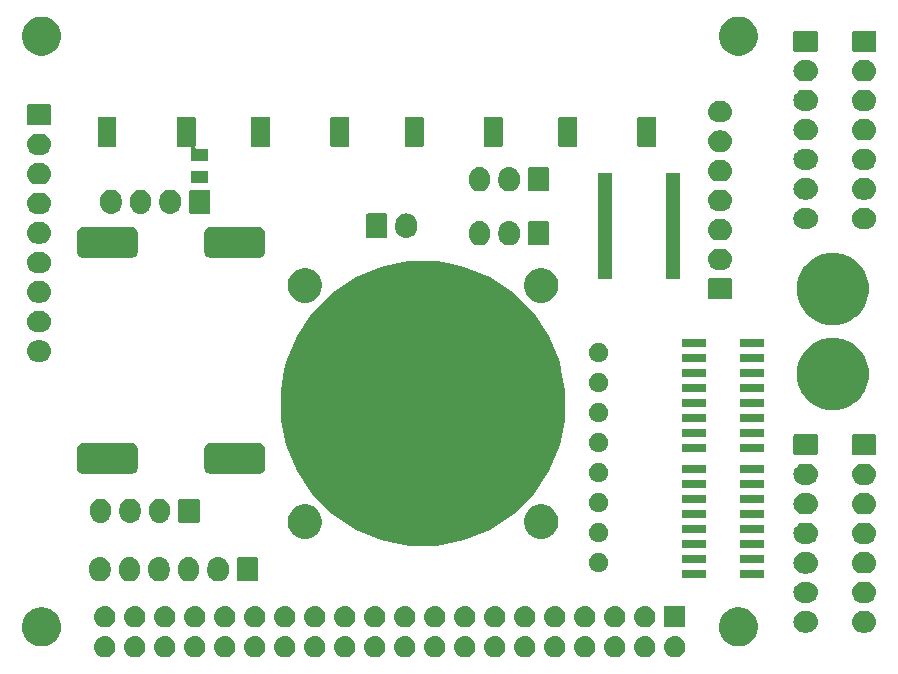
<source format=gbr>
G04 #@! TF.GenerationSoftware,KiCad,Pcbnew,(5.1.4)-1*
G04 #@! TF.CreationDate,2021-11-01T15:57:40-05:00*
G04 #@! TF.ProjectId,RascalHat,52617363-616c-4486-9174-2e6b69636164,rev?*
G04 #@! TF.SameCoordinates,Original*
G04 #@! TF.FileFunction,Soldermask,Bot*
G04 #@! TF.FilePolarity,Negative*
%FSLAX46Y46*%
G04 Gerber Fmt 4.6, Leading zero omitted, Abs format (unit mm)*
G04 Created by KiCad (PCBNEW (5.1.4)-1) date 2021-11-01 15:57:40*
%MOMM*%
%LPD*%
G04 APERTURE LIST*
%ADD10C,0.100000*%
G04 APERTURE END LIST*
D10*
G36*
X56720442Y-53795518D02*
G01*
X56786627Y-53802037D01*
X56956466Y-53853557D01*
X57112991Y-53937222D01*
X57148729Y-53966552D01*
X57250186Y-54049814D01*
X57333448Y-54151271D01*
X57362778Y-54187009D01*
X57362779Y-54187011D01*
X57413775Y-54282416D01*
X57446443Y-54343534D01*
X57497963Y-54513373D01*
X57515359Y-54690000D01*
X57497963Y-54866627D01*
X57446443Y-55036466D01*
X57362778Y-55192991D01*
X57333448Y-55228729D01*
X57250186Y-55330186D01*
X57148729Y-55413448D01*
X57112991Y-55442778D01*
X56956466Y-55526443D01*
X56786627Y-55577963D01*
X56720443Y-55584481D01*
X56654260Y-55591000D01*
X56565740Y-55591000D01*
X56499557Y-55584481D01*
X56433373Y-55577963D01*
X56263534Y-55526443D01*
X56107009Y-55442778D01*
X56071271Y-55413448D01*
X55969814Y-55330186D01*
X55886552Y-55228729D01*
X55857222Y-55192991D01*
X55773557Y-55036466D01*
X55722037Y-54866627D01*
X55704641Y-54690000D01*
X55722037Y-54513373D01*
X55773557Y-54343534D01*
X55806226Y-54282416D01*
X55857221Y-54187011D01*
X55857222Y-54187009D01*
X55886552Y-54151271D01*
X55969814Y-54049814D01*
X56071271Y-53966552D01*
X56107009Y-53937222D01*
X56263534Y-53853557D01*
X56433373Y-53802037D01*
X56499558Y-53795518D01*
X56565740Y-53789000D01*
X56654260Y-53789000D01*
X56720442Y-53795518D01*
X56720442Y-53795518D01*
G37*
G36*
X31320442Y-53795518D02*
G01*
X31386627Y-53802037D01*
X31556466Y-53853557D01*
X31712991Y-53937222D01*
X31748729Y-53966552D01*
X31850186Y-54049814D01*
X31933448Y-54151271D01*
X31962778Y-54187009D01*
X31962779Y-54187011D01*
X32013775Y-54282416D01*
X32046443Y-54343534D01*
X32097963Y-54513373D01*
X32115359Y-54690000D01*
X32097963Y-54866627D01*
X32046443Y-55036466D01*
X31962778Y-55192991D01*
X31933448Y-55228729D01*
X31850186Y-55330186D01*
X31748729Y-55413448D01*
X31712991Y-55442778D01*
X31556466Y-55526443D01*
X31386627Y-55577963D01*
X31320443Y-55584481D01*
X31254260Y-55591000D01*
X31165740Y-55591000D01*
X31099557Y-55584481D01*
X31033373Y-55577963D01*
X30863534Y-55526443D01*
X30707009Y-55442778D01*
X30671271Y-55413448D01*
X30569814Y-55330186D01*
X30486552Y-55228729D01*
X30457222Y-55192991D01*
X30373557Y-55036466D01*
X30322037Y-54866627D01*
X30304641Y-54690000D01*
X30322037Y-54513373D01*
X30373557Y-54343534D01*
X30406226Y-54282416D01*
X30457221Y-54187011D01*
X30457222Y-54187009D01*
X30486552Y-54151271D01*
X30569814Y-54049814D01*
X30671271Y-53966552D01*
X30707009Y-53937222D01*
X30863534Y-53853557D01*
X31033373Y-53802037D01*
X31099558Y-53795518D01*
X31165740Y-53789000D01*
X31254260Y-53789000D01*
X31320442Y-53795518D01*
X31320442Y-53795518D01*
G37*
G36*
X8460442Y-53795518D02*
G01*
X8526627Y-53802037D01*
X8696466Y-53853557D01*
X8852991Y-53937222D01*
X8888729Y-53966552D01*
X8990186Y-54049814D01*
X9073448Y-54151271D01*
X9102778Y-54187009D01*
X9102779Y-54187011D01*
X9153775Y-54282416D01*
X9186443Y-54343534D01*
X9237963Y-54513373D01*
X9255359Y-54690000D01*
X9237963Y-54866627D01*
X9186443Y-55036466D01*
X9102778Y-55192991D01*
X9073448Y-55228729D01*
X8990186Y-55330186D01*
X8888729Y-55413448D01*
X8852991Y-55442778D01*
X8696466Y-55526443D01*
X8526627Y-55577963D01*
X8460443Y-55584481D01*
X8394260Y-55591000D01*
X8305740Y-55591000D01*
X8239557Y-55584481D01*
X8173373Y-55577963D01*
X8003534Y-55526443D01*
X7847009Y-55442778D01*
X7811271Y-55413448D01*
X7709814Y-55330186D01*
X7626552Y-55228729D01*
X7597222Y-55192991D01*
X7513557Y-55036466D01*
X7462037Y-54866627D01*
X7444641Y-54690000D01*
X7462037Y-54513373D01*
X7513557Y-54343534D01*
X7546226Y-54282416D01*
X7597221Y-54187011D01*
X7597222Y-54187009D01*
X7626552Y-54151271D01*
X7709814Y-54049814D01*
X7811271Y-53966552D01*
X7847009Y-53937222D01*
X8003534Y-53853557D01*
X8173373Y-53802037D01*
X8239558Y-53795518D01*
X8305740Y-53789000D01*
X8394260Y-53789000D01*
X8460442Y-53795518D01*
X8460442Y-53795518D01*
G37*
G36*
X11000442Y-53795518D02*
G01*
X11066627Y-53802037D01*
X11236466Y-53853557D01*
X11392991Y-53937222D01*
X11428729Y-53966552D01*
X11530186Y-54049814D01*
X11613448Y-54151271D01*
X11642778Y-54187009D01*
X11642779Y-54187011D01*
X11693775Y-54282416D01*
X11726443Y-54343534D01*
X11777963Y-54513373D01*
X11795359Y-54690000D01*
X11777963Y-54866627D01*
X11726443Y-55036466D01*
X11642778Y-55192991D01*
X11613448Y-55228729D01*
X11530186Y-55330186D01*
X11428729Y-55413448D01*
X11392991Y-55442778D01*
X11236466Y-55526443D01*
X11066627Y-55577963D01*
X11000443Y-55584481D01*
X10934260Y-55591000D01*
X10845740Y-55591000D01*
X10779557Y-55584481D01*
X10713373Y-55577963D01*
X10543534Y-55526443D01*
X10387009Y-55442778D01*
X10351271Y-55413448D01*
X10249814Y-55330186D01*
X10166552Y-55228729D01*
X10137222Y-55192991D01*
X10053557Y-55036466D01*
X10002037Y-54866627D01*
X9984641Y-54690000D01*
X10002037Y-54513373D01*
X10053557Y-54343534D01*
X10086226Y-54282416D01*
X10137221Y-54187011D01*
X10137222Y-54187009D01*
X10166552Y-54151271D01*
X10249814Y-54049814D01*
X10351271Y-53966552D01*
X10387009Y-53937222D01*
X10543534Y-53853557D01*
X10713373Y-53802037D01*
X10779558Y-53795518D01*
X10845740Y-53789000D01*
X10934260Y-53789000D01*
X11000442Y-53795518D01*
X11000442Y-53795518D01*
G37*
G36*
X13540442Y-53795518D02*
G01*
X13606627Y-53802037D01*
X13776466Y-53853557D01*
X13932991Y-53937222D01*
X13968729Y-53966552D01*
X14070186Y-54049814D01*
X14153448Y-54151271D01*
X14182778Y-54187009D01*
X14182779Y-54187011D01*
X14233775Y-54282416D01*
X14266443Y-54343534D01*
X14317963Y-54513373D01*
X14335359Y-54690000D01*
X14317963Y-54866627D01*
X14266443Y-55036466D01*
X14182778Y-55192991D01*
X14153448Y-55228729D01*
X14070186Y-55330186D01*
X13968729Y-55413448D01*
X13932991Y-55442778D01*
X13776466Y-55526443D01*
X13606627Y-55577963D01*
X13540443Y-55584481D01*
X13474260Y-55591000D01*
X13385740Y-55591000D01*
X13319557Y-55584481D01*
X13253373Y-55577963D01*
X13083534Y-55526443D01*
X12927009Y-55442778D01*
X12891271Y-55413448D01*
X12789814Y-55330186D01*
X12706552Y-55228729D01*
X12677222Y-55192991D01*
X12593557Y-55036466D01*
X12542037Y-54866627D01*
X12524641Y-54690000D01*
X12542037Y-54513373D01*
X12593557Y-54343534D01*
X12626226Y-54282416D01*
X12677221Y-54187011D01*
X12677222Y-54187009D01*
X12706552Y-54151271D01*
X12789814Y-54049814D01*
X12891271Y-53966552D01*
X12927009Y-53937222D01*
X13083534Y-53853557D01*
X13253373Y-53802037D01*
X13319558Y-53795518D01*
X13385740Y-53789000D01*
X13474260Y-53789000D01*
X13540442Y-53795518D01*
X13540442Y-53795518D01*
G37*
G36*
X16080442Y-53795518D02*
G01*
X16146627Y-53802037D01*
X16316466Y-53853557D01*
X16472991Y-53937222D01*
X16508729Y-53966552D01*
X16610186Y-54049814D01*
X16693448Y-54151271D01*
X16722778Y-54187009D01*
X16722779Y-54187011D01*
X16773775Y-54282416D01*
X16806443Y-54343534D01*
X16857963Y-54513373D01*
X16875359Y-54690000D01*
X16857963Y-54866627D01*
X16806443Y-55036466D01*
X16722778Y-55192991D01*
X16693448Y-55228729D01*
X16610186Y-55330186D01*
X16508729Y-55413448D01*
X16472991Y-55442778D01*
X16316466Y-55526443D01*
X16146627Y-55577963D01*
X16080443Y-55584481D01*
X16014260Y-55591000D01*
X15925740Y-55591000D01*
X15859557Y-55584481D01*
X15793373Y-55577963D01*
X15623534Y-55526443D01*
X15467009Y-55442778D01*
X15431271Y-55413448D01*
X15329814Y-55330186D01*
X15246552Y-55228729D01*
X15217222Y-55192991D01*
X15133557Y-55036466D01*
X15082037Y-54866627D01*
X15064641Y-54690000D01*
X15082037Y-54513373D01*
X15133557Y-54343534D01*
X15166226Y-54282416D01*
X15217221Y-54187011D01*
X15217222Y-54187009D01*
X15246552Y-54151271D01*
X15329814Y-54049814D01*
X15431271Y-53966552D01*
X15467009Y-53937222D01*
X15623534Y-53853557D01*
X15793373Y-53802037D01*
X15859558Y-53795518D01*
X15925740Y-53789000D01*
X16014260Y-53789000D01*
X16080442Y-53795518D01*
X16080442Y-53795518D01*
G37*
G36*
X18620442Y-53795518D02*
G01*
X18686627Y-53802037D01*
X18856466Y-53853557D01*
X19012991Y-53937222D01*
X19048729Y-53966552D01*
X19150186Y-54049814D01*
X19233448Y-54151271D01*
X19262778Y-54187009D01*
X19262779Y-54187011D01*
X19313775Y-54282416D01*
X19346443Y-54343534D01*
X19397963Y-54513373D01*
X19415359Y-54690000D01*
X19397963Y-54866627D01*
X19346443Y-55036466D01*
X19262778Y-55192991D01*
X19233448Y-55228729D01*
X19150186Y-55330186D01*
X19048729Y-55413448D01*
X19012991Y-55442778D01*
X18856466Y-55526443D01*
X18686627Y-55577963D01*
X18620443Y-55584481D01*
X18554260Y-55591000D01*
X18465740Y-55591000D01*
X18399557Y-55584481D01*
X18333373Y-55577963D01*
X18163534Y-55526443D01*
X18007009Y-55442778D01*
X17971271Y-55413448D01*
X17869814Y-55330186D01*
X17786552Y-55228729D01*
X17757222Y-55192991D01*
X17673557Y-55036466D01*
X17622037Y-54866627D01*
X17604641Y-54690000D01*
X17622037Y-54513373D01*
X17673557Y-54343534D01*
X17706226Y-54282416D01*
X17757221Y-54187011D01*
X17757222Y-54187009D01*
X17786552Y-54151271D01*
X17869814Y-54049814D01*
X17971271Y-53966552D01*
X18007009Y-53937222D01*
X18163534Y-53853557D01*
X18333373Y-53802037D01*
X18399558Y-53795518D01*
X18465740Y-53789000D01*
X18554260Y-53789000D01*
X18620442Y-53795518D01*
X18620442Y-53795518D01*
G37*
G36*
X21160442Y-53795518D02*
G01*
X21226627Y-53802037D01*
X21396466Y-53853557D01*
X21552991Y-53937222D01*
X21588729Y-53966552D01*
X21690186Y-54049814D01*
X21773448Y-54151271D01*
X21802778Y-54187009D01*
X21802779Y-54187011D01*
X21853775Y-54282416D01*
X21886443Y-54343534D01*
X21937963Y-54513373D01*
X21955359Y-54690000D01*
X21937963Y-54866627D01*
X21886443Y-55036466D01*
X21802778Y-55192991D01*
X21773448Y-55228729D01*
X21690186Y-55330186D01*
X21588729Y-55413448D01*
X21552991Y-55442778D01*
X21396466Y-55526443D01*
X21226627Y-55577963D01*
X21160443Y-55584481D01*
X21094260Y-55591000D01*
X21005740Y-55591000D01*
X20939557Y-55584481D01*
X20873373Y-55577963D01*
X20703534Y-55526443D01*
X20547009Y-55442778D01*
X20511271Y-55413448D01*
X20409814Y-55330186D01*
X20326552Y-55228729D01*
X20297222Y-55192991D01*
X20213557Y-55036466D01*
X20162037Y-54866627D01*
X20144641Y-54690000D01*
X20162037Y-54513373D01*
X20213557Y-54343534D01*
X20246226Y-54282416D01*
X20297221Y-54187011D01*
X20297222Y-54187009D01*
X20326552Y-54151271D01*
X20409814Y-54049814D01*
X20511271Y-53966552D01*
X20547009Y-53937222D01*
X20703534Y-53853557D01*
X20873373Y-53802037D01*
X20939558Y-53795518D01*
X21005740Y-53789000D01*
X21094260Y-53789000D01*
X21160442Y-53795518D01*
X21160442Y-53795518D01*
G37*
G36*
X23700442Y-53795518D02*
G01*
X23766627Y-53802037D01*
X23936466Y-53853557D01*
X24092991Y-53937222D01*
X24128729Y-53966552D01*
X24230186Y-54049814D01*
X24313448Y-54151271D01*
X24342778Y-54187009D01*
X24342779Y-54187011D01*
X24393775Y-54282416D01*
X24426443Y-54343534D01*
X24477963Y-54513373D01*
X24495359Y-54690000D01*
X24477963Y-54866627D01*
X24426443Y-55036466D01*
X24342778Y-55192991D01*
X24313448Y-55228729D01*
X24230186Y-55330186D01*
X24128729Y-55413448D01*
X24092991Y-55442778D01*
X23936466Y-55526443D01*
X23766627Y-55577963D01*
X23700443Y-55584481D01*
X23634260Y-55591000D01*
X23545740Y-55591000D01*
X23479557Y-55584481D01*
X23413373Y-55577963D01*
X23243534Y-55526443D01*
X23087009Y-55442778D01*
X23051271Y-55413448D01*
X22949814Y-55330186D01*
X22866552Y-55228729D01*
X22837222Y-55192991D01*
X22753557Y-55036466D01*
X22702037Y-54866627D01*
X22684641Y-54690000D01*
X22702037Y-54513373D01*
X22753557Y-54343534D01*
X22786226Y-54282416D01*
X22837221Y-54187011D01*
X22837222Y-54187009D01*
X22866552Y-54151271D01*
X22949814Y-54049814D01*
X23051271Y-53966552D01*
X23087009Y-53937222D01*
X23243534Y-53853557D01*
X23413373Y-53802037D01*
X23479558Y-53795518D01*
X23545740Y-53789000D01*
X23634260Y-53789000D01*
X23700442Y-53795518D01*
X23700442Y-53795518D01*
G37*
G36*
X26240442Y-53795518D02*
G01*
X26306627Y-53802037D01*
X26476466Y-53853557D01*
X26632991Y-53937222D01*
X26668729Y-53966552D01*
X26770186Y-54049814D01*
X26853448Y-54151271D01*
X26882778Y-54187009D01*
X26882779Y-54187011D01*
X26933775Y-54282416D01*
X26966443Y-54343534D01*
X27017963Y-54513373D01*
X27035359Y-54690000D01*
X27017963Y-54866627D01*
X26966443Y-55036466D01*
X26882778Y-55192991D01*
X26853448Y-55228729D01*
X26770186Y-55330186D01*
X26668729Y-55413448D01*
X26632991Y-55442778D01*
X26476466Y-55526443D01*
X26306627Y-55577963D01*
X26240443Y-55584481D01*
X26174260Y-55591000D01*
X26085740Y-55591000D01*
X26019557Y-55584481D01*
X25953373Y-55577963D01*
X25783534Y-55526443D01*
X25627009Y-55442778D01*
X25591271Y-55413448D01*
X25489814Y-55330186D01*
X25406552Y-55228729D01*
X25377222Y-55192991D01*
X25293557Y-55036466D01*
X25242037Y-54866627D01*
X25224641Y-54690000D01*
X25242037Y-54513373D01*
X25293557Y-54343534D01*
X25326226Y-54282416D01*
X25377221Y-54187011D01*
X25377222Y-54187009D01*
X25406552Y-54151271D01*
X25489814Y-54049814D01*
X25591271Y-53966552D01*
X25627009Y-53937222D01*
X25783534Y-53853557D01*
X25953373Y-53802037D01*
X26019558Y-53795518D01*
X26085740Y-53789000D01*
X26174260Y-53789000D01*
X26240442Y-53795518D01*
X26240442Y-53795518D01*
G37*
G36*
X28780442Y-53795518D02*
G01*
X28846627Y-53802037D01*
X29016466Y-53853557D01*
X29172991Y-53937222D01*
X29208729Y-53966552D01*
X29310186Y-54049814D01*
X29393448Y-54151271D01*
X29422778Y-54187009D01*
X29422779Y-54187011D01*
X29473775Y-54282416D01*
X29506443Y-54343534D01*
X29557963Y-54513373D01*
X29575359Y-54690000D01*
X29557963Y-54866627D01*
X29506443Y-55036466D01*
X29422778Y-55192991D01*
X29393448Y-55228729D01*
X29310186Y-55330186D01*
X29208729Y-55413448D01*
X29172991Y-55442778D01*
X29016466Y-55526443D01*
X28846627Y-55577963D01*
X28780443Y-55584481D01*
X28714260Y-55591000D01*
X28625740Y-55591000D01*
X28559557Y-55584481D01*
X28493373Y-55577963D01*
X28323534Y-55526443D01*
X28167009Y-55442778D01*
X28131271Y-55413448D01*
X28029814Y-55330186D01*
X27946552Y-55228729D01*
X27917222Y-55192991D01*
X27833557Y-55036466D01*
X27782037Y-54866627D01*
X27764641Y-54690000D01*
X27782037Y-54513373D01*
X27833557Y-54343534D01*
X27866226Y-54282416D01*
X27917221Y-54187011D01*
X27917222Y-54187009D01*
X27946552Y-54151271D01*
X28029814Y-54049814D01*
X28131271Y-53966552D01*
X28167009Y-53937222D01*
X28323534Y-53853557D01*
X28493373Y-53802037D01*
X28559558Y-53795518D01*
X28625740Y-53789000D01*
X28714260Y-53789000D01*
X28780442Y-53795518D01*
X28780442Y-53795518D01*
G37*
G36*
X36400442Y-53795518D02*
G01*
X36466627Y-53802037D01*
X36636466Y-53853557D01*
X36792991Y-53937222D01*
X36828729Y-53966552D01*
X36930186Y-54049814D01*
X37013448Y-54151271D01*
X37042778Y-54187009D01*
X37042779Y-54187011D01*
X37093775Y-54282416D01*
X37126443Y-54343534D01*
X37177963Y-54513373D01*
X37195359Y-54690000D01*
X37177963Y-54866627D01*
X37126443Y-55036466D01*
X37042778Y-55192991D01*
X37013448Y-55228729D01*
X36930186Y-55330186D01*
X36828729Y-55413448D01*
X36792991Y-55442778D01*
X36636466Y-55526443D01*
X36466627Y-55577963D01*
X36400443Y-55584481D01*
X36334260Y-55591000D01*
X36245740Y-55591000D01*
X36179557Y-55584481D01*
X36113373Y-55577963D01*
X35943534Y-55526443D01*
X35787009Y-55442778D01*
X35751271Y-55413448D01*
X35649814Y-55330186D01*
X35566552Y-55228729D01*
X35537222Y-55192991D01*
X35453557Y-55036466D01*
X35402037Y-54866627D01*
X35384641Y-54690000D01*
X35402037Y-54513373D01*
X35453557Y-54343534D01*
X35486226Y-54282416D01*
X35537221Y-54187011D01*
X35537222Y-54187009D01*
X35566552Y-54151271D01*
X35649814Y-54049814D01*
X35751271Y-53966552D01*
X35787009Y-53937222D01*
X35943534Y-53853557D01*
X36113373Y-53802037D01*
X36179558Y-53795518D01*
X36245740Y-53789000D01*
X36334260Y-53789000D01*
X36400442Y-53795518D01*
X36400442Y-53795518D01*
G37*
G36*
X33860442Y-53795518D02*
G01*
X33926627Y-53802037D01*
X34096466Y-53853557D01*
X34252991Y-53937222D01*
X34288729Y-53966552D01*
X34390186Y-54049814D01*
X34473448Y-54151271D01*
X34502778Y-54187009D01*
X34502779Y-54187011D01*
X34553775Y-54282416D01*
X34586443Y-54343534D01*
X34637963Y-54513373D01*
X34655359Y-54690000D01*
X34637963Y-54866627D01*
X34586443Y-55036466D01*
X34502778Y-55192991D01*
X34473448Y-55228729D01*
X34390186Y-55330186D01*
X34288729Y-55413448D01*
X34252991Y-55442778D01*
X34096466Y-55526443D01*
X33926627Y-55577963D01*
X33860443Y-55584481D01*
X33794260Y-55591000D01*
X33705740Y-55591000D01*
X33639557Y-55584481D01*
X33573373Y-55577963D01*
X33403534Y-55526443D01*
X33247009Y-55442778D01*
X33211271Y-55413448D01*
X33109814Y-55330186D01*
X33026552Y-55228729D01*
X32997222Y-55192991D01*
X32913557Y-55036466D01*
X32862037Y-54866627D01*
X32844641Y-54690000D01*
X32862037Y-54513373D01*
X32913557Y-54343534D01*
X32946226Y-54282416D01*
X32997221Y-54187011D01*
X32997222Y-54187009D01*
X33026552Y-54151271D01*
X33109814Y-54049814D01*
X33211271Y-53966552D01*
X33247009Y-53937222D01*
X33403534Y-53853557D01*
X33573373Y-53802037D01*
X33639558Y-53795518D01*
X33705740Y-53789000D01*
X33794260Y-53789000D01*
X33860442Y-53795518D01*
X33860442Y-53795518D01*
G37*
G36*
X54180442Y-53795518D02*
G01*
X54246627Y-53802037D01*
X54416466Y-53853557D01*
X54572991Y-53937222D01*
X54608729Y-53966552D01*
X54710186Y-54049814D01*
X54793448Y-54151271D01*
X54822778Y-54187009D01*
X54822779Y-54187011D01*
X54873775Y-54282416D01*
X54906443Y-54343534D01*
X54957963Y-54513373D01*
X54975359Y-54690000D01*
X54957963Y-54866627D01*
X54906443Y-55036466D01*
X54822778Y-55192991D01*
X54793448Y-55228729D01*
X54710186Y-55330186D01*
X54608729Y-55413448D01*
X54572991Y-55442778D01*
X54416466Y-55526443D01*
X54246627Y-55577963D01*
X54180443Y-55584481D01*
X54114260Y-55591000D01*
X54025740Y-55591000D01*
X53959557Y-55584481D01*
X53893373Y-55577963D01*
X53723534Y-55526443D01*
X53567009Y-55442778D01*
X53531271Y-55413448D01*
X53429814Y-55330186D01*
X53346552Y-55228729D01*
X53317222Y-55192991D01*
X53233557Y-55036466D01*
X53182037Y-54866627D01*
X53164641Y-54690000D01*
X53182037Y-54513373D01*
X53233557Y-54343534D01*
X53266226Y-54282416D01*
X53317221Y-54187011D01*
X53317222Y-54187009D01*
X53346552Y-54151271D01*
X53429814Y-54049814D01*
X53531271Y-53966552D01*
X53567009Y-53937222D01*
X53723534Y-53853557D01*
X53893373Y-53802037D01*
X53959558Y-53795518D01*
X54025740Y-53789000D01*
X54114260Y-53789000D01*
X54180442Y-53795518D01*
X54180442Y-53795518D01*
G37*
G36*
X51640442Y-53795518D02*
G01*
X51706627Y-53802037D01*
X51876466Y-53853557D01*
X52032991Y-53937222D01*
X52068729Y-53966552D01*
X52170186Y-54049814D01*
X52253448Y-54151271D01*
X52282778Y-54187009D01*
X52282779Y-54187011D01*
X52333775Y-54282416D01*
X52366443Y-54343534D01*
X52417963Y-54513373D01*
X52435359Y-54690000D01*
X52417963Y-54866627D01*
X52366443Y-55036466D01*
X52282778Y-55192991D01*
X52253448Y-55228729D01*
X52170186Y-55330186D01*
X52068729Y-55413448D01*
X52032991Y-55442778D01*
X51876466Y-55526443D01*
X51706627Y-55577963D01*
X51640443Y-55584481D01*
X51574260Y-55591000D01*
X51485740Y-55591000D01*
X51419557Y-55584481D01*
X51353373Y-55577963D01*
X51183534Y-55526443D01*
X51027009Y-55442778D01*
X50991271Y-55413448D01*
X50889814Y-55330186D01*
X50806552Y-55228729D01*
X50777222Y-55192991D01*
X50693557Y-55036466D01*
X50642037Y-54866627D01*
X50624641Y-54690000D01*
X50642037Y-54513373D01*
X50693557Y-54343534D01*
X50726226Y-54282416D01*
X50777221Y-54187011D01*
X50777222Y-54187009D01*
X50806552Y-54151271D01*
X50889814Y-54049814D01*
X50991271Y-53966552D01*
X51027009Y-53937222D01*
X51183534Y-53853557D01*
X51353373Y-53802037D01*
X51419558Y-53795518D01*
X51485740Y-53789000D01*
X51574260Y-53789000D01*
X51640442Y-53795518D01*
X51640442Y-53795518D01*
G37*
G36*
X49100442Y-53795518D02*
G01*
X49166627Y-53802037D01*
X49336466Y-53853557D01*
X49492991Y-53937222D01*
X49528729Y-53966552D01*
X49630186Y-54049814D01*
X49713448Y-54151271D01*
X49742778Y-54187009D01*
X49742779Y-54187011D01*
X49793775Y-54282416D01*
X49826443Y-54343534D01*
X49877963Y-54513373D01*
X49895359Y-54690000D01*
X49877963Y-54866627D01*
X49826443Y-55036466D01*
X49742778Y-55192991D01*
X49713448Y-55228729D01*
X49630186Y-55330186D01*
X49528729Y-55413448D01*
X49492991Y-55442778D01*
X49336466Y-55526443D01*
X49166627Y-55577963D01*
X49100443Y-55584481D01*
X49034260Y-55591000D01*
X48945740Y-55591000D01*
X48879557Y-55584481D01*
X48813373Y-55577963D01*
X48643534Y-55526443D01*
X48487009Y-55442778D01*
X48451271Y-55413448D01*
X48349814Y-55330186D01*
X48266552Y-55228729D01*
X48237222Y-55192991D01*
X48153557Y-55036466D01*
X48102037Y-54866627D01*
X48084641Y-54690000D01*
X48102037Y-54513373D01*
X48153557Y-54343534D01*
X48186226Y-54282416D01*
X48237221Y-54187011D01*
X48237222Y-54187009D01*
X48266552Y-54151271D01*
X48349814Y-54049814D01*
X48451271Y-53966552D01*
X48487009Y-53937222D01*
X48643534Y-53853557D01*
X48813373Y-53802037D01*
X48879558Y-53795518D01*
X48945740Y-53789000D01*
X49034260Y-53789000D01*
X49100442Y-53795518D01*
X49100442Y-53795518D01*
G37*
G36*
X44020442Y-53795518D02*
G01*
X44086627Y-53802037D01*
X44256466Y-53853557D01*
X44412991Y-53937222D01*
X44448729Y-53966552D01*
X44550186Y-54049814D01*
X44633448Y-54151271D01*
X44662778Y-54187009D01*
X44662779Y-54187011D01*
X44713775Y-54282416D01*
X44746443Y-54343534D01*
X44797963Y-54513373D01*
X44815359Y-54690000D01*
X44797963Y-54866627D01*
X44746443Y-55036466D01*
X44662778Y-55192991D01*
X44633448Y-55228729D01*
X44550186Y-55330186D01*
X44448729Y-55413448D01*
X44412991Y-55442778D01*
X44256466Y-55526443D01*
X44086627Y-55577963D01*
X44020443Y-55584481D01*
X43954260Y-55591000D01*
X43865740Y-55591000D01*
X43799557Y-55584481D01*
X43733373Y-55577963D01*
X43563534Y-55526443D01*
X43407009Y-55442778D01*
X43371271Y-55413448D01*
X43269814Y-55330186D01*
X43186552Y-55228729D01*
X43157222Y-55192991D01*
X43073557Y-55036466D01*
X43022037Y-54866627D01*
X43004641Y-54690000D01*
X43022037Y-54513373D01*
X43073557Y-54343534D01*
X43106226Y-54282416D01*
X43157221Y-54187011D01*
X43157222Y-54187009D01*
X43186552Y-54151271D01*
X43269814Y-54049814D01*
X43371271Y-53966552D01*
X43407009Y-53937222D01*
X43563534Y-53853557D01*
X43733373Y-53802037D01*
X43799558Y-53795518D01*
X43865740Y-53789000D01*
X43954260Y-53789000D01*
X44020442Y-53795518D01*
X44020442Y-53795518D01*
G37*
G36*
X41480442Y-53795518D02*
G01*
X41546627Y-53802037D01*
X41716466Y-53853557D01*
X41872991Y-53937222D01*
X41908729Y-53966552D01*
X42010186Y-54049814D01*
X42093448Y-54151271D01*
X42122778Y-54187009D01*
X42122779Y-54187011D01*
X42173775Y-54282416D01*
X42206443Y-54343534D01*
X42257963Y-54513373D01*
X42275359Y-54690000D01*
X42257963Y-54866627D01*
X42206443Y-55036466D01*
X42122778Y-55192991D01*
X42093448Y-55228729D01*
X42010186Y-55330186D01*
X41908729Y-55413448D01*
X41872991Y-55442778D01*
X41716466Y-55526443D01*
X41546627Y-55577963D01*
X41480443Y-55584481D01*
X41414260Y-55591000D01*
X41325740Y-55591000D01*
X41259557Y-55584481D01*
X41193373Y-55577963D01*
X41023534Y-55526443D01*
X40867009Y-55442778D01*
X40831271Y-55413448D01*
X40729814Y-55330186D01*
X40646552Y-55228729D01*
X40617222Y-55192991D01*
X40533557Y-55036466D01*
X40482037Y-54866627D01*
X40464641Y-54690000D01*
X40482037Y-54513373D01*
X40533557Y-54343534D01*
X40566226Y-54282416D01*
X40617221Y-54187011D01*
X40617222Y-54187009D01*
X40646552Y-54151271D01*
X40729814Y-54049814D01*
X40831271Y-53966552D01*
X40867009Y-53937222D01*
X41023534Y-53853557D01*
X41193373Y-53802037D01*
X41259558Y-53795518D01*
X41325740Y-53789000D01*
X41414260Y-53789000D01*
X41480442Y-53795518D01*
X41480442Y-53795518D01*
G37*
G36*
X38940442Y-53795518D02*
G01*
X39006627Y-53802037D01*
X39176466Y-53853557D01*
X39332991Y-53937222D01*
X39368729Y-53966552D01*
X39470186Y-54049814D01*
X39553448Y-54151271D01*
X39582778Y-54187009D01*
X39582779Y-54187011D01*
X39633775Y-54282416D01*
X39666443Y-54343534D01*
X39717963Y-54513373D01*
X39735359Y-54690000D01*
X39717963Y-54866627D01*
X39666443Y-55036466D01*
X39582778Y-55192991D01*
X39553448Y-55228729D01*
X39470186Y-55330186D01*
X39368729Y-55413448D01*
X39332991Y-55442778D01*
X39176466Y-55526443D01*
X39006627Y-55577963D01*
X38940443Y-55584481D01*
X38874260Y-55591000D01*
X38785740Y-55591000D01*
X38719557Y-55584481D01*
X38653373Y-55577963D01*
X38483534Y-55526443D01*
X38327009Y-55442778D01*
X38291271Y-55413448D01*
X38189814Y-55330186D01*
X38106552Y-55228729D01*
X38077222Y-55192991D01*
X37993557Y-55036466D01*
X37942037Y-54866627D01*
X37924641Y-54690000D01*
X37942037Y-54513373D01*
X37993557Y-54343534D01*
X38026226Y-54282416D01*
X38077221Y-54187011D01*
X38077222Y-54187009D01*
X38106552Y-54151271D01*
X38189814Y-54049814D01*
X38291271Y-53966552D01*
X38327009Y-53937222D01*
X38483534Y-53853557D01*
X38653373Y-53802037D01*
X38719558Y-53795518D01*
X38785740Y-53789000D01*
X38874260Y-53789000D01*
X38940442Y-53795518D01*
X38940442Y-53795518D01*
G37*
G36*
X46560442Y-53795518D02*
G01*
X46626627Y-53802037D01*
X46796466Y-53853557D01*
X46952991Y-53937222D01*
X46988729Y-53966552D01*
X47090186Y-54049814D01*
X47173448Y-54151271D01*
X47202778Y-54187009D01*
X47202779Y-54187011D01*
X47253775Y-54282416D01*
X47286443Y-54343534D01*
X47337963Y-54513373D01*
X47355359Y-54690000D01*
X47337963Y-54866627D01*
X47286443Y-55036466D01*
X47202778Y-55192991D01*
X47173448Y-55228729D01*
X47090186Y-55330186D01*
X46988729Y-55413448D01*
X46952991Y-55442778D01*
X46796466Y-55526443D01*
X46626627Y-55577963D01*
X46560443Y-55584481D01*
X46494260Y-55591000D01*
X46405740Y-55591000D01*
X46339557Y-55584481D01*
X46273373Y-55577963D01*
X46103534Y-55526443D01*
X45947009Y-55442778D01*
X45911271Y-55413448D01*
X45809814Y-55330186D01*
X45726552Y-55228729D01*
X45697222Y-55192991D01*
X45613557Y-55036466D01*
X45562037Y-54866627D01*
X45544641Y-54690000D01*
X45562037Y-54513373D01*
X45613557Y-54343534D01*
X45646226Y-54282416D01*
X45697221Y-54187011D01*
X45697222Y-54187009D01*
X45726552Y-54151271D01*
X45809814Y-54049814D01*
X45911271Y-53966552D01*
X45947009Y-53937222D01*
X46103534Y-53853557D01*
X46273373Y-53802037D01*
X46339558Y-53795518D01*
X46405740Y-53789000D01*
X46494260Y-53789000D01*
X46560442Y-53795518D01*
X46560442Y-53795518D01*
G37*
G36*
X62375256Y-51391298D02*
G01*
X62481579Y-51412447D01*
X62694037Y-51500450D01*
X62716644Y-51509814D01*
X62782042Y-51536903D01*
X63052451Y-51717585D01*
X63282415Y-51947549D01*
X63463097Y-52217958D01*
X63463098Y-52217960D01*
X63472448Y-52240534D01*
X63578460Y-52496468D01*
X63587553Y-52518422D01*
X63651000Y-52837389D01*
X63651000Y-53162611D01*
X63615759Y-53339778D01*
X63587553Y-53481579D01*
X63463097Y-53782042D01*
X63282415Y-54052451D01*
X63052451Y-54282415D01*
X62782042Y-54463097D01*
X62481579Y-54587553D01*
X62375256Y-54608702D01*
X62162611Y-54651000D01*
X61837389Y-54651000D01*
X61624744Y-54608702D01*
X61518421Y-54587553D01*
X61217958Y-54463097D01*
X60947549Y-54282415D01*
X60717585Y-54052451D01*
X60536903Y-53782042D01*
X60412447Y-53481579D01*
X60384241Y-53339778D01*
X60349000Y-53162611D01*
X60349000Y-52837389D01*
X60412447Y-52518422D01*
X60421541Y-52496468D01*
X60527552Y-52240534D01*
X60536902Y-52217960D01*
X60536903Y-52217958D01*
X60717585Y-51947549D01*
X60947549Y-51717585D01*
X61217958Y-51536903D01*
X61283357Y-51509814D01*
X61305963Y-51500450D01*
X61518421Y-51412447D01*
X61624744Y-51391298D01*
X61837389Y-51349000D01*
X62162611Y-51349000D01*
X62375256Y-51391298D01*
X62375256Y-51391298D01*
G37*
G36*
X3375256Y-51391298D02*
G01*
X3481579Y-51412447D01*
X3694037Y-51500450D01*
X3716644Y-51509814D01*
X3782042Y-51536903D01*
X4052451Y-51717585D01*
X4282415Y-51947549D01*
X4463097Y-52217958D01*
X4463098Y-52217960D01*
X4472448Y-52240534D01*
X4578460Y-52496468D01*
X4587553Y-52518422D01*
X4651000Y-52837389D01*
X4651000Y-53162611D01*
X4615759Y-53339778D01*
X4587553Y-53481579D01*
X4463097Y-53782042D01*
X4282415Y-54052451D01*
X4052451Y-54282415D01*
X3782042Y-54463097D01*
X3481579Y-54587553D01*
X3375256Y-54608702D01*
X3162611Y-54651000D01*
X2837389Y-54651000D01*
X2624744Y-54608702D01*
X2518421Y-54587553D01*
X2217958Y-54463097D01*
X1947549Y-54282415D01*
X1717585Y-54052451D01*
X1536903Y-53782042D01*
X1412447Y-53481579D01*
X1384241Y-53339778D01*
X1349000Y-53162611D01*
X1349000Y-52837389D01*
X1412447Y-52518422D01*
X1421541Y-52496468D01*
X1527552Y-52240534D01*
X1536902Y-52217960D01*
X1536903Y-52217958D01*
X1717585Y-51947549D01*
X1947549Y-51717585D01*
X2217958Y-51536903D01*
X2283357Y-51509814D01*
X2305963Y-51500450D01*
X2518421Y-51412447D01*
X2624744Y-51391298D01*
X2837389Y-51349000D01*
X3162611Y-51349000D01*
X3375256Y-51391298D01*
X3375256Y-51391298D01*
G37*
G36*
X67926442Y-51697518D02*
G01*
X67992627Y-51704037D01*
X68162466Y-51755557D01*
X68318991Y-51839222D01*
X68354729Y-51868552D01*
X68456186Y-51951814D01*
X68539448Y-52053271D01*
X68568778Y-52089009D01*
X68652443Y-52245534D01*
X68703963Y-52415373D01*
X68721359Y-52592000D01*
X68703963Y-52768627D01*
X68652443Y-52938466D01*
X68568778Y-53094991D01*
X68539448Y-53130729D01*
X68456186Y-53232186D01*
X68354729Y-53315448D01*
X68318991Y-53344778D01*
X68162466Y-53428443D01*
X67992627Y-53479963D01*
X67926443Y-53486481D01*
X67860260Y-53493000D01*
X67521740Y-53493000D01*
X67455557Y-53486481D01*
X67389373Y-53479963D01*
X67219534Y-53428443D01*
X67063009Y-53344778D01*
X67027271Y-53315448D01*
X66925814Y-53232186D01*
X66842552Y-53130729D01*
X66813222Y-53094991D01*
X66729557Y-52938466D01*
X66678037Y-52768627D01*
X66660641Y-52592000D01*
X66678037Y-52415373D01*
X66729557Y-52245534D01*
X66813222Y-52089009D01*
X66842552Y-52053271D01*
X66925814Y-51951814D01*
X67027271Y-51868552D01*
X67063009Y-51839222D01*
X67219534Y-51755557D01*
X67389373Y-51704037D01*
X67455558Y-51697518D01*
X67521740Y-51691000D01*
X67860260Y-51691000D01*
X67926442Y-51697518D01*
X67926442Y-51697518D01*
G37*
G36*
X72864025Y-51691000D02*
G01*
X72945627Y-51699037D01*
X73115466Y-51750557D01*
X73271991Y-51834222D01*
X73278082Y-51839221D01*
X73409186Y-51946814D01*
X73492448Y-52048271D01*
X73521778Y-52084009D01*
X73605443Y-52240534D01*
X73656963Y-52410373D01*
X73674359Y-52587000D01*
X73656963Y-52763627D01*
X73605443Y-52933466D01*
X73521778Y-53089991D01*
X73492448Y-53125729D01*
X73409186Y-53227186D01*
X73307729Y-53310448D01*
X73271991Y-53339778D01*
X73115466Y-53423443D01*
X72945627Y-53474963D01*
X72894860Y-53479963D01*
X72813260Y-53488000D01*
X72474740Y-53488000D01*
X72393140Y-53479963D01*
X72342373Y-53474963D01*
X72172534Y-53423443D01*
X72016009Y-53339778D01*
X71980271Y-53310448D01*
X71878814Y-53227186D01*
X71795552Y-53125729D01*
X71766222Y-53089991D01*
X71682557Y-52933466D01*
X71631037Y-52763627D01*
X71613641Y-52587000D01*
X71631037Y-52410373D01*
X71682557Y-52240534D01*
X71766222Y-52084009D01*
X71795552Y-52048271D01*
X71878814Y-51946814D01*
X72009918Y-51839221D01*
X72016009Y-51834222D01*
X72172534Y-51750557D01*
X72342373Y-51699037D01*
X72423975Y-51691000D01*
X72474740Y-51686000D01*
X72813260Y-51686000D01*
X72864025Y-51691000D01*
X72864025Y-51691000D01*
G37*
G36*
X21160443Y-51255519D02*
G01*
X21226627Y-51262037D01*
X21396466Y-51313557D01*
X21552991Y-51397222D01*
X21588729Y-51426552D01*
X21690186Y-51509814D01*
X21773448Y-51611271D01*
X21802778Y-51647009D01*
X21886443Y-51803534D01*
X21937963Y-51973373D01*
X21955359Y-52150000D01*
X21937963Y-52326627D01*
X21886443Y-52496466D01*
X21802778Y-52652991D01*
X21773448Y-52688729D01*
X21690186Y-52790186D01*
X21588729Y-52873448D01*
X21552991Y-52902778D01*
X21396466Y-52986443D01*
X21226627Y-53037963D01*
X21160442Y-53044482D01*
X21094260Y-53051000D01*
X21005740Y-53051000D01*
X20939558Y-53044482D01*
X20873373Y-53037963D01*
X20703534Y-52986443D01*
X20547009Y-52902778D01*
X20511271Y-52873448D01*
X20409814Y-52790186D01*
X20326552Y-52688729D01*
X20297222Y-52652991D01*
X20213557Y-52496466D01*
X20162037Y-52326627D01*
X20144641Y-52150000D01*
X20162037Y-51973373D01*
X20213557Y-51803534D01*
X20297222Y-51647009D01*
X20326552Y-51611271D01*
X20409814Y-51509814D01*
X20511271Y-51426552D01*
X20547009Y-51397222D01*
X20703534Y-51313557D01*
X20873373Y-51262037D01*
X20939558Y-51255518D01*
X21005740Y-51249000D01*
X21094260Y-51249000D01*
X21160443Y-51255519D01*
X21160443Y-51255519D01*
G37*
G36*
X51640443Y-51255519D02*
G01*
X51706627Y-51262037D01*
X51876466Y-51313557D01*
X52032991Y-51397222D01*
X52068729Y-51426552D01*
X52170186Y-51509814D01*
X52253448Y-51611271D01*
X52282778Y-51647009D01*
X52366443Y-51803534D01*
X52417963Y-51973373D01*
X52435359Y-52150000D01*
X52417963Y-52326627D01*
X52366443Y-52496466D01*
X52282778Y-52652991D01*
X52253448Y-52688729D01*
X52170186Y-52790186D01*
X52068729Y-52873448D01*
X52032991Y-52902778D01*
X51876466Y-52986443D01*
X51706627Y-53037963D01*
X51640442Y-53044482D01*
X51574260Y-53051000D01*
X51485740Y-53051000D01*
X51419558Y-53044482D01*
X51353373Y-53037963D01*
X51183534Y-52986443D01*
X51027009Y-52902778D01*
X50991271Y-52873448D01*
X50889814Y-52790186D01*
X50806552Y-52688729D01*
X50777222Y-52652991D01*
X50693557Y-52496466D01*
X50642037Y-52326627D01*
X50624641Y-52150000D01*
X50642037Y-51973373D01*
X50693557Y-51803534D01*
X50777222Y-51647009D01*
X50806552Y-51611271D01*
X50889814Y-51509814D01*
X50991271Y-51426552D01*
X51027009Y-51397222D01*
X51183534Y-51313557D01*
X51353373Y-51262037D01*
X51419558Y-51255518D01*
X51485740Y-51249000D01*
X51574260Y-51249000D01*
X51640443Y-51255519D01*
X51640443Y-51255519D01*
G37*
G36*
X44020443Y-51255519D02*
G01*
X44086627Y-51262037D01*
X44256466Y-51313557D01*
X44412991Y-51397222D01*
X44448729Y-51426552D01*
X44550186Y-51509814D01*
X44633448Y-51611271D01*
X44662778Y-51647009D01*
X44746443Y-51803534D01*
X44797963Y-51973373D01*
X44815359Y-52150000D01*
X44797963Y-52326627D01*
X44746443Y-52496466D01*
X44662778Y-52652991D01*
X44633448Y-52688729D01*
X44550186Y-52790186D01*
X44448729Y-52873448D01*
X44412991Y-52902778D01*
X44256466Y-52986443D01*
X44086627Y-53037963D01*
X44020442Y-53044482D01*
X43954260Y-53051000D01*
X43865740Y-53051000D01*
X43799558Y-53044482D01*
X43733373Y-53037963D01*
X43563534Y-52986443D01*
X43407009Y-52902778D01*
X43371271Y-52873448D01*
X43269814Y-52790186D01*
X43186552Y-52688729D01*
X43157222Y-52652991D01*
X43073557Y-52496466D01*
X43022037Y-52326627D01*
X43004641Y-52150000D01*
X43022037Y-51973373D01*
X43073557Y-51803534D01*
X43157222Y-51647009D01*
X43186552Y-51611271D01*
X43269814Y-51509814D01*
X43371271Y-51426552D01*
X43407009Y-51397222D01*
X43563534Y-51313557D01*
X43733373Y-51262037D01*
X43799558Y-51255518D01*
X43865740Y-51249000D01*
X43954260Y-51249000D01*
X44020443Y-51255519D01*
X44020443Y-51255519D01*
G37*
G36*
X23700443Y-51255519D02*
G01*
X23766627Y-51262037D01*
X23936466Y-51313557D01*
X24092991Y-51397222D01*
X24128729Y-51426552D01*
X24230186Y-51509814D01*
X24313448Y-51611271D01*
X24342778Y-51647009D01*
X24426443Y-51803534D01*
X24477963Y-51973373D01*
X24495359Y-52150000D01*
X24477963Y-52326627D01*
X24426443Y-52496466D01*
X24342778Y-52652991D01*
X24313448Y-52688729D01*
X24230186Y-52790186D01*
X24128729Y-52873448D01*
X24092991Y-52902778D01*
X23936466Y-52986443D01*
X23766627Y-53037963D01*
X23700442Y-53044482D01*
X23634260Y-53051000D01*
X23545740Y-53051000D01*
X23479558Y-53044482D01*
X23413373Y-53037963D01*
X23243534Y-52986443D01*
X23087009Y-52902778D01*
X23051271Y-52873448D01*
X22949814Y-52790186D01*
X22866552Y-52688729D01*
X22837222Y-52652991D01*
X22753557Y-52496466D01*
X22702037Y-52326627D01*
X22684641Y-52150000D01*
X22702037Y-51973373D01*
X22753557Y-51803534D01*
X22837222Y-51647009D01*
X22866552Y-51611271D01*
X22949814Y-51509814D01*
X23051271Y-51426552D01*
X23087009Y-51397222D01*
X23243534Y-51313557D01*
X23413373Y-51262037D01*
X23479558Y-51255518D01*
X23545740Y-51249000D01*
X23634260Y-51249000D01*
X23700443Y-51255519D01*
X23700443Y-51255519D01*
G37*
G36*
X41480443Y-51255519D02*
G01*
X41546627Y-51262037D01*
X41716466Y-51313557D01*
X41872991Y-51397222D01*
X41908729Y-51426552D01*
X42010186Y-51509814D01*
X42093448Y-51611271D01*
X42122778Y-51647009D01*
X42206443Y-51803534D01*
X42257963Y-51973373D01*
X42275359Y-52150000D01*
X42257963Y-52326627D01*
X42206443Y-52496466D01*
X42122778Y-52652991D01*
X42093448Y-52688729D01*
X42010186Y-52790186D01*
X41908729Y-52873448D01*
X41872991Y-52902778D01*
X41716466Y-52986443D01*
X41546627Y-53037963D01*
X41480442Y-53044482D01*
X41414260Y-53051000D01*
X41325740Y-53051000D01*
X41259558Y-53044482D01*
X41193373Y-53037963D01*
X41023534Y-52986443D01*
X40867009Y-52902778D01*
X40831271Y-52873448D01*
X40729814Y-52790186D01*
X40646552Y-52688729D01*
X40617222Y-52652991D01*
X40533557Y-52496466D01*
X40482037Y-52326627D01*
X40464641Y-52150000D01*
X40482037Y-51973373D01*
X40533557Y-51803534D01*
X40617222Y-51647009D01*
X40646552Y-51611271D01*
X40729814Y-51509814D01*
X40831271Y-51426552D01*
X40867009Y-51397222D01*
X41023534Y-51313557D01*
X41193373Y-51262037D01*
X41259558Y-51255518D01*
X41325740Y-51249000D01*
X41414260Y-51249000D01*
X41480443Y-51255519D01*
X41480443Y-51255519D01*
G37*
G36*
X26240443Y-51255519D02*
G01*
X26306627Y-51262037D01*
X26476466Y-51313557D01*
X26632991Y-51397222D01*
X26668729Y-51426552D01*
X26770186Y-51509814D01*
X26853448Y-51611271D01*
X26882778Y-51647009D01*
X26966443Y-51803534D01*
X27017963Y-51973373D01*
X27035359Y-52150000D01*
X27017963Y-52326627D01*
X26966443Y-52496466D01*
X26882778Y-52652991D01*
X26853448Y-52688729D01*
X26770186Y-52790186D01*
X26668729Y-52873448D01*
X26632991Y-52902778D01*
X26476466Y-52986443D01*
X26306627Y-53037963D01*
X26240442Y-53044482D01*
X26174260Y-53051000D01*
X26085740Y-53051000D01*
X26019558Y-53044482D01*
X25953373Y-53037963D01*
X25783534Y-52986443D01*
X25627009Y-52902778D01*
X25591271Y-52873448D01*
X25489814Y-52790186D01*
X25406552Y-52688729D01*
X25377222Y-52652991D01*
X25293557Y-52496466D01*
X25242037Y-52326627D01*
X25224641Y-52150000D01*
X25242037Y-51973373D01*
X25293557Y-51803534D01*
X25377222Y-51647009D01*
X25406552Y-51611271D01*
X25489814Y-51509814D01*
X25591271Y-51426552D01*
X25627009Y-51397222D01*
X25783534Y-51313557D01*
X25953373Y-51262037D01*
X26019558Y-51255518D01*
X26085740Y-51249000D01*
X26174260Y-51249000D01*
X26240443Y-51255519D01*
X26240443Y-51255519D01*
G37*
G36*
X38940443Y-51255519D02*
G01*
X39006627Y-51262037D01*
X39176466Y-51313557D01*
X39332991Y-51397222D01*
X39368729Y-51426552D01*
X39470186Y-51509814D01*
X39553448Y-51611271D01*
X39582778Y-51647009D01*
X39666443Y-51803534D01*
X39717963Y-51973373D01*
X39735359Y-52150000D01*
X39717963Y-52326627D01*
X39666443Y-52496466D01*
X39582778Y-52652991D01*
X39553448Y-52688729D01*
X39470186Y-52790186D01*
X39368729Y-52873448D01*
X39332991Y-52902778D01*
X39176466Y-52986443D01*
X39006627Y-53037963D01*
X38940442Y-53044482D01*
X38874260Y-53051000D01*
X38785740Y-53051000D01*
X38719558Y-53044482D01*
X38653373Y-53037963D01*
X38483534Y-52986443D01*
X38327009Y-52902778D01*
X38291271Y-52873448D01*
X38189814Y-52790186D01*
X38106552Y-52688729D01*
X38077222Y-52652991D01*
X37993557Y-52496466D01*
X37942037Y-52326627D01*
X37924641Y-52150000D01*
X37942037Y-51973373D01*
X37993557Y-51803534D01*
X38077222Y-51647009D01*
X38106552Y-51611271D01*
X38189814Y-51509814D01*
X38291271Y-51426552D01*
X38327009Y-51397222D01*
X38483534Y-51313557D01*
X38653373Y-51262037D01*
X38719558Y-51255518D01*
X38785740Y-51249000D01*
X38874260Y-51249000D01*
X38940443Y-51255519D01*
X38940443Y-51255519D01*
G37*
G36*
X28780443Y-51255519D02*
G01*
X28846627Y-51262037D01*
X29016466Y-51313557D01*
X29172991Y-51397222D01*
X29208729Y-51426552D01*
X29310186Y-51509814D01*
X29393448Y-51611271D01*
X29422778Y-51647009D01*
X29506443Y-51803534D01*
X29557963Y-51973373D01*
X29575359Y-52150000D01*
X29557963Y-52326627D01*
X29506443Y-52496466D01*
X29422778Y-52652991D01*
X29393448Y-52688729D01*
X29310186Y-52790186D01*
X29208729Y-52873448D01*
X29172991Y-52902778D01*
X29016466Y-52986443D01*
X28846627Y-53037963D01*
X28780442Y-53044482D01*
X28714260Y-53051000D01*
X28625740Y-53051000D01*
X28559558Y-53044482D01*
X28493373Y-53037963D01*
X28323534Y-52986443D01*
X28167009Y-52902778D01*
X28131271Y-52873448D01*
X28029814Y-52790186D01*
X27946552Y-52688729D01*
X27917222Y-52652991D01*
X27833557Y-52496466D01*
X27782037Y-52326627D01*
X27764641Y-52150000D01*
X27782037Y-51973373D01*
X27833557Y-51803534D01*
X27917222Y-51647009D01*
X27946552Y-51611271D01*
X28029814Y-51509814D01*
X28131271Y-51426552D01*
X28167009Y-51397222D01*
X28323534Y-51313557D01*
X28493373Y-51262037D01*
X28559558Y-51255518D01*
X28625740Y-51249000D01*
X28714260Y-51249000D01*
X28780443Y-51255519D01*
X28780443Y-51255519D01*
G37*
G36*
X36400443Y-51255519D02*
G01*
X36466627Y-51262037D01*
X36636466Y-51313557D01*
X36792991Y-51397222D01*
X36828729Y-51426552D01*
X36930186Y-51509814D01*
X37013448Y-51611271D01*
X37042778Y-51647009D01*
X37126443Y-51803534D01*
X37177963Y-51973373D01*
X37195359Y-52150000D01*
X37177963Y-52326627D01*
X37126443Y-52496466D01*
X37042778Y-52652991D01*
X37013448Y-52688729D01*
X36930186Y-52790186D01*
X36828729Y-52873448D01*
X36792991Y-52902778D01*
X36636466Y-52986443D01*
X36466627Y-53037963D01*
X36400442Y-53044482D01*
X36334260Y-53051000D01*
X36245740Y-53051000D01*
X36179558Y-53044482D01*
X36113373Y-53037963D01*
X35943534Y-52986443D01*
X35787009Y-52902778D01*
X35751271Y-52873448D01*
X35649814Y-52790186D01*
X35566552Y-52688729D01*
X35537222Y-52652991D01*
X35453557Y-52496466D01*
X35402037Y-52326627D01*
X35384641Y-52150000D01*
X35402037Y-51973373D01*
X35453557Y-51803534D01*
X35537222Y-51647009D01*
X35566552Y-51611271D01*
X35649814Y-51509814D01*
X35751271Y-51426552D01*
X35787009Y-51397222D01*
X35943534Y-51313557D01*
X36113373Y-51262037D01*
X36179558Y-51255518D01*
X36245740Y-51249000D01*
X36334260Y-51249000D01*
X36400443Y-51255519D01*
X36400443Y-51255519D01*
G37*
G36*
X31320443Y-51255519D02*
G01*
X31386627Y-51262037D01*
X31556466Y-51313557D01*
X31712991Y-51397222D01*
X31748729Y-51426552D01*
X31850186Y-51509814D01*
X31933448Y-51611271D01*
X31962778Y-51647009D01*
X32046443Y-51803534D01*
X32097963Y-51973373D01*
X32115359Y-52150000D01*
X32097963Y-52326627D01*
X32046443Y-52496466D01*
X31962778Y-52652991D01*
X31933448Y-52688729D01*
X31850186Y-52790186D01*
X31748729Y-52873448D01*
X31712991Y-52902778D01*
X31556466Y-52986443D01*
X31386627Y-53037963D01*
X31320442Y-53044482D01*
X31254260Y-53051000D01*
X31165740Y-53051000D01*
X31099558Y-53044482D01*
X31033373Y-53037963D01*
X30863534Y-52986443D01*
X30707009Y-52902778D01*
X30671271Y-52873448D01*
X30569814Y-52790186D01*
X30486552Y-52688729D01*
X30457222Y-52652991D01*
X30373557Y-52496466D01*
X30322037Y-52326627D01*
X30304641Y-52150000D01*
X30322037Y-51973373D01*
X30373557Y-51803534D01*
X30457222Y-51647009D01*
X30486552Y-51611271D01*
X30569814Y-51509814D01*
X30671271Y-51426552D01*
X30707009Y-51397222D01*
X30863534Y-51313557D01*
X31033373Y-51262037D01*
X31099558Y-51255518D01*
X31165740Y-51249000D01*
X31254260Y-51249000D01*
X31320443Y-51255519D01*
X31320443Y-51255519D01*
G37*
G36*
X33860443Y-51255519D02*
G01*
X33926627Y-51262037D01*
X34096466Y-51313557D01*
X34252991Y-51397222D01*
X34288729Y-51426552D01*
X34390186Y-51509814D01*
X34473448Y-51611271D01*
X34502778Y-51647009D01*
X34586443Y-51803534D01*
X34637963Y-51973373D01*
X34655359Y-52150000D01*
X34637963Y-52326627D01*
X34586443Y-52496466D01*
X34502778Y-52652991D01*
X34473448Y-52688729D01*
X34390186Y-52790186D01*
X34288729Y-52873448D01*
X34252991Y-52902778D01*
X34096466Y-52986443D01*
X33926627Y-53037963D01*
X33860442Y-53044482D01*
X33794260Y-53051000D01*
X33705740Y-53051000D01*
X33639558Y-53044482D01*
X33573373Y-53037963D01*
X33403534Y-52986443D01*
X33247009Y-52902778D01*
X33211271Y-52873448D01*
X33109814Y-52790186D01*
X33026552Y-52688729D01*
X32997222Y-52652991D01*
X32913557Y-52496466D01*
X32862037Y-52326627D01*
X32844641Y-52150000D01*
X32862037Y-51973373D01*
X32913557Y-51803534D01*
X32997222Y-51647009D01*
X33026552Y-51611271D01*
X33109814Y-51509814D01*
X33211271Y-51426552D01*
X33247009Y-51397222D01*
X33403534Y-51313557D01*
X33573373Y-51262037D01*
X33639558Y-51255518D01*
X33705740Y-51249000D01*
X33794260Y-51249000D01*
X33860443Y-51255519D01*
X33860443Y-51255519D01*
G37*
G36*
X49100443Y-51255519D02*
G01*
X49166627Y-51262037D01*
X49336466Y-51313557D01*
X49492991Y-51397222D01*
X49528729Y-51426552D01*
X49630186Y-51509814D01*
X49713448Y-51611271D01*
X49742778Y-51647009D01*
X49826443Y-51803534D01*
X49877963Y-51973373D01*
X49895359Y-52150000D01*
X49877963Y-52326627D01*
X49826443Y-52496466D01*
X49742778Y-52652991D01*
X49713448Y-52688729D01*
X49630186Y-52790186D01*
X49528729Y-52873448D01*
X49492991Y-52902778D01*
X49336466Y-52986443D01*
X49166627Y-53037963D01*
X49100442Y-53044482D01*
X49034260Y-53051000D01*
X48945740Y-53051000D01*
X48879558Y-53044482D01*
X48813373Y-53037963D01*
X48643534Y-52986443D01*
X48487009Y-52902778D01*
X48451271Y-52873448D01*
X48349814Y-52790186D01*
X48266552Y-52688729D01*
X48237222Y-52652991D01*
X48153557Y-52496466D01*
X48102037Y-52326627D01*
X48084641Y-52150000D01*
X48102037Y-51973373D01*
X48153557Y-51803534D01*
X48237222Y-51647009D01*
X48266552Y-51611271D01*
X48349814Y-51509814D01*
X48451271Y-51426552D01*
X48487009Y-51397222D01*
X48643534Y-51313557D01*
X48813373Y-51262037D01*
X48879558Y-51255518D01*
X48945740Y-51249000D01*
X49034260Y-51249000D01*
X49100443Y-51255519D01*
X49100443Y-51255519D01*
G37*
G36*
X16080443Y-51255519D02*
G01*
X16146627Y-51262037D01*
X16316466Y-51313557D01*
X16472991Y-51397222D01*
X16508729Y-51426552D01*
X16610186Y-51509814D01*
X16693448Y-51611271D01*
X16722778Y-51647009D01*
X16806443Y-51803534D01*
X16857963Y-51973373D01*
X16875359Y-52150000D01*
X16857963Y-52326627D01*
X16806443Y-52496466D01*
X16722778Y-52652991D01*
X16693448Y-52688729D01*
X16610186Y-52790186D01*
X16508729Y-52873448D01*
X16472991Y-52902778D01*
X16316466Y-52986443D01*
X16146627Y-53037963D01*
X16080442Y-53044482D01*
X16014260Y-53051000D01*
X15925740Y-53051000D01*
X15859558Y-53044482D01*
X15793373Y-53037963D01*
X15623534Y-52986443D01*
X15467009Y-52902778D01*
X15431271Y-52873448D01*
X15329814Y-52790186D01*
X15246552Y-52688729D01*
X15217222Y-52652991D01*
X15133557Y-52496466D01*
X15082037Y-52326627D01*
X15064641Y-52150000D01*
X15082037Y-51973373D01*
X15133557Y-51803534D01*
X15217222Y-51647009D01*
X15246552Y-51611271D01*
X15329814Y-51509814D01*
X15431271Y-51426552D01*
X15467009Y-51397222D01*
X15623534Y-51313557D01*
X15793373Y-51262037D01*
X15859557Y-51255519D01*
X15925740Y-51249000D01*
X16014260Y-51249000D01*
X16080443Y-51255519D01*
X16080443Y-51255519D01*
G37*
G36*
X54180443Y-51255519D02*
G01*
X54246627Y-51262037D01*
X54416466Y-51313557D01*
X54572991Y-51397222D01*
X54608729Y-51426552D01*
X54710186Y-51509814D01*
X54793448Y-51611271D01*
X54822778Y-51647009D01*
X54906443Y-51803534D01*
X54957963Y-51973373D01*
X54975359Y-52150000D01*
X54957963Y-52326627D01*
X54906443Y-52496466D01*
X54822778Y-52652991D01*
X54793448Y-52688729D01*
X54710186Y-52790186D01*
X54608729Y-52873448D01*
X54572991Y-52902778D01*
X54416466Y-52986443D01*
X54246627Y-53037963D01*
X54180442Y-53044482D01*
X54114260Y-53051000D01*
X54025740Y-53051000D01*
X53959558Y-53044482D01*
X53893373Y-53037963D01*
X53723534Y-52986443D01*
X53567009Y-52902778D01*
X53531271Y-52873448D01*
X53429814Y-52790186D01*
X53346552Y-52688729D01*
X53317222Y-52652991D01*
X53233557Y-52496466D01*
X53182037Y-52326627D01*
X53164641Y-52150000D01*
X53182037Y-51973373D01*
X53233557Y-51803534D01*
X53317222Y-51647009D01*
X53346552Y-51611271D01*
X53429814Y-51509814D01*
X53531271Y-51426552D01*
X53567009Y-51397222D01*
X53723534Y-51313557D01*
X53893373Y-51262037D01*
X53959558Y-51255518D01*
X54025740Y-51249000D01*
X54114260Y-51249000D01*
X54180443Y-51255519D01*
X54180443Y-51255519D01*
G37*
G36*
X13540443Y-51255519D02*
G01*
X13606627Y-51262037D01*
X13776466Y-51313557D01*
X13932991Y-51397222D01*
X13968729Y-51426552D01*
X14070186Y-51509814D01*
X14153448Y-51611271D01*
X14182778Y-51647009D01*
X14266443Y-51803534D01*
X14317963Y-51973373D01*
X14335359Y-52150000D01*
X14317963Y-52326627D01*
X14266443Y-52496466D01*
X14182778Y-52652991D01*
X14153448Y-52688729D01*
X14070186Y-52790186D01*
X13968729Y-52873448D01*
X13932991Y-52902778D01*
X13776466Y-52986443D01*
X13606627Y-53037963D01*
X13540442Y-53044482D01*
X13474260Y-53051000D01*
X13385740Y-53051000D01*
X13319558Y-53044482D01*
X13253373Y-53037963D01*
X13083534Y-52986443D01*
X12927009Y-52902778D01*
X12891271Y-52873448D01*
X12789814Y-52790186D01*
X12706552Y-52688729D01*
X12677222Y-52652991D01*
X12593557Y-52496466D01*
X12542037Y-52326627D01*
X12524641Y-52150000D01*
X12542037Y-51973373D01*
X12593557Y-51803534D01*
X12677222Y-51647009D01*
X12706552Y-51611271D01*
X12789814Y-51509814D01*
X12891271Y-51426552D01*
X12927009Y-51397222D01*
X13083534Y-51313557D01*
X13253373Y-51262037D01*
X13319557Y-51255519D01*
X13385740Y-51249000D01*
X13474260Y-51249000D01*
X13540443Y-51255519D01*
X13540443Y-51255519D01*
G37*
G36*
X57511000Y-53051000D02*
G01*
X55709000Y-53051000D01*
X55709000Y-51249000D01*
X57511000Y-51249000D01*
X57511000Y-53051000D01*
X57511000Y-53051000D01*
G37*
G36*
X11000443Y-51255519D02*
G01*
X11066627Y-51262037D01*
X11236466Y-51313557D01*
X11392991Y-51397222D01*
X11428729Y-51426552D01*
X11530186Y-51509814D01*
X11613448Y-51611271D01*
X11642778Y-51647009D01*
X11726443Y-51803534D01*
X11777963Y-51973373D01*
X11795359Y-52150000D01*
X11777963Y-52326627D01*
X11726443Y-52496466D01*
X11642778Y-52652991D01*
X11613448Y-52688729D01*
X11530186Y-52790186D01*
X11428729Y-52873448D01*
X11392991Y-52902778D01*
X11236466Y-52986443D01*
X11066627Y-53037963D01*
X11000442Y-53044482D01*
X10934260Y-53051000D01*
X10845740Y-53051000D01*
X10779558Y-53044482D01*
X10713373Y-53037963D01*
X10543534Y-52986443D01*
X10387009Y-52902778D01*
X10351271Y-52873448D01*
X10249814Y-52790186D01*
X10166552Y-52688729D01*
X10137222Y-52652991D01*
X10053557Y-52496466D01*
X10002037Y-52326627D01*
X9984641Y-52150000D01*
X10002037Y-51973373D01*
X10053557Y-51803534D01*
X10137222Y-51647009D01*
X10166552Y-51611271D01*
X10249814Y-51509814D01*
X10351271Y-51426552D01*
X10387009Y-51397222D01*
X10543534Y-51313557D01*
X10713373Y-51262037D01*
X10779557Y-51255519D01*
X10845740Y-51249000D01*
X10934260Y-51249000D01*
X11000443Y-51255519D01*
X11000443Y-51255519D01*
G37*
G36*
X8460443Y-51255519D02*
G01*
X8526627Y-51262037D01*
X8696466Y-51313557D01*
X8852991Y-51397222D01*
X8888729Y-51426552D01*
X8990186Y-51509814D01*
X9073448Y-51611271D01*
X9102778Y-51647009D01*
X9186443Y-51803534D01*
X9237963Y-51973373D01*
X9255359Y-52150000D01*
X9237963Y-52326627D01*
X9186443Y-52496466D01*
X9102778Y-52652991D01*
X9073448Y-52688729D01*
X8990186Y-52790186D01*
X8888729Y-52873448D01*
X8852991Y-52902778D01*
X8696466Y-52986443D01*
X8526627Y-53037963D01*
X8460442Y-53044482D01*
X8394260Y-53051000D01*
X8305740Y-53051000D01*
X8239558Y-53044482D01*
X8173373Y-53037963D01*
X8003534Y-52986443D01*
X7847009Y-52902778D01*
X7811271Y-52873448D01*
X7709814Y-52790186D01*
X7626552Y-52688729D01*
X7597222Y-52652991D01*
X7513557Y-52496466D01*
X7462037Y-52326627D01*
X7444641Y-52150000D01*
X7462037Y-51973373D01*
X7513557Y-51803534D01*
X7597222Y-51647009D01*
X7626552Y-51611271D01*
X7709814Y-51509814D01*
X7811271Y-51426552D01*
X7847009Y-51397222D01*
X8003534Y-51313557D01*
X8173373Y-51262037D01*
X8239557Y-51255519D01*
X8305740Y-51249000D01*
X8394260Y-51249000D01*
X8460443Y-51255519D01*
X8460443Y-51255519D01*
G37*
G36*
X18620443Y-51255519D02*
G01*
X18686627Y-51262037D01*
X18856466Y-51313557D01*
X19012991Y-51397222D01*
X19048729Y-51426552D01*
X19150186Y-51509814D01*
X19233448Y-51611271D01*
X19262778Y-51647009D01*
X19346443Y-51803534D01*
X19397963Y-51973373D01*
X19415359Y-52150000D01*
X19397963Y-52326627D01*
X19346443Y-52496466D01*
X19262778Y-52652991D01*
X19233448Y-52688729D01*
X19150186Y-52790186D01*
X19048729Y-52873448D01*
X19012991Y-52902778D01*
X18856466Y-52986443D01*
X18686627Y-53037963D01*
X18620442Y-53044482D01*
X18554260Y-53051000D01*
X18465740Y-53051000D01*
X18399558Y-53044482D01*
X18333373Y-53037963D01*
X18163534Y-52986443D01*
X18007009Y-52902778D01*
X17971271Y-52873448D01*
X17869814Y-52790186D01*
X17786552Y-52688729D01*
X17757222Y-52652991D01*
X17673557Y-52496466D01*
X17622037Y-52326627D01*
X17604641Y-52150000D01*
X17622037Y-51973373D01*
X17673557Y-51803534D01*
X17757222Y-51647009D01*
X17786552Y-51611271D01*
X17869814Y-51509814D01*
X17971271Y-51426552D01*
X18007009Y-51397222D01*
X18163534Y-51313557D01*
X18333373Y-51262037D01*
X18399558Y-51255518D01*
X18465740Y-51249000D01*
X18554260Y-51249000D01*
X18620443Y-51255519D01*
X18620443Y-51255519D01*
G37*
G36*
X46560443Y-51255519D02*
G01*
X46626627Y-51262037D01*
X46796466Y-51313557D01*
X46952991Y-51397222D01*
X46988729Y-51426552D01*
X47090186Y-51509814D01*
X47173448Y-51611271D01*
X47202778Y-51647009D01*
X47286443Y-51803534D01*
X47337963Y-51973373D01*
X47355359Y-52150000D01*
X47337963Y-52326627D01*
X47286443Y-52496466D01*
X47202778Y-52652991D01*
X47173448Y-52688729D01*
X47090186Y-52790186D01*
X46988729Y-52873448D01*
X46952991Y-52902778D01*
X46796466Y-52986443D01*
X46626627Y-53037963D01*
X46560442Y-53044482D01*
X46494260Y-53051000D01*
X46405740Y-53051000D01*
X46339558Y-53044482D01*
X46273373Y-53037963D01*
X46103534Y-52986443D01*
X45947009Y-52902778D01*
X45911271Y-52873448D01*
X45809814Y-52790186D01*
X45726552Y-52688729D01*
X45697222Y-52652991D01*
X45613557Y-52496466D01*
X45562037Y-52326627D01*
X45544641Y-52150000D01*
X45562037Y-51973373D01*
X45613557Y-51803534D01*
X45697222Y-51647009D01*
X45726552Y-51611271D01*
X45809814Y-51509814D01*
X45911271Y-51426552D01*
X45947009Y-51397222D01*
X46103534Y-51313557D01*
X46273373Y-51262037D01*
X46339558Y-51255518D01*
X46405740Y-51249000D01*
X46494260Y-51249000D01*
X46560443Y-51255519D01*
X46560443Y-51255519D01*
G37*
G36*
X67926442Y-49197518D02*
G01*
X67992627Y-49204037D01*
X68162466Y-49255557D01*
X68318991Y-49339222D01*
X68354729Y-49368552D01*
X68456186Y-49451814D01*
X68539448Y-49553271D01*
X68568778Y-49589009D01*
X68652443Y-49745534D01*
X68703963Y-49915373D01*
X68721359Y-50092000D01*
X68703963Y-50268627D01*
X68652443Y-50438466D01*
X68568778Y-50594991D01*
X68539448Y-50630729D01*
X68456186Y-50732186D01*
X68354729Y-50815448D01*
X68318991Y-50844778D01*
X68162466Y-50928443D01*
X67992627Y-50979963D01*
X67926443Y-50986481D01*
X67860260Y-50993000D01*
X67521740Y-50993000D01*
X67455557Y-50986481D01*
X67389373Y-50979963D01*
X67219534Y-50928443D01*
X67063009Y-50844778D01*
X67027271Y-50815448D01*
X66925814Y-50732186D01*
X66842552Y-50630729D01*
X66813222Y-50594991D01*
X66729557Y-50438466D01*
X66678037Y-50268627D01*
X66660641Y-50092000D01*
X66678037Y-49915373D01*
X66729557Y-49745534D01*
X66813222Y-49589009D01*
X66842552Y-49553271D01*
X66925814Y-49451814D01*
X67027271Y-49368552D01*
X67063009Y-49339222D01*
X67219534Y-49255557D01*
X67389373Y-49204037D01*
X67455557Y-49197519D01*
X67521740Y-49191000D01*
X67860260Y-49191000D01*
X67926442Y-49197518D01*
X67926442Y-49197518D01*
G37*
G36*
X72864025Y-49191000D02*
G01*
X72945627Y-49199037D01*
X73115466Y-49250557D01*
X73271991Y-49334222D01*
X73278082Y-49339221D01*
X73409186Y-49446814D01*
X73492448Y-49548271D01*
X73521778Y-49584009D01*
X73605443Y-49740534D01*
X73656963Y-49910373D01*
X73674359Y-50087000D01*
X73656963Y-50263627D01*
X73605443Y-50433466D01*
X73521778Y-50589991D01*
X73492448Y-50625729D01*
X73409186Y-50727186D01*
X73307729Y-50810448D01*
X73271991Y-50839778D01*
X73115466Y-50923443D01*
X72945627Y-50974963D01*
X72894860Y-50979963D01*
X72813260Y-50988000D01*
X72474740Y-50988000D01*
X72393140Y-50979963D01*
X72342373Y-50974963D01*
X72172534Y-50923443D01*
X72016009Y-50839778D01*
X71980271Y-50810448D01*
X71878814Y-50727186D01*
X71795552Y-50625729D01*
X71766222Y-50589991D01*
X71682557Y-50433466D01*
X71631037Y-50263627D01*
X71613641Y-50087000D01*
X71631037Y-49910373D01*
X71682557Y-49740534D01*
X71766222Y-49584009D01*
X71795552Y-49548271D01*
X71878814Y-49446814D01*
X72009918Y-49339221D01*
X72016009Y-49334222D01*
X72172534Y-49250557D01*
X72342373Y-49199037D01*
X72423975Y-49191000D01*
X72474740Y-49186000D01*
X72813260Y-49186000D01*
X72864025Y-49191000D01*
X72864025Y-49191000D01*
G37*
G36*
X15623627Y-47120037D02*
G01*
X15793466Y-47171557D01*
X15949991Y-47255222D01*
X15985729Y-47284552D01*
X16087186Y-47367814D01*
X16157701Y-47453738D01*
X16199778Y-47505009D01*
X16283443Y-47661534D01*
X16334963Y-47831374D01*
X16334963Y-47831376D01*
X16345511Y-47938466D01*
X16348000Y-47963743D01*
X16348000Y-48302258D01*
X16334963Y-48434627D01*
X16283443Y-48604466D01*
X16199778Y-48760991D01*
X16178430Y-48787003D01*
X16087186Y-48898186D01*
X15949989Y-49010779D01*
X15793467Y-49094442D01*
X15793465Y-49094443D01*
X15623626Y-49145963D01*
X15447000Y-49163359D01*
X15270373Y-49145963D01*
X15100534Y-49094443D01*
X14944009Y-49010778D01*
X14901750Y-48976097D01*
X14806814Y-48898186D01*
X14694221Y-48760989D01*
X14610558Y-48604467D01*
X14572790Y-48479963D01*
X14559037Y-48434626D01*
X14550188Y-48344778D01*
X14546000Y-48302259D01*
X14546000Y-47963740D01*
X14559037Y-47831375D01*
X14559037Y-47831373D01*
X14610557Y-47661534D01*
X14694222Y-47505009D01*
X14806815Y-47367815D01*
X14944010Y-47255222D01*
X15100535Y-47171557D01*
X15270374Y-47120037D01*
X15447000Y-47102641D01*
X15623627Y-47120037D01*
X15623627Y-47120037D01*
G37*
G36*
X13123627Y-47120037D02*
G01*
X13293466Y-47171557D01*
X13449991Y-47255222D01*
X13485729Y-47284552D01*
X13587186Y-47367814D01*
X13657701Y-47453738D01*
X13699778Y-47505009D01*
X13783443Y-47661534D01*
X13834963Y-47831374D01*
X13834963Y-47831376D01*
X13845511Y-47938466D01*
X13848000Y-47963743D01*
X13848000Y-48302258D01*
X13834963Y-48434627D01*
X13783443Y-48604466D01*
X13699778Y-48760991D01*
X13678430Y-48787003D01*
X13587186Y-48898186D01*
X13449989Y-49010779D01*
X13293467Y-49094442D01*
X13293465Y-49094443D01*
X13123626Y-49145963D01*
X12947000Y-49163359D01*
X12770373Y-49145963D01*
X12600534Y-49094443D01*
X12444009Y-49010778D01*
X12401750Y-48976097D01*
X12306814Y-48898186D01*
X12194221Y-48760989D01*
X12110558Y-48604467D01*
X12072790Y-48479963D01*
X12059037Y-48434626D01*
X12050188Y-48344778D01*
X12046000Y-48302259D01*
X12046000Y-47963740D01*
X12059037Y-47831375D01*
X12059037Y-47831373D01*
X12110557Y-47661534D01*
X12194222Y-47505009D01*
X12306815Y-47367815D01*
X12444010Y-47255222D01*
X12600535Y-47171557D01*
X12770374Y-47120037D01*
X12947000Y-47102641D01*
X13123627Y-47120037D01*
X13123627Y-47120037D01*
G37*
G36*
X8123627Y-47120037D02*
G01*
X8293466Y-47171557D01*
X8449991Y-47255222D01*
X8485729Y-47284552D01*
X8587186Y-47367814D01*
X8657701Y-47453738D01*
X8699778Y-47505009D01*
X8783443Y-47661534D01*
X8834963Y-47831374D01*
X8834963Y-47831376D01*
X8845511Y-47938466D01*
X8848000Y-47963743D01*
X8848000Y-48302258D01*
X8834963Y-48434627D01*
X8783443Y-48604466D01*
X8699778Y-48760991D01*
X8678430Y-48787003D01*
X8587186Y-48898186D01*
X8449989Y-49010779D01*
X8293467Y-49094442D01*
X8293465Y-49094443D01*
X8123626Y-49145963D01*
X7947000Y-49163359D01*
X7770373Y-49145963D01*
X7600534Y-49094443D01*
X7444009Y-49010778D01*
X7401750Y-48976097D01*
X7306814Y-48898186D01*
X7194221Y-48760989D01*
X7110558Y-48604467D01*
X7072790Y-48479963D01*
X7059037Y-48434626D01*
X7050188Y-48344778D01*
X7046000Y-48302259D01*
X7046000Y-47963740D01*
X7059037Y-47831375D01*
X7059037Y-47831373D01*
X7110557Y-47661534D01*
X7194222Y-47505009D01*
X7306815Y-47367815D01*
X7444010Y-47255222D01*
X7600535Y-47171557D01*
X7770374Y-47120037D01*
X7947000Y-47102641D01*
X8123627Y-47120037D01*
X8123627Y-47120037D01*
G37*
G36*
X10623627Y-47120037D02*
G01*
X10793466Y-47171557D01*
X10949991Y-47255222D01*
X10985729Y-47284552D01*
X11087186Y-47367814D01*
X11157701Y-47453738D01*
X11199778Y-47505009D01*
X11283443Y-47661534D01*
X11334963Y-47831374D01*
X11334963Y-47831376D01*
X11345511Y-47938466D01*
X11348000Y-47963743D01*
X11348000Y-48302258D01*
X11334963Y-48434627D01*
X11283443Y-48604466D01*
X11199778Y-48760991D01*
X11178430Y-48787003D01*
X11087186Y-48898186D01*
X10949989Y-49010779D01*
X10793467Y-49094442D01*
X10793465Y-49094443D01*
X10623626Y-49145963D01*
X10447000Y-49163359D01*
X10270373Y-49145963D01*
X10100534Y-49094443D01*
X9944009Y-49010778D01*
X9901750Y-48976097D01*
X9806814Y-48898186D01*
X9694221Y-48760989D01*
X9610558Y-48604467D01*
X9572790Y-48479963D01*
X9559037Y-48434626D01*
X9550188Y-48344778D01*
X9546000Y-48302259D01*
X9546000Y-47963740D01*
X9559037Y-47831375D01*
X9559037Y-47831373D01*
X9610557Y-47661534D01*
X9694222Y-47505009D01*
X9806815Y-47367815D01*
X9944010Y-47255222D01*
X10100535Y-47171557D01*
X10270374Y-47120037D01*
X10447000Y-47102641D01*
X10623627Y-47120037D01*
X10623627Y-47120037D01*
G37*
G36*
X18123627Y-47120037D02*
G01*
X18293466Y-47171557D01*
X18449991Y-47255222D01*
X18485729Y-47284552D01*
X18587186Y-47367814D01*
X18657701Y-47453738D01*
X18699778Y-47505009D01*
X18783443Y-47661534D01*
X18834963Y-47831374D01*
X18834963Y-47831376D01*
X18845511Y-47938466D01*
X18848000Y-47963743D01*
X18848000Y-48302258D01*
X18834963Y-48434627D01*
X18783443Y-48604466D01*
X18699778Y-48760991D01*
X18678430Y-48787003D01*
X18587186Y-48898186D01*
X18449989Y-49010779D01*
X18293467Y-49094442D01*
X18293465Y-49094443D01*
X18123626Y-49145963D01*
X17947000Y-49163359D01*
X17770373Y-49145963D01*
X17600534Y-49094443D01*
X17444009Y-49010778D01*
X17401750Y-48976097D01*
X17306814Y-48898186D01*
X17194221Y-48760989D01*
X17110558Y-48604467D01*
X17072790Y-48479963D01*
X17059037Y-48434626D01*
X17050188Y-48344778D01*
X17046000Y-48302259D01*
X17046000Y-47963740D01*
X17059037Y-47831375D01*
X17059037Y-47831373D01*
X17110557Y-47661534D01*
X17194222Y-47505009D01*
X17306815Y-47367815D01*
X17444010Y-47255222D01*
X17600535Y-47171557D01*
X17770374Y-47120037D01*
X17947000Y-47102641D01*
X18123627Y-47120037D01*
X18123627Y-47120037D01*
G37*
G36*
X21205600Y-47110989D02*
G01*
X21238652Y-47121015D01*
X21269103Y-47137292D01*
X21295799Y-47159201D01*
X21317708Y-47185897D01*
X21333985Y-47216348D01*
X21344011Y-47249400D01*
X21348000Y-47289903D01*
X21348000Y-48976097D01*
X21344011Y-49016600D01*
X21333985Y-49049652D01*
X21317708Y-49080103D01*
X21295799Y-49106799D01*
X21269103Y-49128708D01*
X21238652Y-49144985D01*
X21205600Y-49155011D01*
X21165097Y-49159000D01*
X19728903Y-49159000D01*
X19688400Y-49155011D01*
X19655348Y-49144985D01*
X19624897Y-49128708D01*
X19598201Y-49106799D01*
X19576292Y-49080103D01*
X19560015Y-49049652D01*
X19549989Y-49016600D01*
X19546000Y-48976097D01*
X19546000Y-47289903D01*
X19549989Y-47249400D01*
X19560015Y-47216348D01*
X19576292Y-47185897D01*
X19598201Y-47159201D01*
X19624897Y-47137292D01*
X19655348Y-47121015D01*
X19688400Y-47110989D01*
X19728903Y-47107000D01*
X21165097Y-47107000D01*
X21205600Y-47110989D01*
X21205600Y-47110989D01*
G37*
G36*
X64115928Y-48165764D02*
G01*
X64137009Y-48172160D01*
X64156445Y-48182548D01*
X64173476Y-48196524D01*
X64187452Y-48213555D01*
X64197840Y-48232991D01*
X64204236Y-48254072D01*
X64207000Y-48282140D01*
X64207000Y-48745860D01*
X64204236Y-48773928D01*
X64197840Y-48795009D01*
X64187452Y-48814445D01*
X64173476Y-48831476D01*
X64156445Y-48845452D01*
X64137009Y-48855840D01*
X64115928Y-48862236D01*
X64087860Y-48865000D01*
X62274140Y-48865000D01*
X62246072Y-48862236D01*
X62224991Y-48855840D01*
X62205555Y-48845452D01*
X62188524Y-48831476D01*
X62174548Y-48814445D01*
X62164160Y-48795009D01*
X62157764Y-48773928D01*
X62155000Y-48745860D01*
X62155000Y-48282140D01*
X62157764Y-48254072D01*
X62164160Y-48232991D01*
X62174548Y-48213555D01*
X62188524Y-48196524D01*
X62205555Y-48182548D01*
X62224991Y-48172160D01*
X62246072Y-48165764D01*
X62274140Y-48163000D01*
X64087860Y-48163000D01*
X64115928Y-48165764D01*
X64115928Y-48165764D01*
G37*
G36*
X59165928Y-48165764D02*
G01*
X59187009Y-48172160D01*
X59206445Y-48182548D01*
X59223476Y-48196524D01*
X59237452Y-48213555D01*
X59247840Y-48232991D01*
X59254236Y-48254072D01*
X59257000Y-48282140D01*
X59257000Y-48745860D01*
X59254236Y-48773928D01*
X59247840Y-48795009D01*
X59237452Y-48814445D01*
X59223476Y-48831476D01*
X59206445Y-48845452D01*
X59187009Y-48855840D01*
X59165928Y-48862236D01*
X59137860Y-48865000D01*
X57324140Y-48865000D01*
X57296072Y-48862236D01*
X57274991Y-48855840D01*
X57255555Y-48845452D01*
X57238524Y-48831476D01*
X57224548Y-48814445D01*
X57214160Y-48795009D01*
X57207764Y-48773928D01*
X57205000Y-48745860D01*
X57205000Y-48282140D01*
X57207764Y-48254072D01*
X57214160Y-48232991D01*
X57224548Y-48213555D01*
X57238524Y-48196524D01*
X57255555Y-48182548D01*
X57274991Y-48172160D01*
X57296072Y-48165764D01*
X57324140Y-48163000D01*
X59137860Y-48163000D01*
X59165928Y-48165764D01*
X59165928Y-48165764D01*
G37*
G36*
X67926443Y-46697519D02*
G01*
X67992627Y-46704037D01*
X68162466Y-46755557D01*
X68318991Y-46839222D01*
X68354729Y-46868552D01*
X68456186Y-46951814D01*
X68523848Y-47034262D01*
X68568778Y-47089009D01*
X68578394Y-47107000D01*
X68641347Y-47224774D01*
X68652443Y-47245534D01*
X68703963Y-47415373D01*
X68721359Y-47592000D01*
X68703963Y-47768627D01*
X68652443Y-47938466D01*
X68568778Y-48094991D01*
X68539448Y-48130729D01*
X68456186Y-48232186D01*
X68370799Y-48302260D01*
X68318991Y-48344778D01*
X68162466Y-48428443D01*
X67992627Y-48479963D01*
X67926443Y-48486481D01*
X67860260Y-48493000D01*
X67521740Y-48493000D01*
X67455557Y-48486481D01*
X67389373Y-48479963D01*
X67219534Y-48428443D01*
X67063009Y-48344778D01*
X67011201Y-48302260D01*
X66925814Y-48232186D01*
X66842552Y-48130729D01*
X66813222Y-48094991D01*
X66729557Y-47938466D01*
X66678037Y-47768627D01*
X66660641Y-47592000D01*
X66678037Y-47415373D01*
X66729557Y-47245534D01*
X66740654Y-47224774D01*
X66803606Y-47107000D01*
X66813222Y-47089009D01*
X66858152Y-47034262D01*
X66925814Y-46951814D01*
X67027271Y-46868552D01*
X67063009Y-46839222D01*
X67219534Y-46755557D01*
X67389373Y-46704037D01*
X67455557Y-46697519D01*
X67521740Y-46691000D01*
X67860260Y-46691000D01*
X67926443Y-46697519D01*
X67926443Y-46697519D01*
G37*
G36*
X72864025Y-46691000D02*
G01*
X72945627Y-46699037D01*
X73115466Y-46750557D01*
X73271991Y-46834222D01*
X73278082Y-46839221D01*
X73409186Y-46946814D01*
X73492448Y-47048271D01*
X73521778Y-47084009D01*
X73605443Y-47240534D01*
X73656963Y-47410373D01*
X73674359Y-47587000D01*
X73656963Y-47763627D01*
X73605443Y-47933466D01*
X73605442Y-47933468D01*
X73563610Y-48011729D01*
X73521778Y-48089991D01*
X73492448Y-48125729D01*
X73409186Y-48227186D01*
X73315267Y-48304262D01*
X73271991Y-48339778D01*
X73115466Y-48423443D01*
X72945627Y-48474963D01*
X72894860Y-48479963D01*
X72813260Y-48488000D01*
X72474740Y-48488000D01*
X72393140Y-48479963D01*
X72342373Y-48474963D01*
X72172534Y-48423443D01*
X72016009Y-48339778D01*
X71972733Y-48304262D01*
X71878814Y-48227186D01*
X71795552Y-48125729D01*
X71766222Y-48089991D01*
X71724390Y-48011729D01*
X71682558Y-47933468D01*
X71682557Y-47933466D01*
X71631037Y-47763627D01*
X71613641Y-47587000D01*
X71631037Y-47410373D01*
X71682557Y-47240534D01*
X71766222Y-47084009D01*
X71795552Y-47048271D01*
X71878814Y-46946814D01*
X72009918Y-46839221D01*
X72016009Y-46834222D01*
X72172534Y-46750557D01*
X72342373Y-46699037D01*
X72423975Y-46691000D01*
X72474740Y-46686000D01*
X72813260Y-46686000D01*
X72864025Y-46691000D01*
X72864025Y-46691000D01*
G37*
G36*
X50402142Y-46793242D02*
G01*
X50550101Y-46854529D01*
X50683255Y-46943499D01*
X50796501Y-47056745D01*
X50885471Y-47189899D01*
X50946758Y-47337858D01*
X50978000Y-47494925D01*
X50978000Y-47655075D01*
X50946758Y-47812142D01*
X50885471Y-47960101D01*
X50796501Y-48093255D01*
X50683255Y-48206501D01*
X50550101Y-48295471D01*
X50402142Y-48356758D01*
X50245075Y-48388000D01*
X50084925Y-48388000D01*
X49927858Y-48356758D01*
X49779899Y-48295471D01*
X49646745Y-48206501D01*
X49533499Y-48093255D01*
X49444529Y-47960101D01*
X49383242Y-47812142D01*
X49352000Y-47655075D01*
X49352000Y-47494925D01*
X49383242Y-47337858D01*
X49444529Y-47189899D01*
X49533499Y-47056745D01*
X49646745Y-46943499D01*
X49779899Y-46854529D01*
X49927858Y-46793242D01*
X50084925Y-46762000D01*
X50245075Y-46762000D01*
X50402142Y-46793242D01*
X50402142Y-46793242D01*
G37*
G36*
X59165928Y-46895764D02*
G01*
X59187009Y-46902160D01*
X59206445Y-46912548D01*
X59223476Y-46926524D01*
X59237452Y-46943555D01*
X59247840Y-46962991D01*
X59254236Y-46984072D01*
X59257000Y-47012140D01*
X59257000Y-47475860D01*
X59254236Y-47503928D01*
X59247840Y-47525009D01*
X59237452Y-47544445D01*
X59223476Y-47561476D01*
X59206445Y-47575452D01*
X59187009Y-47585840D01*
X59165928Y-47592236D01*
X59137860Y-47595000D01*
X57324140Y-47595000D01*
X57296072Y-47592236D01*
X57274991Y-47585840D01*
X57255555Y-47575452D01*
X57238524Y-47561476D01*
X57224548Y-47544445D01*
X57214160Y-47525009D01*
X57207764Y-47503928D01*
X57205000Y-47475860D01*
X57205000Y-47012140D01*
X57207764Y-46984072D01*
X57214160Y-46962991D01*
X57224548Y-46943555D01*
X57238524Y-46926524D01*
X57255555Y-46912548D01*
X57274991Y-46902160D01*
X57296072Y-46895764D01*
X57324140Y-46893000D01*
X59137860Y-46893000D01*
X59165928Y-46895764D01*
X59165928Y-46895764D01*
G37*
G36*
X64115928Y-46895764D02*
G01*
X64137009Y-46902160D01*
X64156445Y-46912548D01*
X64173476Y-46926524D01*
X64187452Y-46943555D01*
X64197840Y-46962991D01*
X64204236Y-46984072D01*
X64207000Y-47012140D01*
X64207000Y-47475860D01*
X64204236Y-47503928D01*
X64197840Y-47525009D01*
X64187452Y-47544445D01*
X64173476Y-47561476D01*
X64156445Y-47575452D01*
X64137009Y-47585840D01*
X64115928Y-47592236D01*
X64087860Y-47595000D01*
X62274140Y-47595000D01*
X62246072Y-47592236D01*
X62224991Y-47585840D01*
X62205555Y-47575452D01*
X62188524Y-47561476D01*
X62174548Y-47544445D01*
X62164160Y-47525009D01*
X62157764Y-47503928D01*
X62155000Y-47475860D01*
X62155000Y-47012140D01*
X62157764Y-46984072D01*
X62164160Y-46962991D01*
X62174548Y-46943555D01*
X62188524Y-46926524D01*
X62205555Y-46912548D01*
X62224991Y-46902160D01*
X62246072Y-46895764D01*
X62274140Y-46893000D01*
X64087860Y-46893000D01*
X64115928Y-46895764D01*
X64115928Y-46895764D01*
G37*
G36*
X64115928Y-45625764D02*
G01*
X64137009Y-45632160D01*
X64156445Y-45642548D01*
X64173476Y-45656524D01*
X64187452Y-45673555D01*
X64197840Y-45692991D01*
X64204236Y-45714072D01*
X64207000Y-45742140D01*
X64207000Y-46205860D01*
X64204236Y-46233928D01*
X64197840Y-46255009D01*
X64187452Y-46274445D01*
X64173476Y-46291476D01*
X64156445Y-46305452D01*
X64137009Y-46315840D01*
X64115928Y-46322236D01*
X64087860Y-46325000D01*
X62274140Y-46325000D01*
X62246072Y-46322236D01*
X62224991Y-46315840D01*
X62205555Y-46305452D01*
X62188524Y-46291476D01*
X62174548Y-46274445D01*
X62164160Y-46255009D01*
X62157764Y-46233928D01*
X62155000Y-46205860D01*
X62155000Y-45742140D01*
X62157764Y-45714072D01*
X62164160Y-45692991D01*
X62174548Y-45673555D01*
X62188524Y-45656524D01*
X62205555Y-45642548D01*
X62224991Y-45632160D01*
X62246072Y-45625764D01*
X62274140Y-45623000D01*
X64087860Y-45623000D01*
X64115928Y-45625764D01*
X64115928Y-45625764D01*
G37*
G36*
X59165928Y-45625764D02*
G01*
X59187009Y-45632160D01*
X59206445Y-45642548D01*
X59223476Y-45656524D01*
X59237452Y-45673555D01*
X59247840Y-45692991D01*
X59254236Y-45714072D01*
X59257000Y-45742140D01*
X59257000Y-46205860D01*
X59254236Y-46233928D01*
X59247840Y-46255009D01*
X59237452Y-46274445D01*
X59223476Y-46291476D01*
X59206445Y-46305452D01*
X59187009Y-46315840D01*
X59165928Y-46322236D01*
X59137860Y-46325000D01*
X57324140Y-46325000D01*
X57296072Y-46322236D01*
X57274991Y-46315840D01*
X57255555Y-46305452D01*
X57238524Y-46291476D01*
X57224548Y-46274445D01*
X57214160Y-46255009D01*
X57207764Y-46233928D01*
X57205000Y-46205860D01*
X57205000Y-45742140D01*
X57207764Y-45714072D01*
X57214160Y-45692991D01*
X57224548Y-45673555D01*
X57238524Y-45656524D01*
X57255555Y-45642548D01*
X57274991Y-45632160D01*
X57296072Y-45625764D01*
X57324140Y-45623000D01*
X59137860Y-45623000D01*
X59165928Y-45625764D01*
X59165928Y-45625764D01*
G37*
G36*
X37399222Y-22230468D02*
G01*
X38815147Y-22512113D01*
X41008289Y-23420542D01*
X42982065Y-24739377D01*
X44660623Y-26417935D01*
X45979458Y-28391711D01*
X46887887Y-30584853D01*
X47027406Y-31286262D01*
X47351000Y-32913079D01*
X47351000Y-35286921D01*
X47287611Y-35605597D01*
X46887887Y-37615147D01*
X45979458Y-39808289D01*
X44660623Y-41782065D01*
X42982065Y-43460623D01*
X41008289Y-44779458D01*
X38815147Y-45687887D01*
X38051539Y-45839778D01*
X36486921Y-46151000D01*
X34113079Y-46151000D01*
X32548461Y-45839778D01*
X31784853Y-45687887D01*
X29591711Y-44779458D01*
X27617935Y-43460623D01*
X25939377Y-41782065D01*
X24620542Y-39808289D01*
X23712113Y-37615147D01*
X23312389Y-35605597D01*
X23249000Y-35286921D01*
X23249000Y-32913079D01*
X23572594Y-31286262D01*
X23712113Y-30584853D01*
X24620542Y-28391711D01*
X25939377Y-26417935D01*
X27617935Y-24739377D01*
X29591711Y-23420542D01*
X31784853Y-22512113D01*
X33200778Y-22230468D01*
X34113079Y-22049000D01*
X36486921Y-22049000D01*
X37399222Y-22230468D01*
X37399222Y-22230468D01*
G37*
G36*
X67926442Y-44197518D02*
G01*
X67992627Y-44204037D01*
X68162466Y-44255557D01*
X68318991Y-44339222D01*
X68335779Y-44353000D01*
X68456186Y-44451814D01*
X68539448Y-44553271D01*
X68568778Y-44589009D01*
X68652443Y-44745534D01*
X68703963Y-44915373D01*
X68721359Y-45092000D01*
X68703963Y-45268627D01*
X68652443Y-45438466D01*
X68568778Y-45594991D01*
X68545791Y-45623000D01*
X68456186Y-45732186D01*
X68375381Y-45798500D01*
X68318991Y-45844778D01*
X68162466Y-45928443D01*
X67992627Y-45979963D01*
X67926442Y-45986482D01*
X67860260Y-45993000D01*
X67521740Y-45993000D01*
X67455558Y-45986482D01*
X67389373Y-45979963D01*
X67219534Y-45928443D01*
X67063009Y-45844778D01*
X67006619Y-45798500D01*
X66925814Y-45732186D01*
X66836209Y-45623000D01*
X66813222Y-45594991D01*
X66729557Y-45438466D01*
X66678037Y-45268627D01*
X66660641Y-45092000D01*
X66678037Y-44915373D01*
X66729557Y-44745534D01*
X66813222Y-44589009D01*
X66842552Y-44553271D01*
X66925814Y-44451814D01*
X67046221Y-44353000D01*
X67063009Y-44339222D01*
X67219534Y-44255557D01*
X67389373Y-44204037D01*
X67455558Y-44197518D01*
X67521740Y-44191000D01*
X67860260Y-44191000D01*
X67926442Y-44197518D01*
X67926442Y-44197518D01*
G37*
G36*
X72864025Y-44191000D02*
G01*
X72945627Y-44199037D01*
X73115466Y-44250557D01*
X73271991Y-44334222D01*
X73306033Y-44362160D01*
X73409186Y-44446814D01*
X73471907Y-44523241D01*
X73521778Y-44584009D01*
X73605443Y-44740534D01*
X73656963Y-44910373D01*
X73674359Y-45087000D01*
X73656963Y-45263627D01*
X73605443Y-45433466D01*
X73521778Y-45589991D01*
X73494688Y-45623000D01*
X73409186Y-45727186D01*
X73322288Y-45798500D01*
X73271991Y-45839778D01*
X73115466Y-45923443D01*
X72945627Y-45974963D01*
X72894860Y-45979963D01*
X72813260Y-45988000D01*
X72474740Y-45988000D01*
X72393140Y-45979963D01*
X72342373Y-45974963D01*
X72172534Y-45923443D01*
X72016009Y-45839778D01*
X71965712Y-45798500D01*
X71878814Y-45727186D01*
X71793312Y-45623000D01*
X71766222Y-45589991D01*
X71682557Y-45433466D01*
X71631037Y-45263627D01*
X71613641Y-45087000D01*
X71631037Y-44910373D01*
X71682557Y-44740534D01*
X71766222Y-44584009D01*
X71816093Y-44523241D01*
X71878814Y-44446814D01*
X71981967Y-44362160D01*
X72016009Y-44334222D01*
X72172534Y-44250557D01*
X72342373Y-44199037D01*
X72423975Y-44191000D01*
X72474740Y-44186000D01*
X72813260Y-44186000D01*
X72864025Y-44191000D01*
X72864025Y-44191000D01*
G37*
G36*
X50402142Y-44253242D02*
G01*
X50550101Y-44314529D01*
X50683255Y-44403499D01*
X50796501Y-44516745D01*
X50885471Y-44649899D01*
X50946758Y-44797858D01*
X50978000Y-44954925D01*
X50978000Y-45115075D01*
X50946758Y-45272142D01*
X50885471Y-45420101D01*
X50796501Y-45553255D01*
X50683255Y-45666501D01*
X50550101Y-45755471D01*
X50402142Y-45816758D01*
X50245075Y-45848000D01*
X50084925Y-45848000D01*
X49927858Y-45816758D01*
X49779899Y-45755471D01*
X49646745Y-45666501D01*
X49533499Y-45553255D01*
X49444529Y-45420101D01*
X49383242Y-45272142D01*
X49352000Y-45115075D01*
X49352000Y-44954925D01*
X49383242Y-44797858D01*
X49444529Y-44649899D01*
X49533499Y-44516745D01*
X49646745Y-44403499D01*
X49779899Y-44314529D01*
X49927858Y-44253242D01*
X50084925Y-44222000D01*
X50245075Y-44222000D01*
X50402142Y-44253242D01*
X50402142Y-44253242D01*
G37*
G36*
X25723241Y-42704760D02*
G01*
X25987305Y-42814139D01*
X26224958Y-42972934D01*
X26427066Y-43175042D01*
X26585861Y-43412695D01*
X26695240Y-43676759D01*
X26751000Y-43957088D01*
X26751000Y-44242912D01*
X26695240Y-44523241D01*
X26585861Y-44787305D01*
X26427066Y-45024958D01*
X26224958Y-45227066D01*
X25987305Y-45385861D01*
X25723241Y-45495240D01*
X25442912Y-45551000D01*
X25157088Y-45551000D01*
X24876759Y-45495240D01*
X24612695Y-45385861D01*
X24375042Y-45227066D01*
X24172934Y-45024958D01*
X24014139Y-44787305D01*
X23904760Y-44523241D01*
X23849000Y-44242912D01*
X23849000Y-43957088D01*
X23904760Y-43676759D01*
X24014139Y-43412695D01*
X24172934Y-43175042D01*
X24375042Y-42972934D01*
X24612695Y-42814139D01*
X24876759Y-42704760D01*
X25157088Y-42649000D01*
X25442912Y-42649000D01*
X25723241Y-42704760D01*
X25723241Y-42704760D01*
G37*
G36*
X45723241Y-42704760D02*
G01*
X45987305Y-42814139D01*
X46224958Y-42972934D01*
X46427066Y-43175042D01*
X46585861Y-43412695D01*
X46695240Y-43676759D01*
X46751000Y-43957088D01*
X46751000Y-44242912D01*
X46695240Y-44523241D01*
X46585861Y-44787305D01*
X46427066Y-45024958D01*
X46224958Y-45227066D01*
X45987305Y-45385861D01*
X45723241Y-45495240D01*
X45442912Y-45551000D01*
X45157088Y-45551000D01*
X44876759Y-45495240D01*
X44612695Y-45385861D01*
X44375042Y-45227066D01*
X44172934Y-45024958D01*
X44014139Y-44787305D01*
X43904760Y-44523241D01*
X43849000Y-44242912D01*
X43849000Y-43957088D01*
X43904760Y-43676759D01*
X44014139Y-43412695D01*
X44172934Y-43175042D01*
X44375042Y-42972934D01*
X44612695Y-42814139D01*
X44876759Y-42704760D01*
X45157088Y-42649000D01*
X45442912Y-42649000D01*
X45723241Y-42704760D01*
X45723241Y-42704760D01*
G37*
G36*
X64115928Y-44355764D02*
G01*
X64137009Y-44362160D01*
X64156445Y-44372548D01*
X64173476Y-44386524D01*
X64187452Y-44403555D01*
X64197840Y-44422991D01*
X64204236Y-44444072D01*
X64207000Y-44472140D01*
X64207000Y-44935860D01*
X64204236Y-44963928D01*
X64197840Y-44985009D01*
X64187452Y-45004445D01*
X64173476Y-45021476D01*
X64156445Y-45035452D01*
X64137009Y-45045840D01*
X64115928Y-45052236D01*
X64087860Y-45055000D01*
X62274140Y-45055000D01*
X62246072Y-45052236D01*
X62224991Y-45045840D01*
X62205555Y-45035452D01*
X62188524Y-45021476D01*
X62174548Y-45004445D01*
X62164160Y-44985009D01*
X62157764Y-44963928D01*
X62155000Y-44935860D01*
X62155000Y-44472140D01*
X62157764Y-44444072D01*
X62164160Y-44422991D01*
X62174548Y-44403555D01*
X62188524Y-44386524D01*
X62205555Y-44372548D01*
X62224991Y-44362160D01*
X62246072Y-44355764D01*
X62274140Y-44353000D01*
X64087860Y-44353000D01*
X64115928Y-44355764D01*
X64115928Y-44355764D01*
G37*
G36*
X59165928Y-44355764D02*
G01*
X59187009Y-44362160D01*
X59206445Y-44372548D01*
X59223476Y-44386524D01*
X59237452Y-44403555D01*
X59247840Y-44422991D01*
X59254236Y-44444072D01*
X59257000Y-44472140D01*
X59257000Y-44935860D01*
X59254236Y-44963928D01*
X59247840Y-44985009D01*
X59237452Y-45004445D01*
X59223476Y-45021476D01*
X59206445Y-45035452D01*
X59187009Y-45045840D01*
X59165928Y-45052236D01*
X59137860Y-45055000D01*
X57324140Y-45055000D01*
X57296072Y-45052236D01*
X57274991Y-45045840D01*
X57255555Y-45035452D01*
X57238524Y-45021476D01*
X57224548Y-45004445D01*
X57214160Y-44985009D01*
X57207764Y-44963928D01*
X57205000Y-44935860D01*
X57205000Y-44472140D01*
X57207764Y-44444072D01*
X57214160Y-44422991D01*
X57224548Y-44403555D01*
X57238524Y-44386524D01*
X57255555Y-44372548D01*
X57274991Y-44362160D01*
X57296072Y-44355764D01*
X57324140Y-44353000D01*
X59137860Y-44353000D01*
X59165928Y-44355764D01*
X59165928Y-44355764D01*
G37*
G36*
X10670627Y-42167037D02*
G01*
X10840466Y-42218557D01*
X10996991Y-42302222D01*
X11032729Y-42331552D01*
X11134186Y-42414814D01*
X11188893Y-42481476D01*
X11246778Y-42552009D01*
X11330443Y-42708534D01*
X11381963Y-42878374D01*
X11395000Y-43010743D01*
X11395000Y-43349258D01*
X11381963Y-43481627D01*
X11330443Y-43651466D01*
X11246778Y-43807991D01*
X11217448Y-43843729D01*
X11134186Y-43945186D01*
X10996989Y-44057779D01*
X10840467Y-44141442D01*
X10840465Y-44141443D01*
X10670626Y-44192963D01*
X10494000Y-44210359D01*
X10317373Y-44192963D01*
X10147534Y-44141443D01*
X9991009Y-44057778D01*
X9948750Y-44023097D01*
X9853814Y-43945186D01*
X9741221Y-43807989D01*
X9657558Y-43651467D01*
X9655213Y-43643738D01*
X9606037Y-43481626D01*
X9593000Y-43349257D01*
X9593000Y-43010742D01*
X9606037Y-42878373D01*
X9657557Y-42708534D01*
X9741222Y-42552009D01*
X9853815Y-42414815D01*
X9991010Y-42302222D01*
X10147535Y-42218557D01*
X10317374Y-42167037D01*
X10494000Y-42149641D01*
X10670627Y-42167037D01*
X10670627Y-42167037D01*
G37*
G36*
X13170627Y-42167037D02*
G01*
X13340466Y-42218557D01*
X13496991Y-42302222D01*
X13532729Y-42331552D01*
X13634186Y-42414814D01*
X13688893Y-42481476D01*
X13746778Y-42552009D01*
X13830443Y-42708534D01*
X13881963Y-42878374D01*
X13895000Y-43010743D01*
X13895000Y-43349258D01*
X13881963Y-43481627D01*
X13830443Y-43651466D01*
X13746778Y-43807991D01*
X13717448Y-43843729D01*
X13634186Y-43945186D01*
X13496989Y-44057779D01*
X13340467Y-44141442D01*
X13340465Y-44141443D01*
X13170626Y-44192963D01*
X12994000Y-44210359D01*
X12817373Y-44192963D01*
X12647534Y-44141443D01*
X12491009Y-44057778D01*
X12448750Y-44023097D01*
X12353814Y-43945186D01*
X12241221Y-43807989D01*
X12157558Y-43651467D01*
X12155213Y-43643738D01*
X12106037Y-43481626D01*
X12093000Y-43349257D01*
X12093000Y-43010742D01*
X12106037Y-42878373D01*
X12157557Y-42708534D01*
X12241222Y-42552009D01*
X12353815Y-42414815D01*
X12491010Y-42302222D01*
X12647535Y-42218557D01*
X12817374Y-42167037D01*
X12994000Y-42149641D01*
X13170627Y-42167037D01*
X13170627Y-42167037D01*
G37*
G36*
X8170627Y-42167037D02*
G01*
X8340466Y-42218557D01*
X8496991Y-42302222D01*
X8532729Y-42331552D01*
X8634186Y-42414814D01*
X8688893Y-42481476D01*
X8746778Y-42552009D01*
X8830443Y-42708534D01*
X8881963Y-42878374D01*
X8895000Y-43010743D01*
X8895000Y-43349258D01*
X8881963Y-43481627D01*
X8830443Y-43651466D01*
X8746778Y-43807991D01*
X8717448Y-43843729D01*
X8634186Y-43945186D01*
X8496989Y-44057779D01*
X8340467Y-44141442D01*
X8340465Y-44141443D01*
X8170626Y-44192963D01*
X7994000Y-44210359D01*
X7817373Y-44192963D01*
X7647534Y-44141443D01*
X7491009Y-44057778D01*
X7448750Y-44023097D01*
X7353814Y-43945186D01*
X7241221Y-43807989D01*
X7157558Y-43651467D01*
X7155213Y-43643738D01*
X7106037Y-43481626D01*
X7093000Y-43349257D01*
X7093000Y-43010742D01*
X7106037Y-42878373D01*
X7157557Y-42708534D01*
X7241222Y-42552009D01*
X7353815Y-42414815D01*
X7491010Y-42302222D01*
X7647535Y-42218557D01*
X7817374Y-42167037D01*
X7994000Y-42149641D01*
X8170627Y-42167037D01*
X8170627Y-42167037D01*
G37*
G36*
X16252600Y-42157989D02*
G01*
X16285652Y-42168015D01*
X16316103Y-42184292D01*
X16342799Y-42206201D01*
X16364708Y-42232897D01*
X16380985Y-42263348D01*
X16391011Y-42296400D01*
X16395000Y-42336903D01*
X16395000Y-44023097D01*
X16391011Y-44063600D01*
X16380985Y-44096652D01*
X16364708Y-44127103D01*
X16342799Y-44153799D01*
X16316103Y-44175708D01*
X16285652Y-44191985D01*
X16252600Y-44202011D01*
X16212097Y-44206000D01*
X14775903Y-44206000D01*
X14735400Y-44202011D01*
X14702348Y-44191985D01*
X14671897Y-44175708D01*
X14645201Y-44153799D01*
X14623292Y-44127103D01*
X14607015Y-44096652D01*
X14596989Y-44063600D01*
X14593000Y-44023097D01*
X14593000Y-42336903D01*
X14596989Y-42296400D01*
X14607015Y-42263348D01*
X14623292Y-42232897D01*
X14645201Y-42206201D01*
X14671897Y-42184292D01*
X14702348Y-42168015D01*
X14735400Y-42157989D01*
X14775903Y-42154000D01*
X16212097Y-42154000D01*
X16252600Y-42157989D01*
X16252600Y-42157989D01*
G37*
G36*
X59165928Y-43085764D02*
G01*
X59187009Y-43092160D01*
X59206445Y-43102548D01*
X59223476Y-43116524D01*
X59237452Y-43133555D01*
X59247840Y-43152991D01*
X59254236Y-43174072D01*
X59257000Y-43202140D01*
X59257000Y-43665860D01*
X59254236Y-43693928D01*
X59247840Y-43715009D01*
X59237452Y-43734445D01*
X59223476Y-43751476D01*
X59206445Y-43765452D01*
X59187009Y-43775840D01*
X59165928Y-43782236D01*
X59137860Y-43785000D01*
X57324140Y-43785000D01*
X57296072Y-43782236D01*
X57274991Y-43775840D01*
X57255555Y-43765452D01*
X57238524Y-43751476D01*
X57224548Y-43734445D01*
X57214160Y-43715009D01*
X57207764Y-43693928D01*
X57205000Y-43665860D01*
X57205000Y-43202140D01*
X57207764Y-43174072D01*
X57214160Y-43152991D01*
X57224548Y-43133555D01*
X57238524Y-43116524D01*
X57255555Y-43102548D01*
X57274991Y-43092160D01*
X57296072Y-43085764D01*
X57324140Y-43083000D01*
X59137860Y-43083000D01*
X59165928Y-43085764D01*
X59165928Y-43085764D01*
G37*
G36*
X64115928Y-43085764D02*
G01*
X64137009Y-43092160D01*
X64156445Y-43102548D01*
X64173476Y-43116524D01*
X64187452Y-43133555D01*
X64197840Y-43152991D01*
X64204236Y-43174072D01*
X64207000Y-43202140D01*
X64207000Y-43665860D01*
X64204236Y-43693928D01*
X64197840Y-43715009D01*
X64187452Y-43734445D01*
X64173476Y-43751476D01*
X64156445Y-43765452D01*
X64137009Y-43775840D01*
X64115928Y-43782236D01*
X64087860Y-43785000D01*
X62274140Y-43785000D01*
X62246072Y-43782236D01*
X62224991Y-43775840D01*
X62205555Y-43765452D01*
X62188524Y-43751476D01*
X62174548Y-43734445D01*
X62164160Y-43715009D01*
X62157764Y-43693928D01*
X62155000Y-43665860D01*
X62155000Y-43202140D01*
X62157764Y-43174072D01*
X62164160Y-43152991D01*
X62174548Y-43133555D01*
X62188524Y-43116524D01*
X62205555Y-43102548D01*
X62224991Y-43092160D01*
X62246072Y-43085764D01*
X62274140Y-43083000D01*
X64087860Y-43083000D01*
X64115928Y-43085764D01*
X64115928Y-43085764D01*
G37*
G36*
X67926442Y-41697518D02*
G01*
X67992627Y-41704037D01*
X68162466Y-41755557D01*
X68318991Y-41839222D01*
X68327888Y-41846524D01*
X68456186Y-41951814D01*
X68539448Y-42053271D01*
X68568778Y-42089009D01*
X68652443Y-42245534D01*
X68703963Y-42415373D01*
X68721359Y-42592000D01*
X68703963Y-42768627D01*
X68652443Y-42938466D01*
X68568778Y-43094991D01*
X68567655Y-43096359D01*
X68456186Y-43232186D01*
X68363805Y-43308000D01*
X68318991Y-43344778D01*
X68162466Y-43428443D01*
X67992627Y-43479963D01*
X67926442Y-43486482D01*
X67860260Y-43493000D01*
X67521740Y-43493000D01*
X67455558Y-43486482D01*
X67389373Y-43479963D01*
X67219534Y-43428443D01*
X67063009Y-43344778D01*
X67018195Y-43308000D01*
X66925814Y-43232186D01*
X66814345Y-43096359D01*
X66813222Y-43094991D01*
X66729557Y-42938466D01*
X66678037Y-42768627D01*
X66660641Y-42592000D01*
X66678037Y-42415373D01*
X66729557Y-42245534D01*
X66813222Y-42089009D01*
X66842552Y-42053271D01*
X66925814Y-41951814D01*
X67054112Y-41846524D01*
X67063009Y-41839222D01*
X67219534Y-41755557D01*
X67389373Y-41704037D01*
X67455558Y-41697518D01*
X67521740Y-41691000D01*
X67860260Y-41691000D01*
X67926442Y-41697518D01*
X67926442Y-41697518D01*
G37*
G36*
X72864025Y-41691000D02*
G01*
X72945627Y-41699037D01*
X73115466Y-41750557D01*
X73271991Y-41834222D01*
X73307665Y-41863499D01*
X73409186Y-41946814D01*
X73492448Y-42048271D01*
X73521778Y-42084009D01*
X73521779Y-42084011D01*
X73593697Y-42218558D01*
X73605443Y-42240534D01*
X73656963Y-42410373D01*
X73674359Y-42587000D01*
X73656963Y-42763627D01*
X73605443Y-42933466D01*
X73521778Y-43089991D01*
X73503242Y-43112577D01*
X73409186Y-43227186D01*
X73348781Y-43276758D01*
X73271991Y-43339778D01*
X73115466Y-43423443D01*
X72945627Y-43474963D01*
X72894860Y-43479963D01*
X72813260Y-43488000D01*
X72474740Y-43488000D01*
X72393140Y-43479963D01*
X72342373Y-43474963D01*
X72172534Y-43423443D01*
X72016009Y-43339778D01*
X71939219Y-43276758D01*
X71878814Y-43227186D01*
X71784758Y-43112577D01*
X71766222Y-43089991D01*
X71682557Y-42933466D01*
X71631037Y-42763627D01*
X71613641Y-42587000D01*
X71631037Y-42410373D01*
X71682557Y-42240534D01*
X71694304Y-42218558D01*
X71766221Y-42084011D01*
X71766222Y-42084009D01*
X71795552Y-42048271D01*
X71878814Y-41946814D01*
X71980335Y-41863499D01*
X72016009Y-41834222D01*
X72172534Y-41750557D01*
X72342373Y-41699037D01*
X72423975Y-41691000D01*
X72474740Y-41686000D01*
X72813260Y-41686000D01*
X72864025Y-41691000D01*
X72864025Y-41691000D01*
G37*
G36*
X50402142Y-41713242D02*
G01*
X50550101Y-41774529D01*
X50683255Y-41863499D01*
X50796501Y-41976745D01*
X50885471Y-42109899D01*
X50946758Y-42257858D01*
X50978000Y-42414925D01*
X50978000Y-42575075D01*
X50946758Y-42732142D01*
X50885471Y-42880101D01*
X50796501Y-43013255D01*
X50683255Y-43126501D01*
X50550101Y-43215471D01*
X50402142Y-43276758D01*
X50245075Y-43308000D01*
X50084925Y-43308000D01*
X49927858Y-43276758D01*
X49779899Y-43215471D01*
X49646745Y-43126501D01*
X49533499Y-43013255D01*
X49444529Y-42880101D01*
X49383242Y-42732142D01*
X49352000Y-42575075D01*
X49352000Y-42414925D01*
X49383242Y-42257858D01*
X49444529Y-42109899D01*
X49533499Y-41976745D01*
X49646745Y-41863499D01*
X49779899Y-41774529D01*
X49927858Y-41713242D01*
X50084925Y-41682000D01*
X50245075Y-41682000D01*
X50402142Y-41713242D01*
X50402142Y-41713242D01*
G37*
G36*
X59165928Y-41815764D02*
G01*
X59187009Y-41822160D01*
X59206445Y-41832548D01*
X59223476Y-41846524D01*
X59237452Y-41863555D01*
X59247840Y-41882991D01*
X59254236Y-41904072D01*
X59257000Y-41932140D01*
X59257000Y-42395860D01*
X59254236Y-42423928D01*
X59247840Y-42445009D01*
X59237452Y-42464445D01*
X59223476Y-42481476D01*
X59206445Y-42495452D01*
X59187009Y-42505840D01*
X59165928Y-42512236D01*
X59137860Y-42515000D01*
X57324140Y-42515000D01*
X57296072Y-42512236D01*
X57274991Y-42505840D01*
X57255555Y-42495452D01*
X57238524Y-42481476D01*
X57224548Y-42464445D01*
X57214160Y-42445009D01*
X57207764Y-42423928D01*
X57205000Y-42395860D01*
X57205000Y-41932140D01*
X57207764Y-41904072D01*
X57214160Y-41882991D01*
X57224548Y-41863555D01*
X57238524Y-41846524D01*
X57255555Y-41832548D01*
X57274991Y-41822160D01*
X57296072Y-41815764D01*
X57324140Y-41813000D01*
X59137860Y-41813000D01*
X59165928Y-41815764D01*
X59165928Y-41815764D01*
G37*
G36*
X64115928Y-41815764D02*
G01*
X64137009Y-41822160D01*
X64156445Y-41832548D01*
X64173476Y-41846524D01*
X64187452Y-41863555D01*
X64197840Y-41882991D01*
X64204236Y-41904072D01*
X64207000Y-41932140D01*
X64207000Y-42395860D01*
X64204236Y-42423928D01*
X64197840Y-42445009D01*
X64187452Y-42464445D01*
X64173476Y-42481476D01*
X64156445Y-42495452D01*
X64137009Y-42505840D01*
X64115928Y-42512236D01*
X64087860Y-42515000D01*
X62274140Y-42515000D01*
X62246072Y-42512236D01*
X62224991Y-42505840D01*
X62205555Y-42495452D01*
X62188524Y-42481476D01*
X62174548Y-42464445D01*
X62164160Y-42445009D01*
X62157764Y-42423928D01*
X62155000Y-42395860D01*
X62155000Y-41932140D01*
X62157764Y-41904072D01*
X62164160Y-41882991D01*
X62174548Y-41863555D01*
X62188524Y-41846524D01*
X62205555Y-41832548D01*
X62224991Y-41822160D01*
X62246072Y-41815764D01*
X62274140Y-41813000D01*
X64087860Y-41813000D01*
X64115928Y-41815764D01*
X64115928Y-41815764D01*
G37*
G36*
X64115928Y-40545764D02*
G01*
X64137009Y-40552160D01*
X64156445Y-40562548D01*
X64173476Y-40576524D01*
X64187452Y-40593555D01*
X64197840Y-40612991D01*
X64204236Y-40634072D01*
X64207000Y-40662140D01*
X64207000Y-41125860D01*
X64204236Y-41153928D01*
X64197840Y-41175009D01*
X64187452Y-41194445D01*
X64173476Y-41211476D01*
X64156445Y-41225452D01*
X64137009Y-41235840D01*
X64115928Y-41242236D01*
X64087860Y-41245000D01*
X62274140Y-41245000D01*
X62246072Y-41242236D01*
X62224991Y-41235840D01*
X62205555Y-41225452D01*
X62188524Y-41211476D01*
X62174548Y-41194445D01*
X62164160Y-41175009D01*
X62157764Y-41153928D01*
X62155000Y-41125860D01*
X62155000Y-40662140D01*
X62157764Y-40634072D01*
X62164160Y-40612991D01*
X62174548Y-40593555D01*
X62188524Y-40576524D01*
X62205555Y-40562548D01*
X62224991Y-40552160D01*
X62246072Y-40545764D01*
X62274140Y-40543000D01*
X64087860Y-40543000D01*
X64115928Y-40545764D01*
X64115928Y-40545764D01*
G37*
G36*
X59165928Y-40545764D02*
G01*
X59187009Y-40552160D01*
X59206445Y-40562548D01*
X59223476Y-40576524D01*
X59237452Y-40593555D01*
X59247840Y-40612991D01*
X59254236Y-40634072D01*
X59257000Y-40662140D01*
X59257000Y-41125860D01*
X59254236Y-41153928D01*
X59247840Y-41175009D01*
X59237452Y-41194445D01*
X59223476Y-41211476D01*
X59206445Y-41225452D01*
X59187009Y-41235840D01*
X59165928Y-41242236D01*
X59137860Y-41245000D01*
X57324140Y-41245000D01*
X57296072Y-41242236D01*
X57274991Y-41235840D01*
X57255555Y-41225452D01*
X57238524Y-41211476D01*
X57224548Y-41194445D01*
X57214160Y-41175009D01*
X57207764Y-41153928D01*
X57205000Y-41125860D01*
X57205000Y-40662140D01*
X57207764Y-40634072D01*
X57214160Y-40612991D01*
X57224548Y-40593555D01*
X57238524Y-40576524D01*
X57255555Y-40562548D01*
X57274991Y-40552160D01*
X57296072Y-40545764D01*
X57324140Y-40543000D01*
X59137860Y-40543000D01*
X59165928Y-40545764D01*
X59165928Y-40545764D01*
G37*
G36*
X67926443Y-39197519D02*
G01*
X67992627Y-39204037D01*
X68162466Y-39255557D01*
X68318991Y-39339222D01*
X68354729Y-39368552D01*
X68456186Y-39451814D01*
X68539448Y-39553271D01*
X68568778Y-39589009D01*
X68652443Y-39745534D01*
X68703963Y-39915373D01*
X68721359Y-40092000D01*
X68703963Y-40268627D01*
X68652443Y-40438466D01*
X68568778Y-40594991D01*
X68547435Y-40620997D01*
X68456186Y-40732186D01*
X68354729Y-40815448D01*
X68318991Y-40844778D01*
X68162466Y-40928443D01*
X67992627Y-40979963D01*
X67926442Y-40986482D01*
X67860260Y-40993000D01*
X67521740Y-40993000D01*
X67455558Y-40986482D01*
X67389373Y-40979963D01*
X67219534Y-40928443D01*
X67063009Y-40844778D01*
X67027271Y-40815448D01*
X66925814Y-40732186D01*
X66834565Y-40620997D01*
X66813222Y-40594991D01*
X66729557Y-40438466D01*
X66678037Y-40268627D01*
X66660641Y-40092000D01*
X66678037Y-39915373D01*
X66729557Y-39745534D01*
X66813222Y-39589009D01*
X66842552Y-39553271D01*
X66925814Y-39451814D01*
X67027271Y-39368552D01*
X67063009Y-39339222D01*
X67219534Y-39255557D01*
X67389373Y-39204037D01*
X67455557Y-39197519D01*
X67521740Y-39191000D01*
X67860260Y-39191000D01*
X67926443Y-39197519D01*
X67926443Y-39197519D01*
G37*
G36*
X72864025Y-39191000D02*
G01*
X72945627Y-39199037D01*
X73115466Y-39250557D01*
X73271991Y-39334222D01*
X73292431Y-39350997D01*
X73409186Y-39446814D01*
X73477747Y-39530357D01*
X73521778Y-39584009D01*
X73605443Y-39740534D01*
X73656963Y-39910373D01*
X73674359Y-40087000D01*
X73656963Y-40263627D01*
X73605443Y-40433466D01*
X73521778Y-40589991D01*
X73502902Y-40612991D01*
X73409186Y-40727186D01*
X73307729Y-40810448D01*
X73271991Y-40839778D01*
X73115466Y-40923443D01*
X72945627Y-40974963D01*
X72894860Y-40979963D01*
X72813260Y-40988000D01*
X72474740Y-40988000D01*
X72393140Y-40979963D01*
X72342373Y-40974963D01*
X72172534Y-40923443D01*
X72016009Y-40839778D01*
X71980271Y-40810448D01*
X71878814Y-40727186D01*
X71785098Y-40612991D01*
X71766222Y-40589991D01*
X71682557Y-40433466D01*
X71631037Y-40263627D01*
X71613641Y-40087000D01*
X71631037Y-39910373D01*
X71682557Y-39740534D01*
X71766222Y-39584009D01*
X71810253Y-39530357D01*
X71878814Y-39446814D01*
X71995569Y-39350997D01*
X72016009Y-39334222D01*
X72172534Y-39250557D01*
X72342373Y-39199037D01*
X72423975Y-39191000D01*
X72474740Y-39186000D01*
X72813260Y-39186000D01*
X72864025Y-39191000D01*
X72864025Y-39191000D01*
G37*
G36*
X50402142Y-39173242D02*
G01*
X50550101Y-39234529D01*
X50683255Y-39323499D01*
X50796501Y-39436745D01*
X50885471Y-39569899D01*
X50946758Y-39717858D01*
X50978000Y-39874925D01*
X50978000Y-40035075D01*
X50946758Y-40192142D01*
X50885471Y-40340101D01*
X50796501Y-40473255D01*
X50683255Y-40586501D01*
X50550101Y-40675471D01*
X50402142Y-40736758D01*
X50245075Y-40768000D01*
X50084925Y-40768000D01*
X49927858Y-40736758D01*
X49779899Y-40675471D01*
X49646745Y-40586501D01*
X49533499Y-40473255D01*
X49444529Y-40340101D01*
X49383242Y-40192142D01*
X49352000Y-40035075D01*
X49352000Y-39874925D01*
X49383242Y-39717858D01*
X49444529Y-39569899D01*
X49533499Y-39436745D01*
X49646745Y-39323499D01*
X49779899Y-39234529D01*
X49927858Y-39173242D01*
X50084925Y-39142000D01*
X50245075Y-39142000D01*
X50402142Y-39173242D01*
X50402142Y-39173242D01*
G37*
G36*
X10679544Y-37432083D02*
G01*
X10791616Y-37466080D01*
X10894894Y-37521283D01*
X10985422Y-37595578D01*
X11059717Y-37686106D01*
X11114920Y-37789384D01*
X11148917Y-37901456D01*
X11161000Y-38024140D01*
X11161000Y-39457860D01*
X11148917Y-39580544D01*
X11114920Y-39692616D01*
X11059717Y-39795894D01*
X10985422Y-39886422D01*
X10894894Y-39960717D01*
X10791616Y-40015920D01*
X10679544Y-40049917D01*
X10556860Y-40062000D01*
X6583140Y-40062000D01*
X6460456Y-40049917D01*
X6348384Y-40015920D01*
X6245106Y-39960717D01*
X6154578Y-39886422D01*
X6080283Y-39795894D01*
X6025080Y-39692616D01*
X5991083Y-39580544D01*
X5979000Y-39457860D01*
X5979000Y-38024140D01*
X5991083Y-37901456D01*
X6025080Y-37789384D01*
X6080283Y-37686106D01*
X6154578Y-37595578D01*
X6245106Y-37521283D01*
X6348384Y-37466080D01*
X6460456Y-37432083D01*
X6583140Y-37420000D01*
X10556860Y-37420000D01*
X10679544Y-37432083D01*
X10679544Y-37432083D01*
G37*
G36*
X21479544Y-37432083D02*
G01*
X21591616Y-37466080D01*
X21694894Y-37521283D01*
X21785422Y-37595578D01*
X21859717Y-37686106D01*
X21914920Y-37789384D01*
X21948917Y-37901456D01*
X21961000Y-38024140D01*
X21961000Y-39457860D01*
X21948917Y-39580544D01*
X21914920Y-39692616D01*
X21859717Y-39795894D01*
X21785422Y-39886422D01*
X21694894Y-39960717D01*
X21591616Y-40015920D01*
X21479544Y-40049917D01*
X21356860Y-40062000D01*
X17383140Y-40062000D01*
X17260456Y-40049917D01*
X17148384Y-40015920D01*
X17045106Y-39960717D01*
X16954578Y-39886422D01*
X16880283Y-39795894D01*
X16825080Y-39692616D01*
X16791083Y-39580544D01*
X16779000Y-39457860D01*
X16779000Y-38024140D01*
X16791083Y-37901456D01*
X16825080Y-37789384D01*
X16880283Y-37686106D01*
X16954578Y-37595578D01*
X17045106Y-37521283D01*
X17148384Y-37466080D01*
X17260456Y-37432083D01*
X17383140Y-37420000D01*
X21356860Y-37420000D01*
X21479544Y-37432083D01*
X21479544Y-37432083D01*
G37*
G36*
X64115928Y-39275764D02*
G01*
X64137009Y-39282160D01*
X64156445Y-39292548D01*
X64173476Y-39306524D01*
X64187452Y-39323555D01*
X64197840Y-39342991D01*
X64204236Y-39364072D01*
X64207000Y-39392140D01*
X64207000Y-39855860D01*
X64204236Y-39883928D01*
X64197840Y-39905009D01*
X64187452Y-39924445D01*
X64173476Y-39941476D01*
X64156445Y-39955452D01*
X64137009Y-39965840D01*
X64115928Y-39972236D01*
X64087860Y-39975000D01*
X62274140Y-39975000D01*
X62246072Y-39972236D01*
X62224991Y-39965840D01*
X62205555Y-39955452D01*
X62188524Y-39941476D01*
X62174548Y-39924445D01*
X62164160Y-39905009D01*
X62157764Y-39883928D01*
X62155000Y-39855860D01*
X62155000Y-39392140D01*
X62157764Y-39364072D01*
X62164160Y-39342991D01*
X62174548Y-39323555D01*
X62188524Y-39306524D01*
X62205555Y-39292548D01*
X62224991Y-39282160D01*
X62246072Y-39275764D01*
X62274140Y-39273000D01*
X64087860Y-39273000D01*
X64115928Y-39275764D01*
X64115928Y-39275764D01*
G37*
G36*
X59165928Y-39275764D02*
G01*
X59187009Y-39282160D01*
X59206445Y-39292548D01*
X59223476Y-39306524D01*
X59237452Y-39323555D01*
X59247840Y-39342991D01*
X59254236Y-39364072D01*
X59257000Y-39392140D01*
X59257000Y-39855860D01*
X59254236Y-39883928D01*
X59247840Y-39905009D01*
X59237452Y-39924445D01*
X59223476Y-39941476D01*
X59206445Y-39955452D01*
X59187009Y-39965840D01*
X59165928Y-39972236D01*
X59137860Y-39975000D01*
X57324140Y-39975000D01*
X57296072Y-39972236D01*
X57274991Y-39965840D01*
X57255555Y-39955452D01*
X57238524Y-39941476D01*
X57224548Y-39924445D01*
X57214160Y-39905009D01*
X57207764Y-39883928D01*
X57205000Y-39855860D01*
X57205000Y-39392140D01*
X57207764Y-39364072D01*
X57214160Y-39342991D01*
X57224548Y-39323555D01*
X57238524Y-39306524D01*
X57255555Y-39292548D01*
X57274991Y-39282160D01*
X57296072Y-39275764D01*
X57324140Y-39273000D01*
X59137860Y-39273000D01*
X59165928Y-39275764D01*
X59165928Y-39275764D01*
G37*
G36*
X68574600Y-36694989D02*
G01*
X68607652Y-36705015D01*
X68638103Y-36721292D01*
X68664799Y-36743201D01*
X68686708Y-36769897D01*
X68702985Y-36800348D01*
X68713011Y-36833400D01*
X68717000Y-36873903D01*
X68717000Y-38310097D01*
X68713011Y-38350600D01*
X68702985Y-38383652D01*
X68686708Y-38414103D01*
X68664799Y-38440799D01*
X68638103Y-38462708D01*
X68607652Y-38478985D01*
X68574600Y-38489011D01*
X68534097Y-38493000D01*
X66847903Y-38493000D01*
X66807400Y-38489011D01*
X66774348Y-38478985D01*
X66743897Y-38462708D01*
X66717201Y-38440799D01*
X66695292Y-38414103D01*
X66679015Y-38383652D01*
X66668989Y-38350600D01*
X66665000Y-38310097D01*
X66665000Y-36873903D01*
X66668989Y-36833400D01*
X66679015Y-36800348D01*
X66695292Y-36769897D01*
X66717201Y-36743201D01*
X66743897Y-36721292D01*
X66774348Y-36705015D01*
X66807400Y-36694989D01*
X66847903Y-36691000D01*
X68534097Y-36691000D01*
X68574600Y-36694989D01*
X68574600Y-36694989D01*
G37*
G36*
X73527600Y-36689989D02*
G01*
X73560652Y-36700015D01*
X73591103Y-36716292D01*
X73617799Y-36738201D01*
X73639708Y-36764897D01*
X73655985Y-36795348D01*
X73666011Y-36828400D01*
X73670000Y-36868903D01*
X73670000Y-38305097D01*
X73666011Y-38345600D01*
X73655985Y-38378652D01*
X73639708Y-38409103D01*
X73617799Y-38435799D01*
X73591103Y-38457708D01*
X73560652Y-38473985D01*
X73527600Y-38484011D01*
X73487097Y-38488000D01*
X71800903Y-38488000D01*
X71760400Y-38484011D01*
X71727348Y-38473985D01*
X71696897Y-38457708D01*
X71670201Y-38435799D01*
X71648292Y-38409103D01*
X71632015Y-38378652D01*
X71621989Y-38345600D01*
X71618000Y-38305097D01*
X71618000Y-36868903D01*
X71621989Y-36828400D01*
X71632015Y-36795348D01*
X71648292Y-36764897D01*
X71670201Y-36738201D01*
X71696897Y-36716292D01*
X71727348Y-36700015D01*
X71760400Y-36689989D01*
X71800903Y-36686000D01*
X73487097Y-36686000D01*
X73527600Y-36689989D01*
X73527600Y-36689989D01*
G37*
G36*
X50402142Y-36633242D02*
G01*
X50550101Y-36694529D01*
X50683255Y-36783499D01*
X50796501Y-36896745D01*
X50885471Y-37029899D01*
X50946758Y-37177858D01*
X50978000Y-37334925D01*
X50978000Y-37495075D01*
X50946758Y-37652142D01*
X50885471Y-37800101D01*
X50796501Y-37933255D01*
X50683255Y-38046501D01*
X50550101Y-38135471D01*
X50402142Y-38196758D01*
X50245075Y-38228000D01*
X50084925Y-38228000D01*
X49927858Y-38196758D01*
X49779899Y-38135471D01*
X49646745Y-38046501D01*
X49533499Y-37933255D01*
X49444529Y-37800101D01*
X49383242Y-37652142D01*
X49352000Y-37495075D01*
X49352000Y-37334925D01*
X49383242Y-37177858D01*
X49444529Y-37029899D01*
X49533499Y-36896745D01*
X49646745Y-36783499D01*
X49779899Y-36694529D01*
X49927858Y-36633242D01*
X50084925Y-36602000D01*
X50245075Y-36602000D01*
X50402142Y-36633242D01*
X50402142Y-36633242D01*
G37*
G36*
X64115928Y-37497764D02*
G01*
X64137009Y-37504160D01*
X64156445Y-37514548D01*
X64173476Y-37528524D01*
X64187452Y-37545555D01*
X64197840Y-37564991D01*
X64204236Y-37586072D01*
X64207000Y-37614140D01*
X64207000Y-38077860D01*
X64204236Y-38105928D01*
X64197840Y-38127009D01*
X64187452Y-38146445D01*
X64173476Y-38163476D01*
X64156445Y-38177452D01*
X64137009Y-38187840D01*
X64115928Y-38194236D01*
X64087860Y-38197000D01*
X62274140Y-38197000D01*
X62246072Y-38194236D01*
X62224991Y-38187840D01*
X62205555Y-38177452D01*
X62188524Y-38163476D01*
X62174548Y-38146445D01*
X62164160Y-38127009D01*
X62157764Y-38105928D01*
X62155000Y-38077860D01*
X62155000Y-37614140D01*
X62157764Y-37586072D01*
X62164160Y-37564991D01*
X62174548Y-37545555D01*
X62188524Y-37528524D01*
X62205555Y-37514548D01*
X62224991Y-37504160D01*
X62246072Y-37497764D01*
X62274140Y-37495000D01*
X64087860Y-37495000D01*
X64115928Y-37497764D01*
X64115928Y-37497764D01*
G37*
G36*
X59165928Y-37497764D02*
G01*
X59187009Y-37504160D01*
X59206445Y-37514548D01*
X59223476Y-37528524D01*
X59237452Y-37545555D01*
X59247840Y-37564991D01*
X59254236Y-37586072D01*
X59257000Y-37614140D01*
X59257000Y-38077860D01*
X59254236Y-38105928D01*
X59247840Y-38127009D01*
X59237452Y-38146445D01*
X59223476Y-38163476D01*
X59206445Y-38177452D01*
X59187009Y-38187840D01*
X59165928Y-38194236D01*
X59137860Y-38197000D01*
X57324140Y-38197000D01*
X57296072Y-38194236D01*
X57274991Y-38187840D01*
X57255555Y-38177452D01*
X57238524Y-38163476D01*
X57224548Y-38146445D01*
X57214160Y-38127009D01*
X57207764Y-38105928D01*
X57205000Y-38077860D01*
X57205000Y-37614140D01*
X57207764Y-37586072D01*
X57214160Y-37564991D01*
X57224548Y-37545555D01*
X57238524Y-37528524D01*
X57255555Y-37514548D01*
X57274991Y-37504160D01*
X57296072Y-37497764D01*
X57324140Y-37495000D01*
X59137860Y-37495000D01*
X59165928Y-37497764D01*
X59165928Y-37497764D01*
G37*
G36*
X64115928Y-36227764D02*
G01*
X64137009Y-36234160D01*
X64156445Y-36244548D01*
X64173476Y-36258524D01*
X64187452Y-36275555D01*
X64197840Y-36294991D01*
X64204236Y-36316072D01*
X64207000Y-36344140D01*
X64207000Y-36807860D01*
X64204236Y-36835928D01*
X64197840Y-36857009D01*
X64187452Y-36876445D01*
X64173476Y-36893476D01*
X64156445Y-36907452D01*
X64137009Y-36917840D01*
X64115928Y-36924236D01*
X64087860Y-36927000D01*
X62274140Y-36927000D01*
X62246072Y-36924236D01*
X62224991Y-36917840D01*
X62205555Y-36907452D01*
X62188524Y-36893476D01*
X62174548Y-36876445D01*
X62164160Y-36857009D01*
X62157764Y-36835928D01*
X62155000Y-36807860D01*
X62155000Y-36344140D01*
X62157764Y-36316072D01*
X62164160Y-36294991D01*
X62174548Y-36275555D01*
X62188524Y-36258524D01*
X62205555Y-36244548D01*
X62224991Y-36234160D01*
X62246072Y-36227764D01*
X62274140Y-36225000D01*
X64087860Y-36225000D01*
X64115928Y-36227764D01*
X64115928Y-36227764D01*
G37*
G36*
X59165928Y-36227764D02*
G01*
X59187009Y-36234160D01*
X59206445Y-36244548D01*
X59223476Y-36258524D01*
X59237452Y-36275555D01*
X59247840Y-36294991D01*
X59254236Y-36316072D01*
X59257000Y-36344140D01*
X59257000Y-36807860D01*
X59254236Y-36835928D01*
X59247840Y-36857009D01*
X59237452Y-36876445D01*
X59223476Y-36893476D01*
X59206445Y-36907452D01*
X59187009Y-36917840D01*
X59165928Y-36924236D01*
X59137860Y-36927000D01*
X57324140Y-36927000D01*
X57296072Y-36924236D01*
X57274991Y-36917840D01*
X57255555Y-36907452D01*
X57238524Y-36893476D01*
X57224548Y-36876445D01*
X57214160Y-36857009D01*
X57207764Y-36835928D01*
X57205000Y-36807860D01*
X57205000Y-36344140D01*
X57207764Y-36316072D01*
X57214160Y-36294991D01*
X57224548Y-36275555D01*
X57238524Y-36258524D01*
X57255555Y-36244548D01*
X57274991Y-36234160D01*
X57296072Y-36227764D01*
X57324140Y-36225000D01*
X59137860Y-36225000D01*
X59165928Y-36227764D01*
X59165928Y-36227764D01*
G37*
G36*
X50402142Y-34093242D02*
G01*
X50550101Y-34154529D01*
X50683255Y-34243499D01*
X50796501Y-34356745D01*
X50885471Y-34489899D01*
X50946758Y-34637858D01*
X50978000Y-34794925D01*
X50978000Y-34955075D01*
X50946758Y-35112142D01*
X50885471Y-35260101D01*
X50796501Y-35393255D01*
X50683255Y-35506501D01*
X50550101Y-35595471D01*
X50402142Y-35656758D01*
X50245075Y-35688000D01*
X50084925Y-35688000D01*
X49927858Y-35656758D01*
X49779899Y-35595471D01*
X49646745Y-35506501D01*
X49533499Y-35393255D01*
X49444529Y-35260101D01*
X49383242Y-35112142D01*
X49352000Y-34955075D01*
X49352000Y-34794925D01*
X49383242Y-34637858D01*
X49444529Y-34489899D01*
X49533499Y-34356745D01*
X49646745Y-34243499D01*
X49779899Y-34154529D01*
X49927858Y-34093242D01*
X50084925Y-34062000D01*
X50245075Y-34062000D01*
X50402142Y-34093242D01*
X50402142Y-34093242D01*
G37*
G36*
X64115928Y-34957764D02*
G01*
X64137009Y-34964160D01*
X64156445Y-34974548D01*
X64173476Y-34988524D01*
X64187452Y-35005555D01*
X64197840Y-35024991D01*
X64204236Y-35046072D01*
X64207000Y-35074140D01*
X64207000Y-35537860D01*
X64204236Y-35565928D01*
X64197840Y-35587009D01*
X64187452Y-35606445D01*
X64173476Y-35623476D01*
X64156445Y-35637452D01*
X64137009Y-35647840D01*
X64115928Y-35654236D01*
X64087860Y-35657000D01*
X62274140Y-35657000D01*
X62246072Y-35654236D01*
X62224991Y-35647840D01*
X62205555Y-35637452D01*
X62188524Y-35623476D01*
X62174548Y-35606445D01*
X62164160Y-35587009D01*
X62157764Y-35565928D01*
X62155000Y-35537860D01*
X62155000Y-35074140D01*
X62157764Y-35046072D01*
X62164160Y-35024991D01*
X62174548Y-35005555D01*
X62188524Y-34988524D01*
X62205555Y-34974548D01*
X62224991Y-34964160D01*
X62246072Y-34957764D01*
X62274140Y-34955000D01*
X64087860Y-34955000D01*
X64115928Y-34957764D01*
X64115928Y-34957764D01*
G37*
G36*
X59165928Y-34957764D02*
G01*
X59187009Y-34964160D01*
X59206445Y-34974548D01*
X59223476Y-34988524D01*
X59237452Y-35005555D01*
X59247840Y-35024991D01*
X59254236Y-35046072D01*
X59257000Y-35074140D01*
X59257000Y-35537860D01*
X59254236Y-35565928D01*
X59247840Y-35587009D01*
X59237452Y-35606445D01*
X59223476Y-35623476D01*
X59206445Y-35637452D01*
X59187009Y-35647840D01*
X59165928Y-35654236D01*
X59137860Y-35657000D01*
X57324140Y-35657000D01*
X57296072Y-35654236D01*
X57274991Y-35647840D01*
X57255555Y-35637452D01*
X57238524Y-35623476D01*
X57224548Y-35606445D01*
X57214160Y-35587009D01*
X57207764Y-35565928D01*
X57205000Y-35537860D01*
X57205000Y-35074140D01*
X57207764Y-35046072D01*
X57214160Y-35024991D01*
X57224548Y-35005555D01*
X57238524Y-34988524D01*
X57255555Y-34974548D01*
X57274991Y-34964160D01*
X57296072Y-34957764D01*
X57324140Y-34955000D01*
X59137860Y-34955000D01*
X59165928Y-34957764D01*
X59165928Y-34957764D01*
G37*
G36*
X70889943Y-28666248D02*
G01*
X71445189Y-28896238D01*
X71618160Y-29011814D01*
X71944899Y-29230134D01*
X72369866Y-29655101D01*
X72369867Y-29655103D01*
X72703762Y-30154811D01*
X72933752Y-30710057D01*
X73051000Y-31299501D01*
X73051000Y-31900499D01*
X72933752Y-32489943D01*
X72703762Y-33045189D01*
X72655941Y-33116758D01*
X72369866Y-33544899D01*
X71944899Y-33969866D01*
X71807011Y-34062000D01*
X71445189Y-34303762D01*
X70889943Y-34533752D01*
X70300499Y-34651000D01*
X69699501Y-34651000D01*
X69110057Y-34533752D01*
X68554811Y-34303762D01*
X68192989Y-34062000D01*
X68055101Y-33969866D01*
X67630134Y-33544899D01*
X67344059Y-33116758D01*
X67296238Y-33045189D01*
X67066248Y-32489943D01*
X66949000Y-31900499D01*
X66949000Y-31299501D01*
X67066248Y-30710057D01*
X67296238Y-30154811D01*
X67630133Y-29655103D01*
X67630134Y-29655101D01*
X68055101Y-29230134D01*
X68381840Y-29011814D01*
X68554811Y-28896238D01*
X69110057Y-28666248D01*
X69699501Y-28549000D01*
X70300499Y-28549000D01*
X70889943Y-28666248D01*
X70889943Y-28666248D01*
G37*
G36*
X59165928Y-33687764D02*
G01*
X59187009Y-33694160D01*
X59206445Y-33704548D01*
X59223476Y-33718524D01*
X59237452Y-33735555D01*
X59247840Y-33754991D01*
X59254236Y-33776072D01*
X59257000Y-33804140D01*
X59257000Y-34267860D01*
X59254236Y-34295928D01*
X59247840Y-34317009D01*
X59237452Y-34336445D01*
X59223476Y-34353476D01*
X59206445Y-34367452D01*
X59187009Y-34377840D01*
X59165928Y-34384236D01*
X59137860Y-34387000D01*
X57324140Y-34387000D01*
X57296072Y-34384236D01*
X57274991Y-34377840D01*
X57255555Y-34367452D01*
X57238524Y-34353476D01*
X57224548Y-34336445D01*
X57214160Y-34317009D01*
X57207764Y-34295928D01*
X57205000Y-34267860D01*
X57205000Y-33804140D01*
X57207764Y-33776072D01*
X57214160Y-33754991D01*
X57224548Y-33735555D01*
X57238524Y-33718524D01*
X57255555Y-33704548D01*
X57274991Y-33694160D01*
X57296072Y-33687764D01*
X57324140Y-33685000D01*
X59137860Y-33685000D01*
X59165928Y-33687764D01*
X59165928Y-33687764D01*
G37*
G36*
X64115928Y-33687764D02*
G01*
X64137009Y-33694160D01*
X64156445Y-33704548D01*
X64173476Y-33718524D01*
X64187452Y-33735555D01*
X64197840Y-33754991D01*
X64204236Y-33776072D01*
X64207000Y-33804140D01*
X64207000Y-34267860D01*
X64204236Y-34295928D01*
X64197840Y-34317009D01*
X64187452Y-34336445D01*
X64173476Y-34353476D01*
X64156445Y-34367452D01*
X64137009Y-34377840D01*
X64115928Y-34384236D01*
X64087860Y-34387000D01*
X62274140Y-34387000D01*
X62246072Y-34384236D01*
X62224991Y-34377840D01*
X62205555Y-34367452D01*
X62188524Y-34353476D01*
X62174548Y-34336445D01*
X62164160Y-34317009D01*
X62157764Y-34295928D01*
X62155000Y-34267860D01*
X62155000Y-33804140D01*
X62157764Y-33776072D01*
X62164160Y-33754991D01*
X62174548Y-33735555D01*
X62188524Y-33718524D01*
X62205555Y-33704548D01*
X62224991Y-33694160D01*
X62246072Y-33687764D01*
X62274140Y-33685000D01*
X64087860Y-33685000D01*
X64115928Y-33687764D01*
X64115928Y-33687764D01*
G37*
G36*
X50402142Y-31553242D02*
G01*
X50550101Y-31614529D01*
X50683255Y-31703499D01*
X50796501Y-31816745D01*
X50885471Y-31949899D01*
X50946758Y-32097858D01*
X50978000Y-32254925D01*
X50978000Y-32415075D01*
X50946758Y-32572142D01*
X50885471Y-32720101D01*
X50796501Y-32853255D01*
X50683255Y-32966501D01*
X50550101Y-33055471D01*
X50402142Y-33116758D01*
X50245075Y-33148000D01*
X50084925Y-33148000D01*
X49927858Y-33116758D01*
X49779899Y-33055471D01*
X49646745Y-32966501D01*
X49533499Y-32853255D01*
X49444529Y-32720101D01*
X49383242Y-32572142D01*
X49352000Y-32415075D01*
X49352000Y-32254925D01*
X49383242Y-32097858D01*
X49444529Y-31949899D01*
X49533499Y-31816745D01*
X49646745Y-31703499D01*
X49779899Y-31614529D01*
X49927858Y-31553242D01*
X50084925Y-31522000D01*
X50245075Y-31522000D01*
X50402142Y-31553242D01*
X50402142Y-31553242D01*
G37*
G36*
X64115928Y-32417764D02*
G01*
X64137009Y-32424160D01*
X64156445Y-32434548D01*
X64173476Y-32448524D01*
X64187452Y-32465555D01*
X64197840Y-32484991D01*
X64204236Y-32506072D01*
X64207000Y-32534140D01*
X64207000Y-32997860D01*
X64204236Y-33025928D01*
X64197840Y-33047009D01*
X64187452Y-33066445D01*
X64173476Y-33083476D01*
X64156445Y-33097452D01*
X64137009Y-33107840D01*
X64115928Y-33114236D01*
X64087860Y-33117000D01*
X62274140Y-33117000D01*
X62246072Y-33114236D01*
X62224991Y-33107840D01*
X62205555Y-33097452D01*
X62188524Y-33083476D01*
X62174548Y-33066445D01*
X62164160Y-33047009D01*
X62157764Y-33025928D01*
X62155000Y-32997860D01*
X62155000Y-32534140D01*
X62157764Y-32506072D01*
X62164160Y-32484991D01*
X62174548Y-32465555D01*
X62188524Y-32448524D01*
X62205555Y-32434548D01*
X62224991Y-32424160D01*
X62246072Y-32417764D01*
X62274140Y-32415000D01*
X64087860Y-32415000D01*
X64115928Y-32417764D01*
X64115928Y-32417764D01*
G37*
G36*
X59165928Y-32417764D02*
G01*
X59187009Y-32424160D01*
X59206445Y-32434548D01*
X59223476Y-32448524D01*
X59237452Y-32465555D01*
X59247840Y-32484991D01*
X59254236Y-32506072D01*
X59257000Y-32534140D01*
X59257000Y-32997860D01*
X59254236Y-33025928D01*
X59247840Y-33047009D01*
X59237452Y-33066445D01*
X59223476Y-33083476D01*
X59206445Y-33097452D01*
X59187009Y-33107840D01*
X59165928Y-33114236D01*
X59137860Y-33117000D01*
X57324140Y-33117000D01*
X57296072Y-33114236D01*
X57274991Y-33107840D01*
X57255555Y-33097452D01*
X57238524Y-33083476D01*
X57224548Y-33066445D01*
X57214160Y-33047009D01*
X57207764Y-33025928D01*
X57205000Y-32997860D01*
X57205000Y-32534140D01*
X57207764Y-32506072D01*
X57214160Y-32484991D01*
X57224548Y-32465555D01*
X57238524Y-32448524D01*
X57255555Y-32434548D01*
X57274991Y-32424160D01*
X57296072Y-32417764D01*
X57324140Y-32415000D01*
X59137860Y-32415000D01*
X59165928Y-32417764D01*
X59165928Y-32417764D01*
G37*
G36*
X64115928Y-31147764D02*
G01*
X64137009Y-31154160D01*
X64156445Y-31164548D01*
X64173476Y-31178524D01*
X64187452Y-31195555D01*
X64197840Y-31214991D01*
X64204236Y-31236072D01*
X64207000Y-31264140D01*
X64207000Y-31727860D01*
X64204236Y-31755928D01*
X64197840Y-31777009D01*
X64187452Y-31796445D01*
X64173476Y-31813476D01*
X64156445Y-31827452D01*
X64137009Y-31837840D01*
X64115928Y-31844236D01*
X64087860Y-31847000D01*
X62274140Y-31847000D01*
X62246072Y-31844236D01*
X62224991Y-31837840D01*
X62205555Y-31827452D01*
X62188524Y-31813476D01*
X62174548Y-31796445D01*
X62164160Y-31777009D01*
X62157764Y-31755928D01*
X62155000Y-31727860D01*
X62155000Y-31264140D01*
X62157764Y-31236072D01*
X62164160Y-31214991D01*
X62174548Y-31195555D01*
X62188524Y-31178524D01*
X62205555Y-31164548D01*
X62224991Y-31154160D01*
X62246072Y-31147764D01*
X62274140Y-31145000D01*
X64087860Y-31145000D01*
X64115928Y-31147764D01*
X64115928Y-31147764D01*
G37*
G36*
X59165928Y-31147764D02*
G01*
X59187009Y-31154160D01*
X59206445Y-31164548D01*
X59223476Y-31178524D01*
X59237452Y-31195555D01*
X59247840Y-31214991D01*
X59254236Y-31236072D01*
X59257000Y-31264140D01*
X59257000Y-31727860D01*
X59254236Y-31755928D01*
X59247840Y-31777009D01*
X59237452Y-31796445D01*
X59223476Y-31813476D01*
X59206445Y-31827452D01*
X59187009Y-31837840D01*
X59165928Y-31844236D01*
X59137860Y-31847000D01*
X57324140Y-31847000D01*
X57296072Y-31844236D01*
X57274991Y-31837840D01*
X57255555Y-31827452D01*
X57238524Y-31813476D01*
X57224548Y-31796445D01*
X57214160Y-31777009D01*
X57207764Y-31755928D01*
X57205000Y-31727860D01*
X57205000Y-31264140D01*
X57207764Y-31236072D01*
X57214160Y-31214991D01*
X57224548Y-31195555D01*
X57238524Y-31178524D01*
X57255555Y-31164548D01*
X57274991Y-31154160D01*
X57296072Y-31147764D01*
X57324140Y-31145000D01*
X59137860Y-31145000D01*
X59165928Y-31147764D01*
X59165928Y-31147764D01*
G37*
G36*
X50402142Y-29013242D02*
G01*
X50550101Y-29074529D01*
X50683255Y-29163499D01*
X50796501Y-29276745D01*
X50885471Y-29409899D01*
X50946758Y-29557858D01*
X50978000Y-29714925D01*
X50978000Y-29875075D01*
X50946758Y-30032142D01*
X50885471Y-30180101D01*
X50796501Y-30313255D01*
X50683255Y-30426501D01*
X50550101Y-30515471D01*
X50402142Y-30576758D01*
X50245075Y-30608000D01*
X50084925Y-30608000D01*
X49927858Y-30576758D01*
X49779899Y-30515471D01*
X49646745Y-30426501D01*
X49533499Y-30313255D01*
X49444529Y-30180101D01*
X49383242Y-30032142D01*
X49352000Y-29875075D01*
X49352000Y-29714925D01*
X49383242Y-29557858D01*
X49444529Y-29409899D01*
X49533499Y-29276745D01*
X49646745Y-29163499D01*
X49779899Y-29074529D01*
X49927858Y-29013242D01*
X50084925Y-28982000D01*
X50245075Y-28982000D01*
X50402142Y-29013242D01*
X50402142Y-29013242D01*
G37*
G36*
X59165928Y-29877764D02*
G01*
X59187009Y-29884160D01*
X59206445Y-29894548D01*
X59223476Y-29908524D01*
X59237452Y-29925555D01*
X59247840Y-29944991D01*
X59254236Y-29966072D01*
X59257000Y-29994140D01*
X59257000Y-30457860D01*
X59254236Y-30485928D01*
X59247840Y-30507009D01*
X59237452Y-30526445D01*
X59223476Y-30543476D01*
X59206445Y-30557452D01*
X59187009Y-30567840D01*
X59165928Y-30574236D01*
X59137860Y-30577000D01*
X57324140Y-30577000D01*
X57296072Y-30574236D01*
X57274991Y-30567840D01*
X57255555Y-30557452D01*
X57238524Y-30543476D01*
X57224548Y-30526445D01*
X57214160Y-30507009D01*
X57207764Y-30485928D01*
X57205000Y-30457860D01*
X57205000Y-29994140D01*
X57207764Y-29966072D01*
X57214160Y-29944991D01*
X57224548Y-29925555D01*
X57238524Y-29908524D01*
X57255555Y-29894548D01*
X57274991Y-29884160D01*
X57296072Y-29877764D01*
X57324140Y-29875000D01*
X59137860Y-29875000D01*
X59165928Y-29877764D01*
X59165928Y-29877764D01*
G37*
G36*
X64115928Y-29877764D02*
G01*
X64137009Y-29884160D01*
X64156445Y-29894548D01*
X64173476Y-29908524D01*
X64187452Y-29925555D01*
X64197840Y-29944991D01*
X64204236Y-29966072D01*
X64207000Y-29994140D01*
X64207000Y-30457860D01*
X64204236Y-30485928D01*
X64197840Y-30507009D01*
X64187452Y-30526445D01*
X64173476Y-30543476D01*
X64156445Y-30557452D01*
X64137009Y-30567840D01*
X64115928Y-30574236D01*
X64087860Y-30577000D01*
X62274140Y-30577000D01*
X62246072Y-30574236D01*
X62224991Y-30567840D01*
X62205555Y-30557452D01*
X62188524Y-30543476D01*
X62174548Y-30526445D01*
X62164160Y-30507009D01*
X62157764Y-30485928D01*
X62155000Y-30457860D01*
X62155000Y-29994140D01*
X62157764Y-29966072D01*
X62164160Y-29944991D01*
X62174548Y-29925555D01*
X62188524Y-29908524D01*
X62205555Y-29894548D01*
X62224991Y-29884160D01*
X62246072Y-29877764D01*
X62274140Y-29875000D01*
X64087860Y-29875000D01*
X64115928Y-29877764D01*
X64115928Y-29877764D01*
G37*
G36*
X3029443Y-28757519D02*
G01*
X3095627Y-28764037D01*
X3265466Y-28815557D01*
X3421991Y-28899222D01*
X3457729Y-28928552D01*
X3559186Y-29011814D01*
X3642448Y-29113271D01*
X3671778Y-29149009D01*
X3671779Y-29149011D01*
X3751331Y-29297840D01*
X3755443Y-29305534D01*
X3806963Y-29475373D01*
X3824359Y-29652000D01*
X3806963Y-29828627D01*
X3755443Y-29998466D01*
X3671778Y-30154991D01*
X3642448Y-30190729D01*
X3559186Y-30292186D01*
X3457729Y-30375448D01*
X3421991Y-30404778D01*
X3265466Y-30488443D01*
X3095627Y-30539963D01*
X3029442Y-30546482D01*
X2963260Y-30553000D01*
X2624740Y-30553000D01*
X2558558Y-30546482D01*
X2492373Y-30539963D01*
X2322534Y-30488443D01*
X2166009Y-30404778D01*
X2130271Y-30375448D01*
X2028814Y-30292186D01*
X1945552Y-30190729D01*
X1916222Y-30154991D01*
X1832557Y-29998466D01*
X1781037Y-29828627D01*
X1763641Y-29652000D01*
X1781037Y-29475373D01*
X1832557Y-29305534D01*
X1836670Y-29297840D01*
X1916221Y-29149011D01*
X1916222Y-29149009D01*
X1945552Y-29113271D01*
X2028814Y-29011814D01*
X2130271Y-28928552D01*
X2166009Y-28899222D01*
X2322534Y-28815557D01*
X2492373Y-28764037D01*
X2558557Y-28757519D01*
X2624740Y-28751000D01*
X2963260Y-28751000D01*
X3029443Y-28757519D01*
X3029443Y-28757519D01*
G37*
G36*
X59165928Y-28607764D02*
G01*
X59187009Y-28614160D01*
X59206445Y-28624548D01*
X59223476Y-28638524D01*
X59237452Y-28655555D01*
X59247840Y-28674991D01*
X59254236Y-28696072D01*
X59257000Y-28724140D01*
X59257000Y-29187860D01*
X59254236Y-29215928D01*
X59247840Y-29237009D01*
X59237452Y-29256445D01*
X59223476Y-29273476D01*
X59206445Y-29287452D01*
X59187009Y-29297840D01*
X59165928Y-29304236D01*
X59137860Y-29307000D01*
X57324140Y-29307000D01*
X57296072Y-29304236D01*
X57274991Y-29297840D01*
X57255555Y-29287452D01*
X57238524Y-29273476D01*
X57224548Y-29256445D01*
X57214160Y-29237009D01*
X57207764Y-29215928D01*
X57205000Y-29187860D01*
X57205000Y-28724140D01*
X57207764Y-28696072D01*
X57214160Y-28674991D01*
X57224548Y-28655555D01*
X57238524Y-28638524D01*
X57255555Y-28624548D01*
X57274991Y-28614160D01*
X57296072Y-28607764D01*
X57324140Y-28605000D01*
X59137860Y-28605000D01*
X59165928Y-28607764D01*
X59165928Y-28607764D01*
G37*
G36*
X64115928Y-28607764D02*
G01*
X64137009Y-28614160D01*
X64156445Y-28624548D01*
X64173476Y-28638524D01*
X64187452Y-28655555D01*
X64197840Y-28674991D01*
X64204236Y-28696072D01*
X64207000Y-28724140D01*
X64207000Y-29187860D01*
X64204236Y-29215928D01*
X64197840Y-29237009D01*
X64187452Y-29256445D01*
X64173476Y-29273476D01*
X64156445Y-29287452D01*
X64137009Y-29297840D01*
X64115928Y-29304236D01*
X64087860Y-29307000D01*
X62274140Y-29307000D01*
X62246072Y-29304236D01*
X62224991Y-29297840D01*
X62205555Y-29287452D01*
X62188524Y-29273476D01*
X62174548Y-29256445D01*
X62164160Y-29237009D01*
X62157764Y-29215928D01*
X62155000Y-29187860D01*
X62155000Y-28724140D01*
X62157764Y-28696072D01*
X62164160Y-28674991D01*
X62174548Y-28655555D01*
X62188524Y-28638524D01*
X62205555Y-28624548D01*
X62224991Y-28614160D01*
X62246072Y-28607764D01*
X62274140Y-28605000D01*
X64087860Y-28605000D01*
X64115928Y-28607764D01*
X64115928Y-28607764D01*
G37*
G36*
X3029442Y-26257518D02*
G01*
X3095627Y-26264037D01*
X3265466Y-26315557D01*
X3421991Y-26399222D01*
X3444794Y-26417936D01*
X3559186Y-26511814D01*
X3642448Y-26613271D01*
X3671778Y-26649009D01*
X3755443Y-26805534D01*
X3806963Y-26975373D01*
X3824359Y-27152000D01*
X3806963Y-27328627D01*
X3755443Y-27498466D01*
X3671778Y-27654991D01*
X3642448Y-27690729D01*
X3559186Y-27792186D01*
X3457729Y-27875448D01*
X3421991Y-27904778D01*
X3265466Y-27988443D01*
X3095627Y-28039963D01*
X3029442Y-28046482D01*
X2963260Y-28053000D01*
X2624740Y-28053000D01*
X2558558Y-28046482D01*
X2492373Y-28039963D01*
X2322534Y-27988443D01*
X2166009Y-27904778D01*
X2130271Y-27875448D01*
X2028814Y-27792186D01*
X1945552Y-27690729D01*
X1916222Y-27654991D01*
X1832557Y-27498466D01*
X1781037Y-27328627D01*
X1763641Y-27152000D01*
X1781037Y-26975373D01*
X1832557Y-26805534D01*
X1916222Y-26649009D01*
X1945552Y-26613271D01*
X2028814Y-26511814D01*
X2143206Y-26417936D01*
X2166009Y-26399222D01*
X2322534Y-26315557D01*
X2492373Y-26264037D01*
X2558558Y-26257518D01*
X2624740Y-26251000D01*
X2963260Y-26251000D01*
X3029442Y-26257518D01*
X3029442Y-26257518D01*
G37*
G36*
X70889943Y-21466248D02*
G01*
X71445189Y-21696238D01*
X71693347Y-21862052D01*
X71944899Y-22030134D01*
X72369866Y-22455101D01*
X72398843Y-22498468D01*
X72703762Y-22954811D01*
X72933752Y-23510057D01*
X73051000Y-24099501D01*
X73051000Y-24700499D01*
X72933752Y-25289943D01*
X72703762Y-25845189D01*
X72703761Y-25845190D01*
X72369866Y-26344899D01*
X71944899Y-26769866D01*
X71891521Y-26805532D01*
X71445189Y-27103762D01*
X70889943Y-27333752D01*
X70300499Y-27451000D01*
X69699501Y-27451000D01*
X69110057Y-27333752D01*
X68554811Y-27103762D01*
X68108479Y-26805532D01*
X68055101Y-26769866D01*
X67630134Y-26344899D01*
X67296239Y-25845190D01*
X67296238Y-25845189D01*
X67066248Y-25289943D01*
X66949000Y-24700499D01*
X66949000Y-24099501D01*
X67066248Y-23510057D01*
X67296238Y-22954811D01*
X67601157Y-22498468D01*
X67630134Y-22455101D01*
X68055101Y-22030134D01*
X68306653Y-21862052D01*
X68554811Y-21696238D01*
X69110057Y-21466248D01*
X69699501Y-21349000D01*
X70300499Y-21349000D01*
X70889943Y-21466248D01*
X70889943Y-21466248D01*
G37*
G36*
X3029442Y-23757518D02*
G01*
X3095627Y-23764037D01*
X3265466Y-23815557D01*
X3421991Y-23899222D01*
X3457729Y-23928552D01*
X3559186Y-24011814D01*
X3631148Y-24099501D01*
X3671778Y-24149009D01*
X3755443Y-24305534D01*
X3806963Y-24475373D01*
X3824359Y-24652000D01*
X3806963Y-24828627D01*
X3755443Y-24998466D01*
X3671778Y-25154991D01*
X3661737Y-25167226D01*
X3559186Y-25292186D01*
X3457729Y-25375448D01*
X3421991Y-25404778D01*
X3265466Y-25488443D01*
X3095627Y-25539963D01*
X3029443Y-25546481D01*
X2963260Y-25553000D01*
X2624740Y-25553000D01*
X2558557Y-25546481D01*
X2492373Y-25539963D01*
X2322534Y-25488443D01*
X2166009Y-25404778D01*
X2130271Y-25375448D01*
X2028814Y-25292186D01*
X1926263Y-25167226D01*
X1916222Y-25154991D01*
X1832557Y-24998466D01*
X1781037Y-24828627D01*
X1763641Y-24652000D01*
X1781037Y-24475373D01*
X1832557Y-24305534D01*
X1916222Y-24149009D01*
X1956852Y-24099501D01*
X2028814Y-24011814D01*
X2130271Y-23928552D01*
X2166009Y-23899222D01*
X2322534Y-23815557D01*
X2492373Y-23764037D01*
X2558558Y-23757518D01*
X2624740Y-23751000D01*
X2963260Y-23751000D01*
X3029442Y-23757518D01*
X3029442Y-23757518D01*
G37*
G36*
X25723241Y-22704760D02*
G01*
X25987305Y-22814139D01*
X26224958Y-22972934D01*
X26427066Y-23175042D01*
X26585861Y-23412695D01*
X26695240Y-23676759D01*
X26751000Y-23957088D01*
X26751000Y-24242912D01*
X26695240Y-24523241D01*
X26585861Y-24787305D01*
X26427066Y-25024958D01*
X26224958Y-25227066D01*
X25987305Y-25385861D01*
X25723241Y-25495240D01*
X25442912Y-25551000D01*
X25157088Y-25551000D01*
X24876759Y-25495240D01*
X24612695Y-25385861D01*
X24375042Y-25227066D01*
X24172934Y-25024958D01*
X24014139Y-24787305D01*
X23904760Y-24523241D01*
X23849000Y-24242912D01*
X23849000Y-23957088D01*
X23904760Y-23676759D01*
X24014139Y-23412695D01*
X24172934Y-23175042D01*
X24375042Y-22972934D01*
X24612695Y-22814139D01*
X24876759Y-22704760D01*
X25157088Y-22649000D01*
X25442912Y-22649000D01*
X25723241Y-22704760D01*
X25723241Y-22704760D01*
G37*
G36*
X45723241Y-22704760D02*
G01*
X45987305Y-22814139D01*
X46224958Y-22972934D01*
X46427066Y-23175042D01*
X46585861Y-23412695D01*
X46695240Y-23676759D01*
X46751000Y-23957088D01*
X46751000Y-24242912D01*
X46695240Y-24523241D01*
X46585861Y-24787305D01*
X46427066Y-25024958D01*
X46224958Y-25227066D01*
X45987305Y-25385861D01*
X45723241Y-25495240D01*
X45442912Y-25551000D01*
X45157088Y-25551000D01*
X44876759Y-25495240D01*
X44612695Y-25385861D01*
X44375042Y-25227066D01*
X44172934Y-25024958D01*
X44014139Y-24787305D01*
X43904760Y-24523241D01*
X43849000Y-24242912D01*
X43849000Y-23957088D01*
X43904760Y-23676759D01*
X44014139Y-23412695D01*
X44172934Y-23175042D01*
X44375042Y-22972934D01*
X44612695Y-22814139D01*
X44876759Y-22704760D01*
X45157088Y-22649000D01*
X45442912Y-22649000D01*
X45723241Y-22704760D01*
X45723241Y-22704760D01*
G37*
G36*
X61335600Y-23486989D02*
G01*
X61368652Y-23497015D01*
X61399103Y-23513292D01*
X61425799Y-23535201D01*
X61447708Y-23561897D01*
X61463985Y-23592348D01*
X61474011Y-23625400D01*
X61478000Y-23665903D01*
X61478000Y-25102097D01*
X61474011Y-25142600D01*
X61463985Y-25175652D01*
X61447708Y-25206103D01*
X61425799Y-25232799D01*
X61399103Y-25254708D01*
X61368652Y-25270985D01*
X61335600Y-25281011D01*
X61295097Y-25285000D01*
X59608903Y-25285000D01*
X59568400Y-25281011D01*
X59535348Y-25270985D01*
X59504897Y-25254708D01*
X59478201Y-25232799D01*
X59456292Y-25206103D01*
X59440015Y-25175652D01*
X59429989Y-25142600D01*
X59426000Y-25102097D01*
X59426000Y-23665903D01*
X59429989Y-23625400D01*
X59440015Y-23592348D01*
X59456292Y-23561897D01*
X59478201Y-23535201D01*
X59504897Y-23513292D01*
X59535348Y-23497015D01*
X59568400Y-23486989D01*
X59608903Y-23483000D01*
X61295097Y-23483000D01*
X61335600Y-23486989D01*
X61335600Y-23486989D01*
G37*
G36*
X57045000Y-23526000D02*
G01*
X55843000Y-23526000D01*
X55843000Y-14574000D01*
X57045000Y-14574000D01*
X57045000Y-23526000D01*
X57045000Y-23526000D01*
G37*
G36*
X51345000Y-23526000D02*
G01*
X50143000Y-23526000D01*
X50143000Y-14574000D01*
X51345000Y-14574000D01*
X51345000Y-23526000D01*
X51345000Y-23526000D01*
G37*
G36*
X3029443Y-21257519D02*
G01*
X3095627Y-21264037D01*
X3265466Y-21315557D01*
X3421991Y-21399222D01*
X3457729Y-21428552D01*
X3559186Y-21511814D01*
X3605742Y-21568544D01*
X3671778Y-21649009D01*
X3755443Y-21805534D01*
X3806963Y-21975373D01*
X3824359Y-22152000D01*
X3806963Y-22328627D01*
X3768597Y-22455103D01*
X3755442Y-22498468D01*
X3741696Y-22524185D01*
X3671778Y-22654991D01*
X3642448Y-22690729D01*
X3559186Y-22792186D01*
X3457729Y-22875448D01*
X3421991Y-22904778D01*
X3265466Y-22988443D01*
X3095627Y-23039963D01*
X3029442Y-23046482D01*
X2963260Y-23053000D01*
X2624740Y-23053000D01*
X2558558Y-23046482D01*
X2492373Y-23039963D01*
X2322534Y-22988443D01*
X2166009Y-22904778D01*
X2130271Y-22875448D01*
X2028814Y-22792186D01*
X1945552Y-22690729D01*
X1916222Y-22654991D01*
X1846304Y-22524185D01*
X1832558Y-22498468D01*
X1819403Y-22455103D01*
X1781037Y-22328627D01*
X1763641Y-22152000D01*
X1781037Y-21975373D01*
X1832557Y-21805534D01*
X1916222Y-21649009D01*
X1982258Y-21568544D01*
X2028814Y-21511814D01*
X2130271Y-21428552D01*
X2166009Y-21399222D01*
X2322534Y-21315557D01*
X2492373Y-21264037D01*
X2558557Y-21257519D01*
X2624740Y-21251000D01*
X2963260Y-21251000D01*
X3029443Y-21257519D01*
X3029443Y-21257519D01*
G37*
G36*
X60687442Y-20989518D02*
G01*
X60753627Y-20996037D01*
X60923466Y-21047557D01*
X61079991Y-21131222D01*
X61112449Y-21157860D01*
X61217186Y-21243814D01*
X61300448Y-21345271D01*
X61329778Y-21381009D01*
X61413443Y-21537534D01*
X61464963Y-21707373D01*
X61482359Y-21884000D01*
X61464963Y-22060627D01*
X61413443Y-22230466D01*
X61329778Y-22386991D01*
X61300448Y-22422729D01*
X61217186Y-22524186D01*
X61115729Y-22607448D01*
X61079991Y-22636778D01*
X60923466Y-22720443D01*
X60753627Y-22771963D01*
X60687443Y-22778481D01*
X60621260Y-22785000D01*
X60282740Y-22785000D01*
X60216557Y-22778481D01*
X60150373Y-22771963D01*
X59980534Y-22720443D01*
X59824009Y-22636778D01*
X59788271Y-22607448D01*
X59686814Y-22524186D01*
X59603552Y-22422729D01*
X59574222Y-22386991D01*
X59490557Y-22230466D01*
X59439037Y-22060627D01*
X59421641Y-21884000D01*
X59439037Y-21707373D01*
X59490557Y-21537534D01*
X59574222Y-21381009D01*
X59603552Y-21345271D01*
X59686814Y-21243814D01*
X59791551Y-21157860D01*
X59824009Y-21131222D01*
X59980534Y-21047557D01*
X60150373Y-20996037D01*
X60216558Y-20989518D01*
X60282740Y-20983000D01*
X60621260Y-20983000D01*
X60687442Y-20989518D01*
X60687442Y-20989518D01*
G37*
G36*
X21479544Y-19132083D02*
G01*
X21591616Y-19166080D01*
X21694894Y-19221283D01*
X21785422Y-19295578D01*
X21859717Y-19386106D01*
X21914920Y-19489384D01*
X21948917Y-19601456D01*
X21961000Y-19724140D01*
X21961000Y-21157860D01*
X21948917Y-21280544D01*
X21914920Y-21392616D01*
X21859717Y-21495894D01*
X21785422Y-21586422D01*
X21694894Y-21660717D01*
X21591616Y-21715920D01*
X21479544Y-21749917D01*
X21356860Y-21762000D01*
X17383140Y-21762000D01*
X17260456Y-21749917D01*
X17148384Y-21715920D01*
X17045106Y-21660717D01*
X16954578Y-21586422D01*
X16880283Y-21495894D01*
X16825080Y-21392616D01*
X16791083Y-21280544D01*
X16779000Y-21157860D01*
X16779000Y-19724140D01*
X16791083Y-19601456D01*
X16825080Y-19489384D01*
X16880283Y-19386106D01*
X16954578Y-19295578D01*
X17045106Y-19221283D01*
X17148384Y-19166080D01*
X17260456Y-19132083D01*
X17383140Y-19120000D01*
X21356860Y-19120000D01*
X21479544Y-19132083D01*
X21479544Y-19132083D01*
G37*
G36*
X10679544Y-19132083D02*
G01*
X10791616Y-19166080D01*
X10894894Y-19221283D01*
X10985422Y-19295578D01*
X11059717Y-19386106D01*
X11114920Y-19489384D01*
X11148917Y-19601456D01*
X11161000Y-19724140D01*
X11161000Y-21157860D01*
X11148917Y-21280544D01*
X11114920Y-21392616D01*
X11059717Y-21495894D01*
X10985422Y-21586422D01*
X10894894Y-21660717D01*
X10791616Y-21715920D01*
X10679544Y-21749917D01*
X10556860Y-21762000D01*
X6583140Y-21762000D01*
X6460456Y-21749917D01*
X6348384Y-21715920D01*
X6245106Y-21660717D01*
X6154578Y-21586422D01*
X6080283Y-21495894D01*
X6025080Y-21392616D01*
X5991083Y-21280544D01*
X5979000Y-21157860D01*
X5979000Y-19724140D01*
X5991083Y-19601456D01*
X6025080Y-19489384D01*
X6080283Y-19386106D01*
X6154578Y-19295578D01*
X6245106Y-19221283D01*
X6348384Y-19166080D01*
X6460456Y-19132083D01*
X6583140Y-19120000D01*
X10556860Y-19120000D01*
X10679544Y-19132083D01*
X10679544Y-19132083D01*
G37*
G36*
X42761627Y-18672037D02*
G01*
X42931466Y-18723557D01*
X43087991Y-18807222D01*
X43123729Y-18836552D01*
X43225186Y-18919814D01*
X43300687Y-19011814D01*
X43337778Y-19057009D01*
X43421443Y-19213534D01*
X43472963Y-19383374D01*
X43486000Y-19515743D01*
X43486000Y-19854258D01*
X43472963Y-19986627D01*
X43421443Y-20156466D01*
X43337778Y-20312991D01*
X43308448Y-20348729D01*
X43225186Y-20450186D01*
X43087989Y-20562779D01*
X42931467Y-20646442D01*
X42931465Y-20646443D01*
X42761626Y-20697963D01*
X42585000Y-20715359D01*
X42408373Y-20697963D01*
X42238534Y-20646443D01*
X42082009Y-20562778D01*
X42039750Y-20528097D01*
X41944814Y-20450186D01*
X41832221Y-20312989D01*
X41748558Y-20156467D01*
X41748110Y-20154991D01*
X41697037Y-19986626D01*
X41684000Y-19854257D01*
X41684000Y-19515742D01*
X41697037Y-19383373D01*
X41748557Y-19213534D01*
X41765531Y-19181779D01*
X41832221Y-19057011D01*
X41832222Y-19057009D01*
X41944815Y-18919815D01*
X42082010Y-18807222D01*
X42238535Y-18723557D01*
X42408374Y-18672037D01*
X42585000Y-18654641D01*
X42761627Y-18672037D01*
X42761627Y-18672037D01*
G37*
G36*
X40261627Y-18672037D02*
G01*
X40431466Y-18723557D01*
X40587991Y-18807222D01*
X40623729Y-18836552D01*
X40725186Y-18919814D01*
X40800687Y-19011814D01*
X40837778Y-19057009D01*
X40921443Y-19213534D01*
X40972963Y-19383374D01*
X40986000Y-19515743D01*
X40986000Y-19854258D01*
X40972963Y-19986627D01*
X40921443Y-20156466D01*
X40837778Y-20312991D01*
X40808448Y-20348729D01*
X40725186Y-20450186D01*
X40587989Y-20562779D01*
X40431467Y-20646442D01*
X40431465Y-20646443D01*
X40261626Y-20697963D01*
X40085000Y-20715359D01*
X39908373Y-20697963D01*
X39738534Y-20646443D01*
X39582009Y-20562778D01*
X39539750Y-20528097D01*
X39444814Y-20450186D01*
X39332221Y-20312989D01*
X39248558Y-20156467D01*
X39248110Y-20154991D01*
X39197037Y-19986626D01*
X39184000Y-19854257D01*
X39184000Y-19515742D01*
X39197037Y-19383373D01*
X39248557Y-19213534D01*
X39265531Y-19181779D01*
X39332221Y-19057011D01*
X39332222Y-19057009D01*
X39444815Y-18919815D01*
X39582010Y-18807222D01*
X39738535Y-18723557D01*
X39908374Y-18672037D01*
X40085000Y-18654641D01*
X40261627Y-18672037D01*
X40261627Y-18672037D01*
G37*
G36*
X45843600Y-18662989D02*
G01*
X45876652Y-18673015D01*
X45907103Y-18689292D01*
X45933799Y-18711201D01*
X45955708Y-18737897D01*
X45971985Y-18768348D01*
X45982011Y-18801400D01*
X45986000Y-18841903D01*
X45986000Y-20528097D01*
X45982011Y-20568600D01*
X45971985Y-20601652D01*
X45955708Y-20632103D01*
X45933799Y-20658799D01*
X45907103Y-20680708D01*
X45876652Y-20696985D01*
X45843600Y-20707011D01*
X45803097Y-20711000D01*
X44366903Y-20711000D01*
X44326400Y-20707011D01*
X44293348Y-20696985D01*
X44262897Y-20680708D01*
X44236201Y-20658799D01*
X44214292Y-20632103D01*
X44198015Y-20601652D01*
X44187989Y-20568600D01*
X44184000Y-20528097D01*
X44184000Y-18841903D01*
X44187989Y-18801400D01*
X44198015Y-18768348D01*
X44214292Y-18737897D01*
X44236201Y-18711201D01*
X44262897Y-18689292D01*
X44293348Y-18673015D01*
X44326400Y-18662989D01*
X44366903Y-18659000D01*
X45803097Y-18659000D01*
X45843600Y-18662989D01*
X45843600Y-18662989D01*
G37*
G36*
X3029443Y-18757519D02*
G01*
X3095627Y-18764037D01*
X3265466Y-18815557D01*
X3421991Y-18899222D01*
X3447082Y-18919814D01*
X3559186Y-19011814D01*
X3642448Y-19113271D01*
X3671778Y-19149009D01*
X3755443Y-19305534D01*
X3806963Y-19475373D01*
X3824359Y-19652000D01*
X3806963Y-19828627D01*
X3759034Y-19986627D01*
X3755442Y-19998468D01*
X3741696Y-20024185D01*
X3671778Y-20154991D01*
X3642448Y-20190729D01*
X3559186Y-20292186D01*
X3457729Y-20375448D01*
X3421991Y-20404778D01*
X3265466Y-20488443D01*
X3095627Y-20539963D01*
X3029442Y-20546482D01*
X2963260Y-20553000D01*
X2624740Y-20553000D01*
X2558558Y-20546482D01*
X2492373Y-20539963D01*
X2322534Y-20488443D01*
X2166009Y-20404778D01*
X2130271Y-20375448D01*
X2028814Y-20292186D01*
X1945552Y-20190729D01*
X1916222Y-20154991D01*
X1846304Y-20024185D01*
X1832558Y-19998468D01*
X1828966Y-19986627D01*
X1781037Y-19828627D01*
X1763641Y-19652000D01*
X1781037Y-19475373D01*
X1832557Y-19305534D01*
X1916222Y-19149009D01*
X1945552Y-19113271D01*
X2028814Y-19011814D01*
X2140918Y-18919814D01*
X2166009Y-18899222D01*
X2322534Y-18815557D01*
X2492373Y-18764037D01*
X2558557Y-18757519D01*
X2624740Y-18751000D01*
X2963260Y-18751000D01*
X3029443Y-18757519D01*
X3029443Y-18757519D01*
G37*
G36*
X60687442Y-18489518D02*
G01*
X60753627Y-18496037D01*
X60923466Y-18547557D01*
X61079991Y-18631222D01*
X61108527Y-18654641D01*
X61217186Y-18743814D01*
X61281834Y-18822589D01*
X61329778Y-18881009D01*
X61413443Y-19037534D01*
X61464963Y-19207373D01*
X61482359Y-19384000D01*
X61464963Y-19560627D01*
X61413443Y-19730466D01*
X61329778Y-19886991D01*
X61304250Y-19918097D01*
X61217186Y-20024186D01*
X61140664Y-20086985D01*
X61079991Y-20136778D01*
X60923466Y-20220443D01*
X60753627Y-20271963D01*
X60687442Y-20278482D01*
X60621260Y-20285000D01*
X60282740Y-20285000D01*
X60216558Y-20278482D01*
X60150373Y-20271963D01*
X59980534Y-20220443D01*
X59824009Y-20136778D01*
X59763336Y-20086985D01*
X59686814Y-20024186D01*
X59599750Y-19918097D01*
X59574222Y-19886991D01*
X59490557Y-19730466D01*
X59439037Y-19560627D01*
X59421641Y-19384000D01*
X59439037Y-19207373D01*
X59490557Y-19037534D01*
X59574222Y-18881009D01*
X59622166Y-18822589D01*
X59686814Y-18743814D01*
X59795473Y-18654641D01*
X59824009Y-18631222D01*
X59980534Y-18547557D01*
X60150373Y-18496037D01*
X60216558Y-18489518D01*
X60282740Y-18483000D01*
X60621260Y-18483000D01*
X60687442Y-18489518D01*
X60687442Y-18489518D01*
G37*
G36*
X34045626Y-18012037D02*
G01*
X34215465Y-18063557D01*
X34215467Y-18063558D01*
X34371989Y-18147221D01*
X34509186Y-18259814D01*
X34592448Y-18361271D01*
X34621778Y-18397009D01*
X34705443Y-18553534D01*
X34756963Y-18723373D01*
X34756963Y-18723375D01*
X34770000Y-18855740D01*
X34770000Y-19244259D01*
X34764945Y-19295578D01*
X34756963Y-19376626D01*
X34705443Y-19546466D01*
X34621778Y-19702991D01*
X34604421Y-19724140D01*
X34509186Y-19840186D01*
X34414250Y-19918097D01*
X34371991Y-19952778D01*
X34215466Y-20036443D01*
X34045627Y-20087963D01*
X33869000Y-20105359D01*
X33692374Y-20087963D01*
X33522535Y-20036443D01*
X33366010Y-19952778D01*
X33228815Y-19840185D01*
X33116222Y-19702991D01*
X33032557Y-19546466D01*
X32981037Y-19376627D01*
X32973054Y-19295578D01*
X32968000Y-19244260D01*
X32968000Y-18855741D01*
X32975906Y-18775468D01*
X32981037Y-18723374D01*
X33032557Y-18553535D01*
X33035752Y-18547557D01*
X33116221Y-18397011D01*
X33228814Y-18259814D01*
X33330271Y-18176552D01*
X33366009Y-18147222D01*
X33487031Y-18082534D01*
X33522532Y-18063558D01*
X33522534Y-18063557D01*
X33692373Y-18012037D01*
X33869000Y-17994641D01*
X34045626Y-18012037D01*
X34045626Y-18012037D01*
G37*
G36*
X32127600Y-18002989D02*
G01*
X32160652Y-18013015D01*
X32191103Y-18029292D01*
X32217799Y-18051201D01*
X32239708Y-18077897D01*
X32255985Y-18108348D01*
X32266011Y-18141400D01*
X32270000Y-18181903D01*
X32270000Y-19918097D01*
X32266011Y-19958600D01*
X32255985Y-19991652D01*
X32239708Y-20022103D01*
X32217799Y-20048799D01*
X32191103Y-20070708D01*
X32160652Y-20086985D01*
X32127600Y-20097011D01*
X32087097Y-20101000D01*
X30650903Y-20101000D01*
X30610400Y-20097011D01*
X30577348Y-20086985D01*
X30546897Y-20070708D01*
X30520201Y-20048799D01*
X30498292Y-20022103D01*
X30482015Y-19991652D01*
X30471989Y-19958600D01*
X30468000Y-19918097D01*
X30468000Y-18181903D01*
X30471989Y-18141400D01*
X30482015Y-18108348D01*
X30498292Y-18077897D01*
X30520201Y-18051201D01*
X30546897Y-18029292D01*
X30577348Y-18013015D01*
X30610400Y-18002989D01*
X30650903Y-17999000D01*
X32087097Y-17999000D01*
X32127600Y-18002989D01*
X32127600Y-18002989D01*
G37*
G36*
X67926443Y-17534519D02*
G01*
X67992627Y-17541037D01*
X68162466Y-17592557D01*
X68318991Y-17676222D01*
X68354729Y-17705552D01*
X68456186Y-17788814D01*
X68539448Y-17890271D01*
X68568778Y-17926009D01*
X68597339Y-17979442D01*
X68649965Y-18077897D01*
X68652443Y-18082534D01*
X68703963Y-18252373D01*
X68721359Y-18429000D01*
X68703963Y-18605627D01*
X68655910Y-18764037D01*
X68652442Y-18775468D01*
X68635469Y-18807222D01*
X68568778Y-18931991D01*
X68539448Y-18967729D01*
X68456186Y-19069186D01*
X68354729Y-19152448D01*
X68318991Y-19181778D01*
X68162466Y-19265443D01*
X67992627Y-19316963D01*
X67926442Y-19323482D01*
X67860260Y-19330000D01*
X67521740Y-19330000D01*
X67455558Y-19323482D01*
X67389373Y-19316963D01*
X67219534Y-19265443D01*
X67063009Y-19181778D01*
X67027271Y-19152448D01*
X66925814Y-19069186D01*
X66842552Y-18967729D01*
X66813222Y-18931991D01*
X66746531Y-18807222D01*
X66729558Y-18775468D01*
X66726090Y-18764037D01*
X66678037Y-18605627D01*
X66660641Y-18429000D01*
X66678037Y-18252373D01*
X66729557Y-18082534D01*
X66732036Y-18077897D01*
X66784661Y-17979442D01*
X66813222Y-17926009D01*
X66842552Y-17890271D01*
X66925814Y-17788814D01*
X67027271Y-17705552D01*
X67063009Y-17676222D01*
X67219534Y-17592557D01*
X67389373Y-17541037D01*
X67455557Y-17534519D01*
X67521740Y-17528000D01*
X67860260Y-17528000D01*
X67926443Y-17534519D01*
X67926443Y-17534519D01*
G37*
G36*
X72879443Y-17534519D02*
G01*
X72945627Y-17541037D01*
X73115466Y-17592557D01*
X73271991Y-17676222D01*
X73307729Y-17705552D01*
X73409186Y-17788814D01*
X73492448Y-17890271D01*
X73521778Y-17926009D01*
X73550339Y-17979442D01*
X73602965Y-18077897D01*
X73605443Y-18082534D01*
X73656963Y-18252373D01*
X73674359Y-18429000D01*
X73656963Y-18605627D01*
X73608910Y-18764037D01*
X73605442Y-18775468D01*
X73588469Y-18807222D01*
X73521778Y-18931991D01*
X73492448Y-18967729D01*
X73409186Y-19069186D01*
X73307729Y-19152448D01*
X73271991Y-19181778D01*
X73115466Y-19265443D01*
X72945627Y-19316963D01*
X72879442Y-19323482D01*
X72813260Y-19330000D01*
X72474740Y-19330000D01*
X72408558Y-19323482D01*
X72342373Y-19316963D01*
X72172534Y-19265443D01*
X72016009Y-19181778D01*
X71980271Y-19152448D01*
X71878814Y-19069186D01*
X71795552Y-18967729D01*
X71766222Y-18931991D01*
X71699531Y-18807222D01*
X71682558Y-18775468D01*
X71679090Y-18764037D01*
X71631037Y-18605627D01*
X71613641Y-18429000D01*
X71631037Y-18252373D01*
X71682557Y-18082534D01*
X71685036Y-18077897D01*
X71737661Y-17979442D01*
X71766222Y-17926009D01*
X71795552Y-17890271D01*
X71878814Y-17788814D01*
X71980271Y-17705552D01*
X72016009Y-17676222D01*
X72172534Y-17592557D01*
X72342373Y-17541037D01*
X72408557Y-17534519D01*
X72474740Y-17528000D01*
X72813260Y-17528000D01*
X72879443Y-17534519D01*
X72879443Y-17534519D01*
G37*
G36*
X3024178Y-16257000D02*
G01*
X3095627Y-16264037D01*
X3265466Y-16315557D01*
X3421991Y-16399222D01*
X3457729Y-16428552D01*
X3559186Y-16511814D01*
X3642448Y-16613271D01*
X3671778Y-16649009D01*
X3755443Y-16805534D01*
X3806963Y-16975373D01*
X3824359Y-17152000D01*
X3806963Y-17328627D01*
X3755443Y-17498466D01*
X3671778Y-17654991D01*
X3654536Y-17676000D01*
X3559186Y-17792186D01*
X3475216Y-17861097D01*
X3421991Y-17904778D01*
X3265466Y-17988443D01*
X3095627Y-18039963D01*
X3029442Y-18046482D01*
X2963260Y-18053000D01*
X2624740Y-18053000D01*
X2558558Y-18046482D01*
X2492373Y-18039963D01*
X2322534Y-17988443D01*
X2166009Y-17904778D01*
X2112784Y-17861097D01*
X2028814Y-17792186D01*
X1933464Y-17676000D01*
X1916222Y-17654991D01*
X1832557Y-17498466D01*
X1781037Y-17328627D01*
X1763641Y-17152000D01*
X1781037Y-16975373D01*
X1832557Y-16805534D01*
X1916222Y-16649009D01*
X1945552Y-16613271D01*
X2028814Y-16511814D01*
X2130271Y-16428552D01*
X2166009Y-16399222D01*
X2322534Y-16315557D01*
X2492373Y-16264037D01*
X2563822Y-16257000D01*
X2624740Y-16251000D01*
X2963260Y-16251000D01*
X3024178Y-16257000D01*
X3024178Y-16257000D01*
G37*
G36*
X9059627Y-16005037D02*
G01*
X9229466Y-16056557D01*
X9385991Y-16140222D01*
X9421729Y-16169552D01*
X9523186Y-16252814D01*
X9606448Y-16354271D01*
X9635778Y-16390009D01*
X9719443Y-16546534D01*
X9770963Y-16716374D01*
X9770963Y-16716376D01*
X9784000Y-16848741D01*
X9784000Y-17187260D01*
X9779744Y-17230468D01*
X9770963Y-17319627D01*
X9719443Y-17489466D01*
X9635778Y-17645991D01*
X9611150Y-17676000D01*
X9523186Y-17783186D01*
X9385989Y-17895779D01*
X9229467Y-17979442D01*
X9229465Y-17979443D01*
X9059626Y-18030963D01*
X8883000Y-18048359D01*
X8706373Y-18030963D01*
X8536534Y-17979443D01*
X8380009Y-17895778D01*
X8337750Y-17861097D01*
X8242814Y-17783186D01*
X8130221Y-17645989D01*
X8046558Y-17489467D01*
X8015472Y-17386991D01*
X7995037Y-17319626D01*
X7982000Y-17187257D01*
X7982000Y-16848742D01*
X7986256Y-16805534D01*
X7995037Y-16716375D01*
X7995037Y-16716373D01*
X8046557Y-16546534D01*
X8130222Y-16390009D01*
X8242815Y-16252815D01*
X8380010Y-16140222D01*
X8536535Y-16056557D01*
X8706374Y-16005037D01*
X8883000Y-15987641D01*
X9059627Y-16005037D01*
X9059627Y-16005037D01*
G37*
G36*
X11559627Y-16005037D02*
G01*
X11729466Y-16056557D01*
X11885991Y-16140222D01*
X11921729Y-16169552D01*
X12023186Y-16252814D01*
X12106448Y-16354271D01*
X12135778Y-16390009D01*
X12219443Y-16546534D01*
X12270963Y-16716374D01*
X12270963Y-16716376D01*
X12284000Y-16848741D01*
X12284000Y-17187260D01*
X12279744Y-17230468D01*
X12270963Y-17319627D01*
X12219443Y-17489466D01*
X12135778Y-17645991D01*
X12111150Y-17676000D01*
X12023186Y-17783186D01*
X11885989Y-17895779D01*
X11729467Y-17979442D01*
X11729465Y-17979443D01*
X11559626Y-18030963D01*
X11383000Y-18048359D01*
X11206373Y-18030963D01*
X11036534Y-17979443D01*
X10880009Y-17895778D01*
X10837750Y-17861097D01*
X10742814Y-17783186D01*
X10630221Y-17645989D01*
X10546558Y-17489467D01*
X10515472Y-17386991D01*
X10495037Y-17319626D01*
X10482000Y-17187257D01*
X10482000Y-16848742D01*
X10486256Y-16805534D01*
X10495037Y-16716375D01*
X10495037Y-16716373D01*
X10546557Y-16546534D01*
X10630222Y-16390009D01*
X10742815Y-16252815D01*
X10880010Y-16140222D01*
X11036535Y-16056557D01*
X11206374Y-16005037D01*
X11383000Y-15987641D01*
X11559627Y-16005037D01*
X11559627Y-16005037D01*
G37*
G36*
X14059627Y-16005037D02*
G01*
X14229466Y-16056557D01*
X14385991Y-16140222D01*
X14421729Y-16169552D01*
X14523186Y-16252814D01*
X14606448Y-16354271D01*
X14635778Y-16390009D01*
X14719443Y-16546534D01*
X14770963Y-16716374D01*
X14770963Y-16716376D01*
X14784000Y-16848741D01*
X14784000Y-17187260D01*
X14779744Y-17230468D01*
X14770963Y-17319627D01*
X14719443Y-17489466D01*
X14635778Y-17645991D01*
X14611150Y-17676000D01*
X14523186Y-17783186D01*
X14385989Y-17895779D01*
X14229467Y-17979442D01*
X14229465Y-17979443D01*
X14059626Y-18030963D01*
X13883000Y-18048359D01*
X13706373Y-18030963D01*
X13536534Y-17979443D01*
X13380009Y-17895778D01*
X13337750Y-17861097D01*
X13242814Y-17783186D01*
X13130221Y-17645989D01*
X13046558Y-17489467D01*
X13015472Y-17386991D01*
X12995037Y-17319626D01*
X12982000Y-17187257D01*
X12982000Y-16848742D01*
X12986256Y-16805534D01*
X12995037Y-16716375D01*
X12995037Y-16716373D01*
X13046557Y-16546534D01*
X13130222Y-16390009D01*
X13242815Y-16252815D01*
X13380010Y-16140222D01*
X13536535Y-16056557D01*
X13706374Y-16005037D01*
X13883000Y-15987641D01*
X14059627Y-16005037D01*
X14059627Y-16005037D01*
G37*
G36*
X17141600Y-15995989D02*
G01*
X17174652Y-16006015D01*
X17205103Y-16022292D01*
X17231799Y-16044201D01*
X17253708Y-16070897D01*
X17269985Y-16101348D01*
X17280011Y-16134400D01*
X17284000Y-16174903D01*
X17284000Y-17861097D01*
X17280011Y-17901600D01*
X17269985Y-17934652D01*
X17253708Y-17965103D01*
X17231799Y-17991799D01*
X17205103Y-18013708D01*
X17174652Y-18029985D01*
X17141600Y-18040011D01*
X17101097Y-18044000D01*
X15664903Y-18044000D01*
X15624400Y-18040011D01*
X15591348Y-18029985D01*
X15560897Y-18013708D01*
X15534201Y-17991799D01*
X15512292Y-17965103D01*
X15496015Y-17934652D01*
X15485989Y-17901600D01*
X15482000Y-17861097D01*
X15482000Y-16174903D01*
X15485989Y-16134400D01*
X15496015Y-16101348D01*
X15512292Y-16070897D01*
X15534201Y-16044201D01*
X15560897Y-16022292D01*
X15591348Y-16006015D01*
X15624400Y-15995989D01*
X15664903Y-15992000D01*
X17101097Y-15992000D01*
X17141600Y-15995989D01*
X17141600Y-15995989D01*
G37*
G36*
X60668380Y-15987641D02*
G01*
X60753627Y-15996037D01*
X60923466Y-16047557D01*
X60923468Y-16047558D01*
X60964737Y-16069617D01*
X61079991Y-16131222D01*
X61109682Y-16155589D01*
X61217186Y-16243814D01*
X61300448Y-16345271D01*
X61329778Y-16381009D01*
X61413443Y-16537534D01*
X61464963Y-16707373D01*
X61482359Y-16884000D01*
X61464963Y-17060627D01*
X61413443Y-17230466D01*
X61329778Y-17386991D01*
X61300448Y-17422729D01*
X61217186Y-17524186D01*
X61133874Y-17592557D01*
X61079991Y-17636778D01*
X60923466Y-17720443D01*
X60753627Y-17771963D01*
X60687443Y-17778481D01*
X60621260Y-17785000D01*
X60282740Y-17785000D01*
X60216557Y-17778481D01*
X60150373Y-17771963D01*
X59980534Y-17720443D01*
X59824009Y-17636778D01*
X59770126Y-17592557D01*
X59686814Y-17524186D01*
X59603552Y-17422729D01*
X59574222Y-17386991D01*
X59490557Y-17230466D01*
X59439037Y-17060627D01*
X59421641Y-16884000D01*
X59439037Y-16707373D01*
X59490557Y-16537534D01*
X59574222Y-16381009D01*
X59603552Y-16345271D01*
X59686814Y-16243814D01*
X59794318Y-16155589D01*
X59824009Y-16131222D01*
X59939263Y-16069617D01*
X59980532Y-16047558D01*
X59980534Y-16047557D01*
X60150373Y-15996037D01*
X60235620Y-15987641D01*
X60282740Y-15983000D01*
X60621260Y-15983000D01*
X60668380Y-15987641D01*
X60668380Y-15987641D01*
G37*
G36*
X72879442Y-15034518D02*
G01*
X72945627Y-15041037D01*
X73115466Y-15092557D01*
X73271991Y-15176222D01*
X73297004Y-15196750D01*
X73409186Y-15288814D01*
X73478912Y-15373777D01*
X73521778Y-15426009D01*
X73605443Y-15582534D01*
X73656963Y-15752373D01*
X73674359Y-15929000D01*
X73656963Y-16105627D01*
X73605443Y-16275466D01*
X73521778Y-16431991D01*
X73492448Y-16467729D01*
X73409186Y-16569186D01*
X73307729Y-16652448D01*
X73271991Y-16681778D01*
X73115466Y-16765443D01*
X72945627Y-16816963D01*
X72879442Y-16823482D01*
X72813260Y-16830000D01*
X72474740Y-16830000D01*
X72408558Y-16823482D01*
X72342373Y-16816963D01*
X72172534Y-16765443D01*
X72016009Y-16681778D01*
X71980271Y-16652448D01*
X71878814Y-16569186D01*
X71795552Y-16467729D01*
X71766222Y-16431991D01*
X71682557Y-16275466D01*
X71631037Y-16105627D01*
X71613641Y-15929000D01*
X71631037Y-15752373D01*
X71682557Y-15582534D01*
X71766222Y-15426009D01*
X71809088Y-15373777D01*
X71878814Y-15288814D01*
X71990996Y-15196750D01*
X72016009Y-15176222D01*
X72172534Y-15092557D01*
X72342373Y-15041037D01*
X72408558Y-15034518D01*
X72474740Y-15028000D01*
X72813260Y-15028000D01*
X72879442Y-15034518D01*
X72879442Y-15034518D01*
G37*
G36*
X67926442Y-15034518D02*
G01*
X67992627Y-15041037D01*
X68162466Y-15092557D01*
X68318991Y-15176222D01*
X68344004Y-15196750D01*
X68456186Y-15288814D01*
X68525912Y-15373777D01*
X68568778Y-15426009D01*
X68652443Y-15582534D01*
X68703963Y-15752373D01*
X68721359Y-15929000D01*
X68703963Y-16105627D01*
X68652443Y-16275466D01*
X68568778Y-16431991D01*
X68539448Y-16467729D01*
X68456186Y-16569186D01*
X68354729Y-16652448D01*
X68318991Y-16681778D01*
X68162466Y-16765443D01*
X67992627Y-16816963D01*
X67926442Y-16823482D01*
X67860260Y-16830000D01*
X67521740Y-16830000D01*
X67455558Y-16823482D01*
X67389373Y-16816963D01*
X67219534Y-16765443D01*
X67063009Y-16681778D01*
X67027271Y-16652448D01*
X66925814Y-16569186D01*
X66842552Y-16467729D01*
X66813222Y-16431991D01*
X66729557Y-16275466D01*
X66678037Y-16105627D01*
X66660641Y-15929000D01*
X66678037Y-15752373D01*
X66729557Y-15582534D01*
X66813222Y-15426009D01*
X66856088Y-15373777D01*
X66925814Y-15288814D01*
X67037996Y-15196750D01*
X67063009Y-15176222D01*
X67219534Y-15092557D01*
X67389373Y-15041037D01*
X67455558Y-15034518D01*
X67521740Y-15028000D01*
X67860260Y-15028000D01*
X67926442Y-15034518D01*
X67926442Y-15034518D01*
G37*
G36*
X40261627Y-14100037D02*
G01*
X40431466Y-14151557D01*
X40587991Y-14235222D01*
X40623729Y-14264552D01*
X40725186Y-14347814D01*
X40787993Y-14424346D01*
X40837778Y-14485009D01*
X40921443Y-14641534D01*
X40972963Y-14811374D01*
X40972963Y-14811376D01*
X40986000Y-14943741D01*
X40986000Y-15282260D01*
X40980496Y-15338138D01*
X40972963Y-15414627D01*
X40921443Y-15584466D01*
X40837778Y-15740991D01*
X40828437Y-15752373D01*
X40725186Y-15878186D01*
X40587989Y-15990779D01*
X40440494Y-16069617D01*
X40431465Y-16074443D01*
X40261626Y-16125963D01*
X40085000Y-16143359D01*
X39908373Y-16125963D01*
X39738534Y-16074443D01*
X39582009Y-15990778D01*
X39539750Y-15956097D01*
X39444814Y-15878186D01*
X39332221Y-15740989D01*
X39248558Y-15584467D01*
X39248557Y-15584465D01*
X39197037Y-15414626D01*
X39189504Y-15338138D01*
X39184000Y-15282259D01*
X39184000Y-14943740D01*
X39197037Y-14811375D01*
X39197037Y-14811373D01*
X39248557Y-14641534D01*
X39332222Y-14485009D01*
X39444815Y-14347815D01*
X39582010Y-14235222D01*
X39738535Y-14151557D01*
X39908374Y-14100037D01*
X40085000Y-14082641D01*
X40261627Y-14100037D01*
X40261627Y-14100037D01*
G37*
G36*
X42761627Y-14100037D02*
G01*
X42931466Y-14151557D01*
X43087991Y-14235222D01*
X43123729Y-14264552D01*
X43225186Y-14347814D01*
X43287993Y-14424346D01*
X43337778Y-14485009D01*
X43421443Y-14641534D01*
X43472963Y-14811374D01*
X43472963Y-14811376D01*
X43486000Y-14943741D01*
X43486000Y-15282260D01*
X43480496Y-15338138D01*
X43472963Y-15414627D01*
X43421443Y-15584466D01*
X43337778Y-15740991D01*
X43328437Y-15752373D01*
X43225186Y-15878186D01*
X43087989Y-15990779D01*
X42940494Y-16069617D01*
X42931465Y-16074443D01*
X42761626Y-16125963D01*
X42585000Y-16143359D01*
X42408373Y-16125963D01*
X42238534Y-16074443D01*
X42082009Y-15990778D01*
X42039750Y-15956097D01*
X41944814Y-15878186D01*
X41832221Y-15740989D01*
X41748558Y-15584467D01*
X41748557Y-15584465D01*
X41697037Y-15414626D01*
X41689504Y-15338138D01*
X41684000Y-15282259D01*
X41684000Y-14943740D01*
X41697037Y-14811375D01*
X41697037Y-14811373D01*
X41748557Y-14641534D01*
X41832222Y-14485009D01*
X41944815Y-14347815D01*
X42082010Y-14235222D01*
X42238535Y-14151557D01*
X42408374Y-14100037D01*
X42585000Y-14082641D01*
X42761627Y-14100037D01*
X42761627Y-14100037D01*
G37*
G36*
X45843600Y-14090989D02*
G01*
X45876652Y-14101015D01*
X45907103Y-14117292D01*
X45933799Y-14139201D01*
X45955708Y-14165897D01*
X45971985Y-14196348D01*
X45982011Y-14229400D01*
X45986000Y-14269903D01*
X45986000Y-15956097D01*
X45982011Y-15996600D01*
X45971985Y-16029652D01*
X45955708Y-16060103D01*
X45933799Y-16086799D01*
X45907103Y-16108708D01*
X45876652Y-16124985D01*
X45843600Y-16135011D01*
X45803097Y-16139000D01*
X44366903Y-16139000D01*
X44326400Y-16135011D01*
X44293348Y-16124985D01*
X44262897Y-16108708D01*
X44236201Y-16086799D01*
X44214292Y-16060103D01*
X44198015Y-16029652D01*
X44187989Y-15996600D01*
X44184000Y-15956097D01*
X44184000Y-14269903D01*
X44187989Y-14229400D01*
X44198015Y-14196348D01*
X44214292Y-14165897D01*
X44236201Y-14139201D01*
X44262897Y-14117292D01*
X44293348Y-14101015D01*
X44326400Y-14090989D01*
X44366903Y-14087000D01*
X45803097Y-14087000D01*
X45843600Y-14090989D01*
X45843600Y-14090989D01*
G37*
G36*
X3029442Y-13757518D02*
G01*
X3095627Y-13764037D01*
X3265466Y-13815557D01*
X3421991Y-13899222D01*
X3457729Y-13928552D01*
X3559186Y-14011814D01*
X3632390Y-14101015D01*
X3671778Y-14149009D01*
X3755443Y-14305534D01*
X3806963Y-14475373D01*
X3824359Y-14652000D01*
X3806963Y-14828627D01*
X3755443Y-14998466D01*
X3671778Y-15154991D01*
X3654355Y-15176221D01*
X3559186Y-15292186D01*
X3459766Y-15373777D01*
X3421991Y-15404778D01*
X3265466Y-15488443D01*
X3095627Y-15539963D01*
X3029443Y-15546481D01*
X2963260Y-15553000D01*
X2624740Y-15553000D01*
X2558557Y-15546481D01*
X2492373Y-15539963D01*
X2322534Y-15488443D01*
X2166009Y-15404778D01*
X2128234Y-15373777D01*
X2028814Y-15292186D01*
X1933645Y-15176221D01*
X1916222Y-15154991D01*
X1832557Y-14998466D01*
X1781037Y-14828627D01*
X1763641Y-14652000D01*
X1781037Y-14475373D01*
X1832557Y-14305534D01*
X1916222Y-14149009D01*
X1955610Y-14101015D01*
X2028814Y-14011814D01*
X2130271Y-13928552D01*
X2166009Y-13899222D01*
X2322534Y-13815557D01*
X2492373Y-13764037D01*
X2558558Y-13757518D01*
X2624740Y-13751000D01*
X2963260Y-13751000D01*
X3029442Y-13757518D01*
X3029442Y-13757518D01*
G37*
G36*
X16964468Y-14393565D02*
G01*
X17003138Y-14405296D01*
X17038777Y-14424346D01*
X17070017Y-14449983D01*
X17095654Y-14481223D01*
X17114704Y-14516862D01*
X17126435Y-14555532D01*
X17131000Y-14601888D01*
X17131000Y-15253112D01*
X17126435Y-15299468D01*
X17114704Y-15338138D01*
X17095654Y-15373777D01*
X17070017Y-15405017D01*
X17038777Y-15430654D01*
X17003138Y-15449704D01*
X16964468Y-15461435D01*
X16918112Y-15466000D01*
X15841888Y-15466000D01*
X15795532Y-15461435D01*
X15756862Y-15449704D01*
X15721223Y-15430654D01*
X15689983Y-15405017D01*
X15664346Y-15373777D01*
X15645296Y-15338138D01*
X15633565Y-15299468D01*
X15629000Y-15253112D01*
X15629000Y-14601888D01*
X15633565Y-14555532D01*
X15645296Y-14516862D01*
X15664346Y-14481223D01*
X15689983Y-14449983D01*
X15721223Y-14424346D01*
X15756862Y-14405296D01*
X15795532Y-14393565D01*
X15841888Y-14389000D01*
X16918112Y-14389000D01*
X16964468Y-14393565D01*
X16964468Y-14393565D01*
G37*
G36*
X60687443Y-13489519D02*
G01*
X60753627Y-13496037D01*
X60923466Y-13547557D01*
X61079991Y-13631222D01*
X61115729Y-13660552D01*
X61217186Y-13743814D01*
X61300448Y-13845271D01*
X61329778Y-13881009D01*
X61413443Y-14037534D01*
X61464963Y-14207373D01*
X61482359Y-14384000D01*
X61464963Y-14560627D01*
X61413443Y-14730466D01*
X61329778Y-14886991D01*
X61300448Y-14922729D01*
X61217186Y-15024186D01*
X61133874Y-15092557D01*
X61079991Y-15136778D01*
X60923466Y-15220443D01*
X60753627Y-15271963D01*
X60687442Y-15278482D01*
X60621260Y-15285000D01*
X60282740Y-15285000D01*
X60216558Y-15278482D01*
X60150373Y-15271963D01*
X59980534Y-15220443D01*
X59824009Y-15136778D01*
X59770126Y-15092557D01*
X59686814Y-15024186D01*
X59603552Y-14922729D01*
X59574222Y-14886991D01*
X59490557Y-14730466D01*
X59439037Y-14560627D01*
X59421641Y-14384000D01*
X59439037Y-14207373D01*
X59490557Y-14037534D01*
X59574222Y-13881009D01*
X59603552Y-13845271D01*
X59686814Y-13743814D01*
X59788271Y-13660552D01*
X59824009Y-13631222D01*
X59980534Y-13547557D01*
X60150373Y-13496037D01*
X60216557Y-13489519D01*
X60282740Y-13483000D01*
X60621260Y-13483000D01*
X60687443Y-13489519D01*
X60687443Y-13489519D01*
G37*
G36*
X72879204Y-12534495D02*
G01*
X72945627Y-12541037D01*
X73115466Y-12592557D01*
X73115468Y-12592558D01*
X73141033Y-12606223D01*
X73271991Y-12676222D01*
X73307729Y-12705552D01*
X73409186Y-12788814D01*
X73492448Y-12890271D01*
X73521778Y-12926009D01*
X73605443Y-13082534D01*
X73656963Y-13252373D01*
X73674359Y-13429000D01*
X73656963Y-13605627D01*
X73605443Y-13775466D01*
X73521778Y-13931991D01*
X73492448Y-13967729D01*
X73409186Y-14069186D01*
X73308815Y-14151557D01*
X73271991Y-14181778D01*
X73115466Y-14265443D01*
X72945627Y-14316963D01*
X72879443Y-14323481D01*
X72813260Y-14330000D01*
X72474740Y-14330000D01*
X72408557Y-14323481D01*
X72342373Y-14316963D01*
X72172534Y-14265443D01*
X72016009Y-14181778D01*
X71979185Y-14151557D01*
X71878814Y-14069186D01*
X71795552Y-13967729D01*
X71766222Y-13931991D01*
X71682557Y-13775466D01*
X71631037Y-13605627D01*
X71613641Y-13429000D01*
X71631037Y-13252373D01*
X71682557Y-13082534D01*
X71766222Y-12926009D01*
X71795552Y-12890271D01*
X71878814Y-12788814D01*
X71980271Y-12705552D01*
X72016009Y-12676222D01*
X72146967Y-12606223D01*
X72172532Y-12592558D01*
X72172534Y-12592557D01*
X72342373Y-12541037D01*
X72408796Y-12534495D01*
X72474740Y-12528000D01*
X72813260Y-12528000D01*
X72879204Y-12534495D01*
X72879204Y-12534495D01*
G37*
G36*
X67926204Y-12534495D02*
G01*
X67992627Y-12541037D01*
X68162466Y-12592557D01*
X68162468Y-12592558D01*
X68188033Y-12606223D01*
X68318991Y-12676222D01*
X68354729Y-12705552D01*
X68456186Y-12788814D01*
X68539448Y-12890271D01*
X68568778Y-12926009D01*
X68652443Y-13082534D01*
X68703963Y-13252373D01*
X68721359Y-13429000D01*
X68703963Y-13605627D01*
X68652443Y-13775466D01*
X68568778Y-13931991D01*
X68539448Y-13967729D01*
X68456186Y-14069186D01*
X68355815Y-14151557D01*
X68318991Y-14181778D01*
X68162466Y-14265443D01*
X67992627Y-14316963D01*
X67926443Y-14323481D01*
X67860260Y-14330000D01*
X67521740Y-14330000D01*
X67455557Y-14323481D01*
X67389373Y-14316963D01*
X67219534Y-14265443D01*
X67063009Y-14181778D01*
X67026185Y-14151557D01*
X66925814Y-14069186D01*
X66842552Y-13967729D01*
X66813222Y-13931991D01*
X66729557Y-13775466D01*
X66678037Y-13605627D01*
X66660641Y-13429000D01*
X66678037Y-13252373D01*
X66729557Y-13082534D01*
X66813222Y-12926009D01*
X66842552Y-12890271D01*
X66925814Y-12788814D01*
X67027271Y-12705552D01*
X67063009Y-12676222D01*
X67193967Y-12606223D01*
X67219532Y-12592558D01*
X67219534Y-12592557D01*
X67389373Y-12541037D01*
X67455796Y-12534495D01*
X67521740Y-12528000D01*
X67860260Y-12528000D01*
X67926204Y-12534495D01*
X67926204Y-12534495D01*
G37*
G36*
X15902546Y-9803134D02*
G01*
X15937010Y-9813589D01*
X15968761Y-9830560D01*
X15996597Y-9853403D01*
X16019440Y-9881239D01*
X16036411Y-9912990D01*
X16046866Y-9947454D01*
X16051000Y-9989425D01*
X16051000Y-12210575D01*
X16046866Y-12252546D01*
X16036411Y-12287010D01*
X16013912Y-12329103D01*
X16013257Y-12330084D01*
X16003881Y-12352724D01*
X15999102Y-12376757D01*
X15999104Y-12401261D01*
X16003886Y-12425294D01*
X16013265Y-12447932D01*
X16026880Y-12468306D01*
X16044208Y-12485632D01*
X16064583Y-12499244D01*
X16087223Y-12508620D01*
X16123500Y-12514000D01*
X16918112Y-12514000D01*
X16964468Y-12518565D01*
X17003138Y-12530296D01*
X17038777Y-12549346D01*
X17070017Y-12574983D01*
X17095654Y-12606223D01*
X17114704Y-12641862D01*
X17126435Y-12680532D01*
X17131000Y-12726888D01*
X17131000Y-13378112D01*
X17126435Y-13424468D01*
X17114704Y-13463138D01*
X17095654Y-13498777D01*
X17070017Y-13530017D01*
X17038777Y-13555654D01*
X17003138Y-13574704D01*
X16964468Y-13586435D01*
X16918112Y-13591000D01*
X15841888Y-13591000D01*
X15795532Y-13586435D01*
X15756862Y-13574704D01*
X15721223Y-13555654D01*
X15689983Y-13530017D01*
X15664346Y-13498777D01*
X15645296Y-13463138D01*
X15633565Y-13424468D01*
X15629000Y-13378112D01*
X15629000Y-12726888D01*
X15633565Y-12680532D01*
X15645296Y-12641862D01*
X15664346Y-12606223D01*
X15665104Y-12605299D01*
X15678718Y-12584925D01*
X15688096Y-12562286D01*
X15692877Y-12538253D01*
X15692877Y-12513749D01*
X15688097Y-12489716D01*
X15678720Y-12467077D01*
X15665107Y-12446702D01*
X15647780Y-12429375D01*
X15627406Y-12415761D01*
X15604767Y-12406383D01*
X15580734Y-12401602D01*
X15568480Y-12401000D01*
X14639425Y-12401000D01*
X14597454Y-12396866D01*
X14562990Y-12386411D01*
X14531239Y-12369440D01*
X14503403Y-12346597D01*
X14480560Y-12318761D01*
X14463589Y-12287010D01*
X14453134Y-12252546D01*
X14449000Y-12210575D01*
X14449000Y-9989425D01*
X14453134Y-9947454D01*
X14463589Y-9912990D01*
X14480560Y-9881239D01*
X14503403Y-9853403D01*
X14531239Y-9830560D01*
X14562990Y-9813589D01*
X14597454Y-9803134D01*
X14639425Y-9799000D01*
X15860575Y-9799000D01*
X15902546Y-9803134D01*
X15902546Y-9803134D01*
G37*
G36*
X3029443Y-11257519D02*
G01*
X3095627Y-11264037D01*
X3265466Y-11315557D01*
X3421991Y-11399222D01*
X3457729Y-11428552D01*
X3559186Y-11511814D01*
X3642448Y-11613271D01*
X3671778Y-11649009D01*
X3755443Y-11805534D01*
X3806963Y-11975373D01*
X3824359Y-12152000D01*
X3806963Y-12328627D01*
X3755443Y-12498466D01*
X3671778Y-12654991D01*
X3650817Y-12680532D01*
X3559186Y-12792186D01*
X3457729Y-12875448D01*
X3421991Y-12904778D01*
X3265466Y-12988443D01*
X3095627Y-13039963D01*
X3029442Y-13046482D01*
X2963260Y-13053000D01*
X2624740Y-13053000D01*
X2558558Y-13046482D01*
X2492373Y-13039963D01*
X2322534Y-12988443D01*
X2166009Y-12904778D01*
X2130271Y-12875448D01*
X2028814Y-12792186D01*
X1937183Y-12680532D01*
X1916222Y-12654991D01*
X1832557Y-12498466D01*
X1781037Y-12328627D01*
X1763641Y-12152000D01*
X1781037Y-11975373D01*
X1832557Y-11805534D01*
X1916222Y-11649009D01*
X1945552Y-11613271D01*
X2028814Y-11511814D01*
X2130271Y-11428552D01*
X2166009Y-11399222D01*
X2322534Y-11315557D01*
X2492373Y-11264037D01*
X2558557Y-11257519D01*
X2624740Y-11251000D01*
X2963260Y-11251000D01*
X3029443Y-11257519D01*
X3029443Y-11257519D01*
G37*
G36*
X60687443Y-10989519D02*
G01*
X60753627Y-10996037D01*
X60923466Y-11047557D01*
X61079991Y-11131222D01*
X61115729Y-11160552D01*
X61217186Y-11243814D01*
X61300448Y-11345271D01*
X61329778Y-11381009D01*
X61413443Y-11537534D01*
X61464963Y-11707373D01*
X61482359Y-11884000D01*
X61464963Y-12060627D01*
X61413443Y-12230466D01*
X61329778Y-12386991D01*
X61317787Y-12401602D01*
X61217186Y-12524186D01*
X61143174Y-12584925D01*
X61079991Y-12636778D01*
X60923466Y-12720443D01*
X60753627Y-12771963D01*
X60687443Y-12778481D01*
X60621260Y-12785000D01*
X60282740Y-12785000D01*
X60216557Y-12778481D01*
X60150373Y-12771963D01*
X59980534Y-12720443D01*
X59824009Y-12636778D01*
X59760826Y-12584925D01*
X59686814Y-12524186D01*
X59586213Y-12401602D01*
X59574222Y-12386991D01*
X59490557Y-12230466D01*
X59439037Y-12060627D01*
X59421641Y-11884000D01*
X59439037Y-11707373D01*
X59490557Y-11537534D01*
X59574222Y-11381009D01*
X59603552Y-11345271D01*
X59686814Y-11243814D01*
X59788271Y-11160552D01*
X59824009Y-11131222D01*
X59980534Y-11047557D01*
X60150373Y-10996037D01*
X60216557Y-10989519D01*
X60282740Y-10983000D01*
X60621260Y-10983000D01*
X60687443Y-10989519D01*
X60687443Y-10989519D01*
G37*
G36*
X28902546Y-9803134D02*
G01*
X28937010Y-9813589D01*
X28968761Y-9830560D01*
X28996597Y-9853403D01*
X29019440Y-9881239D01*
X29036411Y-9912990D01*
X29046866Y-9947454D01*
X29051000Y-9989425D01*
X29051000Y-12210575D01*
X29046866Y-12252546D01*
X29036411Y-12287010D01*
X29019440Y-12318761D01*
X28996597Y-12346597D01*
X28968761Y-12369440D01*
X28937010Y-12386411D01*
X28902546Y-12396866D01*
X28860575Y-12401000D01*
X27639425Y-12401000D01*
X27597454Y-12396866D01*
X27562990Y-12386411D01*
X27531239Y-12369440D01*
X27503403Y-12346597D01*
X27480560Y-12318761D01*
X27463589Y-12287010D01*
X27453134Y-12252546D01*
X27449000Y-12210575D01*
X27449000Y-9989425D01*
X27453134Y-9947454D01*
X27463589Y-9912990D01*
X27480560Y-9881239D01*
X27503403Y-9853403D01*
X27531239Y-9830560D01*
X27562990Y-9813589D01*
X27597454Y-9803134D01*
X27639425Y-9799000D01*
X28860575Y-9799000D01*
X28902546Y-9803134D01*
X28902546Y-9803134D01*
G37*
G36*
X54902546Y-9803134D02*
G01*
X54937010Y-9813589D01*
X54968761Y-9830560D01*
X54996597Y-9853403D01*
X55019440Y-9881239D01*
X55036411Y-9912990D01*
X55046866Y-9947454D01*
X55051000Y-9989425D01*
X55051000Y-12210575D01*
X55046866Y-12252546D01*
X55036411Y-12287010D01*
X55019440Y-12318761D01*
X54996597Y-12346597D01*
X54968761Y-12369440D01*
X54937010Y-12386411D01*
X54902546Y-12396866D01*
X54860575Y-12401000D01*
X53639425Y-12401000D01*
X53597454Y-12396866D01*
X53562990Y-12386411D01*
X53531239Y-12369440D01*
X53503403Y-12346597D01*
X53480560Y-12318761D01*
X53463589Y-12287010D01*
X53453134Y-12252546D01*
X53449000Y-12210575D01*
X53449000Y-9989425D01*
X53453134Y-9947454D01*
X53463589Y-9912990D01*
X53480560Y-9881239D01*
X53503403Y-9853403D01*
X53531239Y-9830560D01*
X53562990Y-9813589D01*
X53597454Y-9803134D01*
X53639425Y-9799000D01*
X54860575Y-9799000D01*
X54902546Y-9803134D01*
X54902546Y-9803134D01*
G37*
G36*
X22202546Y-9803134D02*
G01*
X22237010Y-9813589D01*
X22268761Y-9830560D01*
X22296597Y-9853403D01*
X22319440Y-9881239D01*
X22336411Y-9912990D01*
X22346866Y-9947454D01*
X22351000Y-9989425D01*
X22351000Y-12210575D01*
X22346866Y-12252546D01*
X22336411Y-12287010D01*
X22319440Y-12318761D01*
X22296597Y-12346597D01*
X22268761Y-12369440D01*
X22237010Y-12386411D01*
X22202546Y-12396866D01*
X22160575Y-12401000D01*
X20939425Y-12401000D01*
X20897454Y-12396866D01*
X20862990Y-12386411D01*
X20831239Y-12369440D01*
X20803403Y-12346597D01*
X20780560Y-12318761D01*
X20763589Y-12287010D01*
X20753134Y-12252546D01*
X20749000Y-12210575D01*
X20749000Y-9989425D01*
X20753134Y-9947454D01*
X20763589Y-9912990D01*
X20780560Y-9881239D01*
X20803403Y-9853403D01*
X20831239Y-9830560D01*
X20862990Y-9813589D01*
X20897454Y-9803134D01*
X20939425Y-9799000D01*
X22160575Y-9799000D01*
X22202546Y-9803134D01*
X22202546Y-9803134D01*
G37*
G36*
X9202546Y-9803134D02*
G01*
X9237010Y-9813589D01*
X9268761Y-9830560D01*
X9296597Y-9853403D01*
X9319440Y-9881239D01*
X9336411Y-9912990D01*
X9346866Y-9947454D01*
X9351000Y-9989425D01*
X9351000Y-12210575D01*
X9346866Y-12252546D01*
X9336411Y-12287010D01*
X9319440Y-12318761D01*
X9296597Y-12346597D01*
X9268761Y-12369440D01*
X9237010Y-12386411D01*
X9202546Y-12396866D01*
X9160575Y-12401000D01*
X7939425Y-12401000D01*
X7897454Y-12396866D01*
X7862990Y-12386411D01*
X7831239Y-12369440D01*
X7803403Y-12346597D01*
X7780560Y-12318761D01*
X7763589Y-12287010D01*
X7753134Y-12252546D01*
X7749000Y-12210575D01*
X7749000Y-9989425D01*
X7753134Y-9947454D01*
X7763589Y-9912990D01*
X7780560Y-9881239D01*
X7803403Y-9853403D01*
X7831239Y-9830560D01*
X7862990Y-9813589D01*
X7897454Y-9803134D01*
X7939425Y-9799000D01*
X9160575Y-9799000D01*
X9202546Y-9803134D01*
X9202546Y-9803134D01*
G37*
G36*
X35202546Y-9803134D02*
G01*
X35237010Y-9813589D01*
X35268761Y-9830560D01*
X35296597Y-9853403D01*
X35319440Y-9881239D01*
X35336411Y-9912990D01*
X35346866Y-9947454D01*
X35351000Y-9989425D01*
X35351000Y-12210575D01*
X35346866Y-12252546D01*
X35336411Y-12287010D01*
X35319440Y-12318761D01*
X35296597Y-12346597D01*
X35268761Y-12369440D01*
X35237010Y-12386411D01*
X35202546Y-12396866D01*
X35160575Y-12401000D01*
X33939425Y-12401000D01*
X33897454Y-12396866D01*
X33862990Y-12386411D01*
X33831239Y-12369440D01*
X33803403Y-12346597D01*
X33780560Y-12318761D01*
X33763589Y-12287010D01*
X33753134Y-12252546D01*
X33749000Y-12210575D01*
X33749000Y-9989425D01*
X33753134Y-9947454D01*
X33763589Y-9912990D01*
X33780560Y-9881239D01*
X33803403Y-9853403D01*
X33831239Y-9830560D01*
X33862990Y-9813589D01*
X33897454Y-9803134D01*
X33939425Y-9799000D01*
X35160575Y-9799000D01*
X35202546Y-9803134D01*
X35202546Y-9803134D01*
G37*
G36*
X41902546Y-9803134D02*
G01*
X41937010Y-9813589D01*
X41968761Y-9830560D01*
X41996597Y-9853403D01*
X42019440Y-9881239D01*
X42036411Y-9912990D01*
X42046866Y-9947454D01*
X42051000Y-9989425D01*
X42051000Y-12210575D01*
X42046866Y-12252546D01*
X42036411Y-12287010D01*
X42019440Y-12318761D01*
X41996597Y-12346597D01*
X41968761Y-12369440D01*
X41937010Y-12386411D01*
X41902546Y-12396866D01*
X41860575Y-12401000D01*
X40639425Y-12401000D01*
X40597454Y-12396866D01*
X40562990Y-12386411D01*
X40531239Y-12369440D01*
X40503403Y-12346597D01*
X40480560Y-12318761D01*
X40463589Y-12287010D01*
X40453134Y-12252546D01*
X40449000Y-12210575D01*
X40449000Y-9989425D01*
X40453134Y-9947454D01*
X40463589Y-9912990D01*
X40480560Y-9881239D01*
X40503403Y-9853403D01*
X40531239Y-9830560D01*
X40562990Y-9813589D01*
X40597454Y-9803134D01*
X40639425Y-9799000D01*
X41860575Y-9799000D01*
X41902546Y-9803134D01*
X41902546Y-9803134D01*
G37*
G36*
X48202546Y-9803134D02*
G01*
X48237010Y-9813589D01*
X48268761Y-9830560D01*
X48296597Y-9853403D01*
X48319440Y-9881239D01*
X48336411Y-9912990D01*
X48346866Y-9947454D01*
X48351000Y-9989425D01*
X48351000Y-12210575D01*
X48346866Y-12252546D01*
X48336411Y-12287010D01*
X48319440Y-12318761D01*
X48296597Y-12346597D01*
X48268761Y-12369440D01*
X48237010Y-12386411D01*
X48202546Y-12396866D01*
X48160575Y-12401000D01*
X46939425Y-12401000D01*
X46897454Y-12396866D01*
X46862990Y-12386411D01*
X46831239Y-12369440D01*
X46803403Y-12346597D01*
X46780560Y-12318761D01*
X46763589Y-12287010D01*
X46753134Y-12252546D01*
X46749000Y-12210575D01*
X46749000Y-9989425D01*
X46753134Y-9947454D01*
X46763589Y-9912990D01*
X46780560Y-9881239D01*
X46803403Y-9853403D01*
X46831239Y-9830560D01*
X46862990Y-9813589D01*
X46897454Y-9803134D01*
X46939425Y-9799000D01*
X48160575Y-9799000D01*
X48202546Y-9803134D01*
X48202546Y-9803134D01*
G37*
G36*
X67926442Y-10034518D02*
G01*
X67992627Y-10041037D01*
X68162466Y-10092557D01*
X68318991Y-10176222D01*
X68354729Y-10205552D01*
X68456186Y-10288814D01*
X68522892Y-10370097D01*
X68568778Y-10426009D01*
X68652443Y-10582534D01*
X68703963Y-10752373D01*
X68721359Y-10929000D01*
X68703963Y-11105627D01*
X68652443Y-11275466D01*
X68568778Y-11431991D01*
X68539448Y-11467729D01*
X68456186Y-11569186D01*
X68354729Y-11652448D01*
X68318991Y-11681778D01*
X68162466Y-11765443D01*
X67992627Y-11816963D01*
X67926443Y-11823481D01*
X67860260Y-11830000D01*
X67521740Y-11830000D01*
X67455557Y-11823481D01*
X67389373Y-11816963D01*
X67219534Y-11765443D01*
X67063009Y-11681778D01*
X67027271Y-11652448D01*
X66925814Y-11569186D01*
X66842552Y-11467729D01*
X66813222Y-11431991D01*
X66729557Y-11275466D01*
X66678037Y-11105627D01*
X66660641Y-10929000D01*
X66678037Y-10752373D01*
X66729557Y-10582534D01*
X66813222Y-10426009D01*
X66859108Y-10370097D01*
X66925814Y-10288814D01*
X67027271Y-10205552D01*
X67063009Y-10176222D01*
X67219534Y-10092557D01*
X67389373Y-10041037D01*
X67455558Y-10034518D01*
X67521740Y-10028000D01*
X67860260Y-10028000D01*
X67926442Y-10034518D01*
X67926442Y-10034518D01*
G37*
G36*
X72879442Y-10034518D02*
G01*
X72945627Y-10041037D01*
X73115466Y-10092557D01*
X73271991Y-10176222D01*
X73307729Y-10205552D01*
X73409186Y-10288814D01*
X73475892Y-10370097D01*
X73521778Y-10426009D01*
X73605443Y-10582534D01*
X73656963Y-10752373D01*
X73674359Y-10929000D01*
X73656963Y-11105627D01*
X73605443Y-11275466D01*
X73521778Y-11431991D01*
X73492448Y-11467729D01*
X73409186Y-11569186D01*
X73307729Y-11652448D01*
X73271991Y-11681778D01*
X73115466Y-11765443D01*
X72945627Y-11816963D01*
X72879443Y-11823481D01*
X72813260Y-11830000D01*
X72474740Y-11830000D01*
X72408557Y-11823481D01*
X72342373Y-11816963D01*
X72172534Y-11765443D01*
X72016009Y-11681778D01*
X71980271Y-11652448D01*
X71878814Y-11569186D01*
X71795552Y-11467729D01*
X71766222Y-11431991D01*
X71682557Y-11275466D01*
X71631037Y-11105627D01*
X71613641Y-10929000D01*
X71631037Y-10752373D01*
X71682557Y-10582534D01*
X71766222Y-10426009D01*
X71812108Y-10370097D01*
X71878814Y-10288814D01*
X71980271Y-10205552D01*
X72016009Y-10176222D01*
X72172534Y-10092557D01*
X72342373Y-10041037D01*
X72408558Y-10034518D01*
X72474740Y-10028000D01*
X72813260Y-10028000D01*
X72879442Y-10034518D01*
X72879442Y-10034518D01*
G37*
G36*
X3677600Y-8754989D02*
G01*
X3710652Y-8765015D01*
X3741103Y-8781292D01*
X3767799Y-8803201D01*
X3789708Y-8829897D01*
X3805985Y-8860348D01*
X3816011Y-8893400D01*
X3820000Y-8933903D01*
X3820000Y-10370097D01*
X3816011Y-10410600D01*
X3805985Y-10443652D01*
X3789708Y-10474103D01*
X3767799Y-10500799D01*
X3741103Y-10522708D01*
X3710652Y-10538985D01*
X3677600Y-10549011D01*
X3637097Y-10553000D01*
X1950903Y-10553000D01*
X1910400Y-10549011D01*
X1877348Y-10538985D01*
X1846897Y-10522708D01*
X1820201Y-10500799D01*
X1798292Y-10474103D01*
X1782015Y-10443652D01*
X1771989Y-10410600D01*
X1768000Y-10370097D01*
X1768000Y-8933903D01*
X1771989Y-8893400D01*
X1782015Y-8860348D01*
X1798292Y-8829897D01*
X1820201Y-8803201D01*
X1846897Y-8781292D01*
X1877348Y-8765015D01*
X1910400Y-8754989D01*
X1950903Y-8751000D01*
X3637097Y-8751000D01*
X3677600Y-8754989D01*
X3677600Y-8754989D01*
G37*
G36*
X60687443Y-8489519D02*
G01*
X60753627Y-8496037D01*
X60923466Y-8547557D01*
X61079991Y-8631222D01*
X61115729Y-8660552D01*
X61217186Y-8743814D01*
X61286781Y-8828617D01*
X61329778Y-8881009D01*
X61413443Y-9037534D01*
X61464963Y-9207373D01*
X61482359Y-9384000D01*
X61464963Y-9560627D01*
X61413443Y-9730466D01*
X61329778Y-9886991D01*
X61308441Y-9912990D01*
X61217186Y-10024186D01*
X61133874Y-10092557D01*
X61079991Y-10136778D01*
X60923466Y-10220443D01*
X60753627Y-10271963D01*
X60687443Y-10278481D01*
X60621260Y-10285000D01*
X60282740Y-10285000D01*
X60216558Y-10278482D01*
X60150373Y-10271963D01*
X59980534Y-10220443D01*
X59824009Y-10136778D01*
X59770126Y-10092557D01*
X59686814Y-10024186D01*
X59595559Y-9912990D01*
X59574222Y-9886991D01*
X59490557Y-9730466D01*
X59439037Y-9560627D01*
X59421641Y-9384000D01*
X59439037Y-9207373D01*
X59490557Y-9037534D01*
X59574222Y-8881009D01*
X59617219Y-8828617D01*
X59686814Y-8743814D01*
X59788271Y-8660552D01*
X59824009Y-8631222D01*
X59980534Y-8547557D01*
X60150373Y-8496037D01*
X60216557Y-8489519D01*
X60282740Y-8483000D01*
X60621260Y-8483000D01*
X60687443Y-8489519D01*
X60687443Y-8489519D01*
G37*
G36*
X67926443Y-7534519D02*
G01*
X67992627Y-7541037D01*
X68162466Y-7592557D01*
X68318991Y-7676222D01*
X68354729Y-7705552D01*
X68456186Y-7788814D01*
X68539448Y-7890271D01*
X68568778Y-7926009D01*
X68652443Y-8082534D01*
X68703963Y-8252373D01*
X68721359Y-8429000D01*
X68703963Y-8605627D01*
X68652443Y-8775466D01*
X68652442Y-8775468D01*
X68637618Y-8803201D01*
X68568778Y-8931991D01*
X68542262Y-8964301D01*
X68456186Y-9069186D01*
X68354729Y-9152448D01*
X68318991Y-9181778D01*
X68162466Y-9265443D01*
X67992627Y-9316963D01*
X67926442Y-9323482D01*
X67860260Y-9330000D01*
X67521740Y-9330000D01*
X67455558Y-9323482D01*
X67389373Y-9316963D01*
X67219534Y-9265443D01*
X67063009Y-9181778D01*
X67027271Y-9152448D01*
X66925814Y-9069186D01*
X66839738Y-8964301D01*
X66813222Y-8931991D01*
X66744382Y-8803201D01*
X66729558Y-8775468D01*
X66729557Y-8775466D01*
X66678037Y-8605627D01*
X66660641Y-8429000D01*
X66678037Y-8252373D01*
X66729557Y-8082534D01*
X66813222Y-7926009D01*
X66842552Y-7890271D01*
X66925814Y-7788814D01*
X67027271Y-7705552D01*
X67063009Y-7676222D01*
X67219534Y-7592557D01*
X67389373Y-7541037D01*
X67455558Y-7534518D01*
X67521740Y-7528000D01*
X67860260Y-7528000D01*
X67926443Y-7534519D01*
X67926443Y-7534519D01*
G37*
G36*
X72879443Y-7534519D02*
G01*
X72945627Y-7541037D01*
X73115466Y-7592557D01*
X73271991Y-7676222D01*
X73307729Y-7705552D01*
X73409186Y-7788814D01*
X73492448Y-7890271D01*
X73521778Y-7926009D01*
X73605443Y-8082534D01*
X73656963Y-8252373D01*
X73674359Y-8429000D01*
X73656963Y-8605627D01*
X73605443Y-8775466D01*
X73605442Y-8775468D01*
X73590618Y-8803201D01*
X73521778Y-8931991D01*
X73495262Y-8964301D01*
X73409186Y-9069186D01*
X73307729Y-9152448D01*
X73271991Y-9181778D01*
X73115466Y-9265443D01*
X72945627Y-9316963D01*
X72879442Y-9323482D01*
X72813260Y-9330000D01*
X72474740Y-9330000D01*
X72408558Y-9323482D01*
X72342373Y-9316963D01*
X72172534Y-9265443D01*
X72016009Y-9181778D01*
X71980271Y-9152448D01*
X71878814Y-9069186D01*
X71792738Y-8964301D01*
X71766222Y-8931991D01*
X71697382Y-8803201D01*
X71682558Y-8775468D01*
X71682557Y-8775466D01*
X71631037Y-8605627D01*
X71613641Y-8429000D01*
X71631037Y-8252373D01*
X71682557Y-8082534D01*
X71766222Y-7926009D01*
X71795552Y-7890271D01*
X71878814Y-7788814D01*
X71980271Y-7705552D01*
X72016009Y-7676222D01*
X72172534Y-7592557D01*
X72342373Y-7541037D01*
X72408558Y-7534518D01*
X72474740Y-7528000D01*
X72813260Y-7528000D01*
X72879443Y-7534519D01*
X72879443Y-7534519D01*
G37*
G36*
X67926442Y-5034518D02*
G01*
X67992627Y-5041037D01*
X68162466Y-5092557D01*
X68318991Y-5176222D01*
X68354729Y-5205552D01*
X68456186Y-5288814D01*
X68539448Y-5390271D01*
X68568778Y-5426009D01*
X68652443Y-5582534D01*
X68703963Y-5752373D01*
X68721359Y-5929000D01*
X68703963Y-6105627D01*
X68652443Y-6275466D01*
X68568778Y-6431991D01*
X68539448Y-6467729D01*
X68456186Y-6569186D01*
X68354729Y-6652448D01*
X68318991Y-6681778D01*
X68162466Y-6765443D01*
X67992627Y-6816963D01*
X67926442Y-6823482D01*
X67860260Y-6830000D01*
X67521740Y-6830000D01*
X67455557Y-6823481D01*
X67389373Y-6816963D01*
X67219534Y-6765443D01*
X67063009Y-6681778D01*
X67027271Y-6652448D01*
X66925814Y-6569186D01*
X66842552Y-6467729D01*
X66813222Y-6431991D01*
X66729557Y-6275466D01*
X66678037Y-6105627D01*
X66660641Y-5929000D01*
X66678037Y-5752373D01*
X66729557Y-5582534D01*
X66813222Y-5426009D01*
X66842552Y-5390271D01*
X66925814Y-5288814D01*
X67027271Y-5205552D01*
X67063009Y-5176222D01*
X67219534Y-5092557D01*
X67389373Y-5041037D01*
X67455557Y-5034519D01*
X67521740Y-5028000D01*
X67860260Y-5028000D01*
X67926442Y-5034518D01*
X67926442Y-5034518D01*
G37*
G36*
X72879442Y-5034518D02*
G01*
X72945627Y-5041037D01*
X73115466Y-5092557D01*
X73271991Y-5176222D01*
X73307729Y-5205552D01*
X73409186Y-5288814D01*
X73492448Y-5390271D01*
X73521778Y-5426009D01*
X73605443Y-5582534D01*
X73656963Y-5752373D01*
X73674359Y-5929000D01*
X73656963Y-6105627D01*
X73605443Y-6275466D01*
X73521778Y-6431991D01*
X73492448Y-6467729D01*
X73409186Y-6569186D01*
X73307729Y-6652448D01*
X73271991Y-6681778D01*
X73115466Y-6765443D01*
X72945627Y-6816963D01*
X72879442Y-6823482D01*
X72813260Y-6830000D01*
X72474740Y-6830000D01*
X72408557Y-6823481D01*
X72342373Y-6816963D01*
X72172534Y-6765443D01*
X72016009Y-6681778D01*
X71980271Y-6652448D01*
X71878814Y-6569186D01*
X71795552Y-6467729D01*
X71766222Y-6431991D01*
X71682557Y-6275466D01*
X71631037Y-6105627D01*
X71613641Y-5929000D01*
X71631037Y-5752373D01*
X71682557Y-5582534D01*
X71766222Y-5426009D01*
X71795552Y-5390271D01*
X71878814Y-5288814D01*
X71980271Y-5205552D01*
X72016009Y-5176222D01*
X72172534Y-5092557D01*
X72342373Y-5041037D01*
X72408557Y-5034519D01*
X72474740Y-5028000D01*
X72813260Y-5028000D01*
X72879442Y-5034518D01*
X72879442Y-5034518D01*
G37*
G36*
X62375256Y-1391298D02*
G01*
X62481579Y-1412447D01*
X62782042Y-1536903D01*
X63052451Y-1717585D01*
X63282415Y-1947549D01*
X63282416Y-1947551D01*
X63463098Y-2217960D01*
X63587553Y-2518422D01*
X63617784Y-2670400D01*
X63651000Y-2837391D01*
X63651000Y-3162609D01*
X63587553Y-3481579D01*
X63463097Y-3782042D01*
X63282415Y-4052451D01*
X63052451Y-4282415D01*
X62782042Y-4463097D01*
X62481579Y-4587553D01*
X62375256Y-4608702D01*
X62162611Y-4651000D01*
X61837389Y-4651000D01*
X61624744Y-4608702D01*
X61518421Y-4587553D01*
X61217958Y-4463097D01*
X60947549Y-4282415D01*
X60717585Y-4052451D01*
X60536903Y-3782042D01*
X60412447Y-3481579D01*
X60349000Y-3162609D01*
X60349000Y-2837391D01*
X60382217Y-2670400D01*
X60412447Y-2518422D01*
X60536902Y-2217960D01*
X60717584Y-1947551D01*
X60717585Y-1947549D01*
X60947549Y-1717585D01*
X61217958Y-1536903D01*
X61518421Y-1412447D01*
X61624744Y-1391298D01*
X61837389Y-1349000D01*
X62162611Y-1349000D01*
X62375256Y-1391298D01*
X62375256Y-1391298D01*
G37*
G36*
X3375256Y-1391298D02*
G01*
X3481579Y-1412447D01*
X3782042Y-1536903D01*
X4052451Y-1717585D01*
X4282415Y-1947549D01*
X4282416Y-1947551D01*
X4463098Y-2217960D01*
X4587553Y-2518422D01*
X4617784Y-2670400D01*
X4651000Y-2837391D01*
X4651000Y-3162609D01*
X4587553Y-3481579D01*
X4463097Y-3782042D01*
X4282415Y-4052451D01*
X4052451Y-4282415D01*
X3782042Y-4463097D01*
X3481579Y-4587553D01*
X3375256Y-4608702D01*
X3162611Y-4651000D01*
X2837389Y-4651000D01*
X2624744Y-4608702D01*
X2518421Y-4587553D01*
X2217958Y-4463097D01*
X1947549Y-4282415D01*
X1717585Y-4052451D01*
X1536903Y-3782042D01*
X1412447Y-3481579D01*
X1349000Y-3162609D01*
X1349000Y-2837391D01*
X1382217Y-2670400D01*
X1412447Y-2518422D01*
X1536902Y-2217960D01*
X1717584Y-1947551D01*
X1717585Y-1947549D01*
X1947549Y-1717585D01*
X2217958Y-1536903D01*
X2518421Y-1412447D01*
X2624744Y-1391298D01*
X2837389Y-1349000D01*
X3162611Y-1349000D01*
X3375256Y-1391298D01*
X3375256Y-1391298D01*
G37*
G36*
X73527600Y-2531989D02*
G01*
X73560652Y-2542015D01*
X73591103Y-2558292D01*
X73617799Y-2580201D01*
X73639708Y-2606897D01*
X73655985Y-2637348D01*
X73666011Y-2670400D01*
X73670000Y-2710903D01*
X73670000Y-4147097D01*
X73666011Y-4187600D01*
X73655985Y-4220652D01*
X73639708Y-4251103D01*
X73617799Y-4277799D01*
X73591103Y-4299708D01*
X73560652Y-4315985D01*
X73527600Y-4326011D01*
X73487097Y-4330000D01*
X71800903Y-4330000D01*
X71760400Y-4326011D01*
X71727348Y-4315985D01*
X71696897Y-4299708D01*
X71670201Y-4277799D01*
X71648292Y-4251103D01*
X71632015Y-4220652D01*
X71621989Y-4187600D01*
X71618000Y-4147097D01*
X71618000Y-2710903D01*
X71621989Y-2670400D01*
X71632015Y-2637348D01*
X71648292Y-2606897D01*
X71670201Y-2580201D01*
X71696897Y-2558292D01*
X71727348Y-2542015D01*
X71760400Y-2531989D01*
X71800903Y-2528000D01*
X73487097Y-2528000D01*
X73527600Y-2531989D01*
X73527600Y-2531989D01*
G37*
G36*
X68574600Y-2531989D02*
G01*
X68607652Y-2542015D01*
X68638103Y-2558292D01*
X68664799Y-2580201D01*
X68686708Y-2606897D01*
X68702985Y-2637348D01*
X68713011Y-2670400D01*
X68717000Y-2710903D01*
X68717000Y-4147097D01*
X68713011Y-4187600D01*
X68702985Y-4220652D01*
X68686708Y-4251103D01*
X68664799Y-4277799D01*
X68638103Y-4299708D01*
X68607652Y-4315985D01*
X68574600Y-4326011D01*
X68534097Y-4330000D01*
X66847903Y-4330000D01*
X66807400Y-4326011D01*
X66774348Y-4315985D01*
X66743897Y-4299708D01*
X66717201Y-4277799D01*
X66695292Y-4251103D01*
X66679015Y-4220652D01*
X66668989Y-4187600D01*
X66665000Y-4147097D01*
X66665000Y-2710903D01*
X66668989Y-2670400D01*
X66679015Y-2637348D01*
X66695292Y-2606897D01*
X66717201Y-2580201D01*
X66743897Y-2558292D01*
X66774348Y-2542015D01*
X66807400Y-2531989D01*
X66847903Y-2528000D01*
X68534097Y-2528000D01*
X68574600Y-2531989D01*
X68574600Y-2531989D01*
G37*
M02*

</source>
